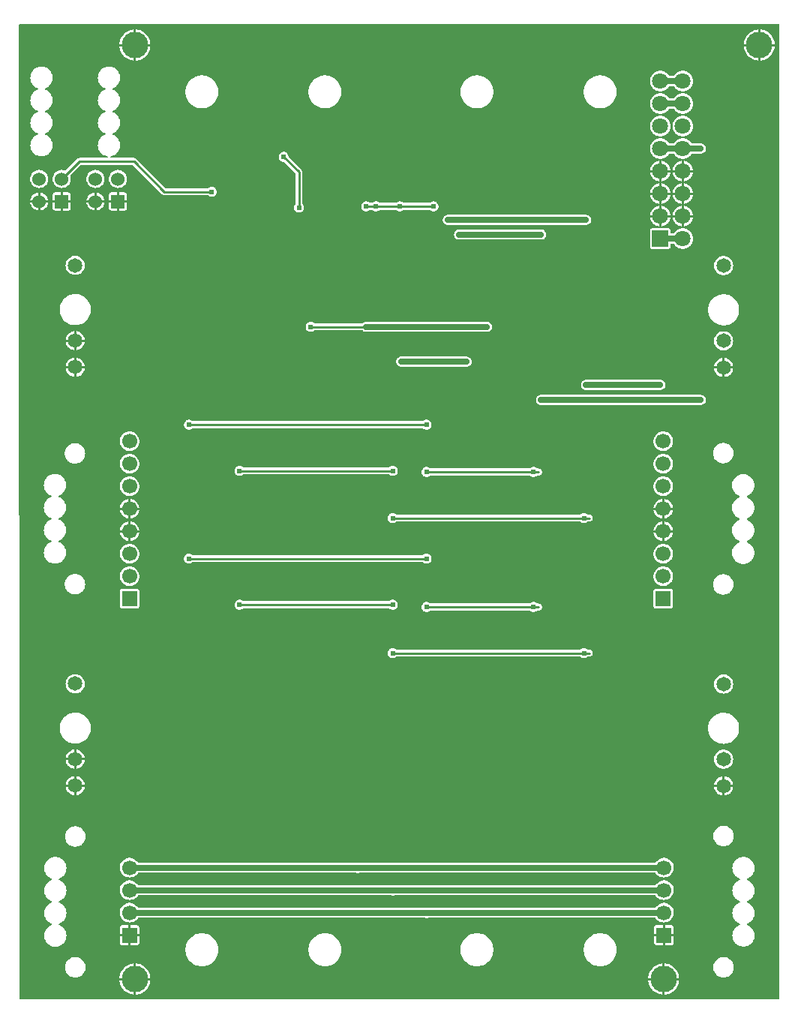
<source format=gtl>
G04 Layer: TopLayer*
G04 EasyEDA v6.5.34, 2023-09-22 05:43:39*
G04 5a9e321870784d179380c5b7005af72b,5a6b42c53f6a479593ecc07194224c93,10*
G04 Gerber Generator version 0.2*
G04 Scale: 100 percent, Rotated: No, Reflected: No *
G04 Dimensions in millimeters *
G04 leading zeros omitted , absolute positions ,4 integer and 5 decimal *
%FSLAX45Y45*%
%MOMM*%

%AMMACRO1*21,1,$1,$2,0,0,$3*%
%ADD10C,0.2540*%
%ADD11C,0.6350*%
%ADD12C,0.6530*%
%ADD13MACRO1,1.524X1.524X0.0000*%
%ADD14C,1.5240*%
%ADD15MACRO1,1.7X1.7X90.0000*%
%ADD16C,1.7000*%
%ADD17R,1.7000X1.7000*%
%ADD18MACRO1,1.8X1.8X90.0000*%
%ADD19C,1.8000*%
%ADD20C,1.6500*%
%ADD21C,3.0000*%
%ADD22C,0.6096*%
%ADD23C,0.0145*%

%LPD*%
G36*
X-6994042Y-4279392D02*
G01*
X-6997953Y-4278630D01*
X-7001205Y-4276394D01*
X-7003440Y-4273143D01*
X-7004202Y-4269232D01*
X-7013651Y6720331D01*
X-7012889Y6724192D01*
X-7010704Y6727494D01*
X-7007402Y6729730D01*
X-7003491Y6730492D01*
X1560322Y6730492D01*
X1564233Y6729730D01*
X1567484Y6727494D01*
X1569720Y6724243D01*
X1570482Y6720331D01*
X1570482Y-4269232D01*
X1569720Y-4273143D01*
X1567484Y-4276394D01*
X1564233Y-4278630D01*
X1560322Y-4279392D01*
G37*

%LPC*%
G36*
X1167180Y6506972D02*
G01*
X1329740Y6506972D01*
X1329740Y6669684D01*
X1310894Y6667296D01*
X1293266Y6663181D01*
X1276197Y6657187D01*
X1259789Y6649516D01*
X1244244Y6640220D01*
X1229766Y6629349D01*
X1216507Y6617055D01*
X1204518Y6603441D01*
X1194054Y6588658D01*
X1185113Y6572910D01*
X1177848Y6556298D01*
X1172362Y6539077D01*
X1168654Y6521348D01*
G37*
G36*
X250240Y-4222140D02*
G01*
X250240Y-4059428D01*
X87680Y-4059428D01*
X89154Y-4073804D01*
X92862Y-4091533D01*
X98348Y-4108754D01*
X105613Y-4125366D01*
X114554Y-4141114D01*
X125018Y-4155897D01*
X137007Y-4169511D01*
X150266Y-4181805D01*
X164744Y-4192676D01*
X180289Y-4201972D01*
X196697Y-4209643D01*
X213766Y-4215587D01*
X231394Y-4219752D01*
G37*
G36*
X-5693359Y-4221937D02*
G01*
X-5683453Y-4221175D01*
X-5665673Y-4217924D01*
X-5648248Y-4212844D01*
X-5631484Y-4206036D01*
X-5615482Y-4197502D01*
X-5600496Y-4187393D01*
X-5586577Y-4175810D01*
X-5573928Y-4162856D01*
X-5562701Y-4148632D01*
X-5552948Y-4133342D01*
X-5544870Y-4117136D01*
X-5538470Y-4100220D01*
X-5533898Y-4082694D01*
X-5531104Y-4064812D01*
X-5530799Y-4059428D01*
X-5693359Y-4059428D01*
G37*
G36*
X275640Y-4221937D02*
G01*
X285546Y-4221175D01*
X303326Y-4217924D01*
X320751Y-4212844D01*
X337515Y-4206036D01*
X353517Y-4197502D01*
X368503Y-4187393D01*
X382422Y-4175810D01*
X395071Y-4162856D01*
X406298Y-4148632D01*
X416051Y-4133342D01*
X424129Y-4117136D01*
X430530Y-4100220D01*
X435101Y-4082694D01*
X437896Y-4064812D01*
X438200Y-4059428D01*
X275640Y-4059428D01*
G37*
G36*
X-5693359Y-4034028D02*
G01*
X-5530799Y-4034028D01*
X-5531104Y-4028643D01*
X-5533898Y-4010761D01*
X-5538470Y-3993235D01*
X-5544870Y-3976268D01*
X-5552948Y-3960063D01*
X-5562701Y-3944823D01*
X-5573928Y-3930599D01*
X-5586577Y-3917645D01*
X-5600496Y-3906012D01*
X-5615482Y-3895902D01*
X-5631484Y-3887419D01*
X-5648248Y-3880612D01*
X-5665673Y-3875532D01*
X-5683453Y-3872280D01*
X-5693359Y-3871518D01*
G37*
G36*
X275640Y-4034028D02*
G01*
X438200Y-4034028D01*
X437896Y-4028643D01*
X435101Y-4010761D01*
X430530Y-3993235D01*
X424129Y-3976268D01*
X416051Y-3960063D01*
X406298Y-3944823D01*
X395071Y-3930599D01*
X382422Y-3917645D01*
X368503Y-3906012D01*
X353517Y-3895902D01*
X337515Y-3887419D01*
X320751Y-3880612D01*
X303326Y-3875532D01*
X285546Y-3872280D01*
X275640Y-3871518D01*
G37*
G36*
X-5881319Y-4034028D02*
G01*
X-5718759Y-4034028D01*
X-5718759Y-3871315D01*
X-5737606Y-3873703D01*
X-5755233Y-3877818D01*
X-5772302Y-3883812D01*
X-5788710Y-3891483D01*
X-5804255Y-3900779D01*
X-5818733Y-3911650D01*
X-5832043Y-3923944D01*
X-5843981Y-3937558D01*
X-5854446Y-3952341D01*
X-5863386Y-3968089D01*
X-5870651Y-3984701D01*
X-5876137Y-4001922D01*
X-5879846Y-4019651D01*
G37*
G36*
X87680Y-4034028D02*
G01*
X250240Y-4034028D01*
X250240Y-3871315D01*
X231394Y-3873703D01*
X213766Y-3877818D01*
X196697Y-3883812D01*
X180289Y-3891483D01*
X164744Y-3900779D01*
X150266Y-3911650D01*
X137007Y-3923944D01*
X125018Y-3937558D01*
X114554Y-3952341D01*
X105613Y-3968089D01*
X98348Y-3984701D01*
X92862Y-4001922D01*
X89154Y-4019651D01*
G37*
G36*
X-6386423Y-4030370D02*
G01*
X-6371894Y-4030370D01*
X-6357467Y-4028541D01*
X-6343345Y-4024934D01*
X-6329832Y-4019600D01*
X-6317081Y-4012590D01*
X-6305296Y-4004005D01*
X-6294678Y-3994048D01*
X-6285382Y-3982821D01*
X-6277610Y-3970578D01*
X-6271412Y-3957370D01*
X-6266891Y-3943553D01*
X-6264198Y-3929227D01*
X-6263284Y-3914749D01*
X-6264198Y-3900220D01*
X-6266891Y-3885895D01*
X-6271412Y-3872077D01*
X-6277610Y-3858869D01*
X-6285382Y-3846626D01*
X-6294678Y-3835400D01*
X-6305296Y-3825443D01*
X-6317081Y-3816858D01*
X-6329832Y-3809847D01*
X-6343345Y-3804513D01*
X-6357467Y-3800906D01*
X-6371894Y-3799078D01*
X-6386423Y-3799078D01*
X-6400850Y-3800906D01*
X-6414973Y-3804513D01*
X-6428486Y-3809847D01*
X-6441236Y-3816858D01*
X-6453022Y-3825443D01*
X-6463639Y-3835400D01*
X-6472936Y-3846626D01*
X-6480708Y-3858869D01*
X-6486906Y-3872077D01*
X-6491427Y-3885895D01*
X-6494119Y-3900220D01*
X-6495034Y-3914749D01*
X-6494119Y-3929227D01*
X-6491427Y-3943553D01*
X-6486906Y-3957370D01*
X-6480708Y-3970578D01*
X-6472936Y-3982821D01*
X-6463639Y-3994048D01*
X-6453022Y-4004005D01*
X-6441236Y-4012590D01*
X-6428486Y-4019600D01*
X-6414973Y-4024934D01*
X-6400850Y-4028541D01*
G37*
G36*
X932332Y-4029201D02*
G01*
X946861Y-4029201D01*
X961288Y-4027373D01*
X975410Y-4023766D01*
X988923Y-4018381D01*
X1001674Y-4011371D01*
X1013460Y-4002836D01*
X1024077Y-3992879D01*
X1033373Y-3981653D01*
X1041146Y-3969359D01*
X1047343Y-3956202D01*
X1051864Y-3942334D01*
X1054557Y-3928059D01*
X1055471Y-3913530D01*
X1054557Y-3899001D01*
X1051864Y-3884726D01*
X1047343Y-3870858D01*
X1041146Y-3857701D01*
X1033373Y-3845407D01*
X1024077Y-3834180D01*
X1013460Y-3824224D01*
X1001674Y-3815689D01*
X988923Y-3808679D01*
X975410Y-3803294D01*
X961288Y-3799687D01*
X946861Y-3797858D01*
X932332Y-3797858D01*
X917905Y-3799687D01*
X903782Y-3803294D01*
X890269Y-3808679D01*
X877519Y-3815689D01*
X865733Y-3824224D01*
X855116Y-3834180D01*
X845819Y-3845407D01*
X838047Y-3857701D01*
X831850Y-3870858D01*
X827328Y-3884726D01*
X824636Y-3899001D01*
X823721Y-3913530D01*
X824636Y-3928059D01*
X827328Y-3942334D01*
X831850Y-3956202D01*
X838047Y-3969359D01*
X845819Y-3981653D01*
X855116Y-3992879D01*
X865733Y-4002836D01*
X877519Y-4011371D01*
X890269Y-4018381D01*
X903782Y-4023766D01*
X917905Y-4027373D01*
G37*
G36*
X-1853336Y-3902201D02*
G01*
X-1834540Y-3902201D01*
X-1815795Y-3900271D01*
X-1797354Y-3896512D01*
X-1779371Y-3890873D01*
X-1762048Y-3883406D01*
X-1745589Y-3874262D01*
X-1730146Y-3863543D01*
X-1715871Y-3851249D01*
X-1702866Y-3837635D01*
X-1691386Y-3822700D01*
X-1681378Y-3806748D01*
X-1673098Y-3789832D01*
X-1666544Y-3772154D01*
X-1661871Y-3753967D01*
X-1658975Y-3735324D01*
X-1658061Y-3716528D01*
X-1658975Y-3697732D01*
X-1661871Y-3679088D01*
X-1666544Y-3660901D01*
X-1673098Y-3643223D01*
X-1681378Y-3626307D01*
X-1691386Y-3610356D01*
X-1702866Y-3595420D01*
X-1715871Y-3581806D01*
X-1730146Y-3569512D01*
X-1745589Y-3558794D01*
X-1762048Y-3549650D01*
X-1779371Y-3542182D01*
X-1797354Y-3536543D01*
X-1815795Y-3532784D01*
X-1834540Y-3530854D01*
X-1853336Y-3530854D01*
X-1872081Y-3532784D01*
X-1890522Y-3536543D01*
X-1908505Y-3542182D01*
X-1925828Y-3549650D01*
X-1942287Y-3558794D01*
X-1957730Y-3569512D01*
X-1972005Y-3581806D01*
X-1985010Y-3595420D01*
X-1996490Y-3610356D01*
X-2006498Y-3626307D01*
X-2014778Y-3643223D01*
X-2021332Y-3660901D01*
X-2026005Y-3679088D01*
X-2028901Y-3697732D01*
X-2029815Y-3716528D01*
X-2028901Y-3735324D01*
X-2026005Y-3753967D01*
X-2021332Y-3772154D01*
X-2014778Y-3789832D01*
X-2006498Y-3806748D01*
X-1996490Y-3822700D01*
X-1985010Y-3837635D01*
X-1972005Y-3851249D01*
X-1957730Y-3863543D01*
X-1942287Y-3874262D01*
X-1925828Y-3883406D01*
X-1908505Y-3890873D01*
X-1890522Y-3896512D01*
X-1872081Y-3900271D01*
G37*
G36*
X-4959146Y-3902201D02*
G01*
X-4940350Y-3902201D01*
X-4921605Y-3900271D01*
X-4903165Y-3896512D01*
X-4885182Y-3890873D01*
X-4867859Y-3883406D01*
X-4851400Y-3874262D01*
X-4835956Y-3863543D01*
X-4821682Y-3851249D01*
X-4808677Y-3837635D01*
X-4797196Y-3822700D01*
X-4787188Y-3806748D01*
X-4778908Y-3789832D01*
X-4772355Y-3772154D01*
X-4767681Y-3753967D01*
X-4764786Y-3735324D01*
X-4763871Y-3716528D01*
X-4764786Y-3697732D01*
X-4767681Y-3679088D01*
X-4772355Y-3660901D01*
X-4778908Y-3643223D01*
X-4787188Y-3626307D01*
X-4797196Y-3610356D01*
X-4808677Y-3595420D01*
X-4821682Y-3581806D01*
X-4835956Y-3569512D01*
X-4851400Y-3558794D01*
X-4867859Y-3549650D01*
X-4885182Y-3542182D01*
X-4903165Y-3536543D01*
X-4921605Y-3532784D01*
X-4940350Y-3530854D01*
X-4959146Y-3530854D01*
X-4977892Y-3532784D01*
X-4996332Y-3536543D01*
X-5014315Y-3542182D01*
X-5031638Y-3549650D01*
X-5048097Y-3558794D01*
X-5063540Y-3569512D01*
X-5077815Y-3581806D01*
X-5090820Y-3595420D01*
X-5102301Y-3610356D01*
X-5112308Y-3626307D01*
X-5120589Y-3643223D01*
X-5127142Y-3660901D01*
X-5131816Y-3679088D01*
X-5134711Y-3697732D01*
X-5135626Y-3716528D01*
X-5134711Y-3735324D01*
X-5131816Y-3753967D01*
X-5127142Y-3772154D01*
X-5120589Y-3789832D01*
X-5112308Y-3806748D01*
X-5102301Y-3822700D01*
X-5090820Y-3837635D01*
X-5077815Y-3851249D01*
X-5063540Y-3863543D01*
X-5048097Y-3874262D01*
X-5031638Y-3883406D01*
X-5014315Y-3890873D01*
X-4996332Y-3896512D01*
X-4977892Y-3900271D01*
G37*
G36*
X-3569157Y-3902201D02*
G01*
X-3550361Y-3902201D01*
X-3531615Y-3900271D01*
X-3513175Y-3896512D01*
X-3495192Y-3890873D01*
X-3477869Y-3883406D01*
X-3461410Y-3874262D01*
X-3445967Y-3863543D01*
X-3431692Y-3851249D01*
X-3418687Y-3837635D01*
X-3407206Y-3822700D01*
X-3397199Y-3806748D01*
X-3388918Y-3789832D01*
X-3382365Y-3772154D01*
X-3377692Y-3753967D01*
X-3374796Y-3735324D01*
X-3373882Y-3716528D01*
X-3374796Y-3697732D01*
X-3377692Y-3679088D01*
X-3382365Y-3660901D01*
X-3388918Y-3643223D01*
X-3397199Y-3626307D01*
X-3407206Y-3610356D01*
X-3418687Y-3595420D01*
X-3431692Y-3581806D01*
X-3445967Y-3569512D01*
X-3461410Y-3558794D01*
X-3477869Y-3549650D01*
X-3495192Y-3542182D01*
X-3513175Y-3536543D01*
X-3531615Y-3532784D01*
X-3550361Y-3530854D01*
X-3569157Y-3530854D01*
X-3587902Y-3532784D01*
X-3606342Y-3536543D01*
X-3624326Y-3542182D01*
X-3641648Y-3549650D01*
X-3658108Y-3558794D01*
X-3673551Y-3569512D01*
X-3687826Y-3581806D01*
X-3700830Y-3595420D01*
X-3712311Y-3610356D01*
X-3722319Y-3626307D01*
X-3730599Y-3643223D01*
X-3737152Y-3660901D01*
X-3741826Y-3679088D01*
X-3744722Y-3697732D01*
X-3745636Y-3716528D01*
X-3744722Y-3735324D01*
X-3741826Y-3753967D01*
X-3737152Y-3772154D01*
X-3730599Y-3789832D01*
X-3722319Y-3806748D01*
X-3712311Y-3822700D01*
X-3700830Y-3837635D01*
X-3687826Y-3851249D01*
X-3673551Y-3863543D01*
X-3658108Y-3874262D01*
X-3641648Y-3883406D01*
X-3624326Y-3890873D01*
X-3606342Y-3896512D01*
X-3587902Y-3900271D01*
G37*
G36*
X-463346Y-3902201D02*
G01*
X-444550Y-3902201D01*
X-425805Y-3900271D01*
X-407365Y-3896512D01*
X-389382Y-3890873D01*
X-372059Y-3883406D01*
X-355600Y-3874262D01*
X-340156Y-3863543D01*
X-325882Y-3851249D01*
X-312877Y-3837635D01*
X-301396Y-3822700D01*
X-291388Y-3806748D01*
X-283108Y-3789832D01*
X-276555Y-3772154D01*
X-271881Y-3753967D01*
X-268986Y-3735324D01*
X-268071Y-3716528D01*
X-268986Y-3697732D01*
X-271881Y-3679088D01*
X-276555Y-3660901D01*
X-283108Y-3643223D01*
X-291388Y-3626307D01*
X-301396Y-3610356D01*
X-312877Y-3595420D01*
X-325882Y-3581806D01*
X-340156Y-3569512D01*
X-355600Y-3558794D01*
X-372059Y-3549650D01*
X-389382Y-3542182D01*
X-407365Y-3536543D01*
X-425805Y-3532784D01*
X-444550Y-3530854D01*
X-463346Y-3530854D01*
X-482092Y-3532784D01*
X-500532Y-3536543D01*
X-518515Y-3542182D01*
X-535838Y-3549650D01*
X-552297Y-3558794D01*
X-567740Y-3569512D01*
X-582015Y-3581806D01*
X-595020Y-3595420D01*
X-606501Y-3610356D01*
X-616508Y-3626307D01*
X-624789Y-3643223D01*
X-631342Y-3660901D01*
X-636016Y-3679088D01*
X-638911Y-3697732D01*
X-639826Y-3716528D01*
X-638911Y-3735324D01*
X-636016Y-3753967D01*
X-631342Y-3772154D01*
X-624789Y-3789832D01*
X-616508Y-3806748D01*
X-606501Y-3822700D01*
X-595020Y-3837635D01*
X-582015Y-3851249D01*
X-567740Y-3863543D01*
X-552297Y-3874262D01*
X-535838Y-3883406D01*
X-518515Y-3890873D01*
X-500532Y-3896512D01*
X-482092Y-3900271D01*
G37*
G36*
X-6604152Y-3683050D02*
G01*
X-6589014Y-3682136D01*
X-6574028Y-3679393D01*
X-6559550Y-3674872D01*
X-6545681Y-3668623D01*
X-6532676Y-3660749D01*
X-6520688Y-3651402D01*
X-6509969Y-3640632D01*
X-6500571Y-3628694D01*
X-6492697Y-3615690D01*
X-6486448Y-3601821D01*
X-6481927Y-3587292D01*
X-6479184Y-3572357D01*
X-6478270Y-3557168D01*
X-6479184Y-3541979D01*
X-6481927Y-3527044D01*
X-6486448Y-3512515D01*
X-6492697Y-3498646D01*
X-6500571Y-3485642D01*
X-6509969Y-3473704D01*
X-6520688Y-3462934D01*
X-6532676Y-3453587D01*
X-6545681Y-3445713D01*
X-6559600Y-3439414D01*
X-6562750Y-3437229D01*
X-6564833Y-3433978D01*
X-6565595Y-3430168D01*
X-6564833Y-3426358D01*
X-6562750Y-3423107D01*
X-6559600Y-3420922D01*
X-6545681Y-3414623D01*
X-6532676Y-3406749D01*
X-6520688Y-3397402D01*
X-6509969Y-3386632D01*
X-6500571Y-3374694D01*
X-6492697Y-3361690D01*
X-6486448Y-3347821D01*
X-6481927Y-3333292D01*
X-6479184Y-3318357D01*
X-6478270Y-3303168D01*
X-6479184Y-3287979D01*
X-6481927Y-3273044D01*
X-6486448Y-3258515D01*
X-6492697Y-3244646D01*
X-6500571Y-3231642D01*
X-6509969Y-3219704D01*
X-6520688Y-3208934D01*
X-6532676Y-3199587D01*
X-6545681Y-3191713D01*
X-6559600Y-3185414D01*
X-6562750Y-3183229D01*
X-6564833Y-3179978D01*
X-6565595Y-3176168D01*
X-6564833Y-3172358D01*
X-6562750Y-3169107D01*
X-6559600Y-3166922D01*
X-6545681Y-3160623D01*
X-6532676Y-3152749D01*
X-6520688Y-3143402D01*
X-6509969Y-3132632D01*
X-6500571Y-3120694D01*
X-6492697Y-3107690D01*
X-6486448Y-3093821D01*
X-6481927Y-3079292D01*
X-6479184Y-3064357D01*
X-6478270Y-3049168D01*
X-6479184Y-3033979D01*
X-6481927Y-3019044D01*
X-6486448Y-3004515D01*
X-6492697Y-2990646D01*
X-6500571Y-2977642D01*
X-6509969Y-2965704D01*
X-6520688Y-2954934D01*
X-6532676Y-2945587D01*
X-6545681Y-2937713D01*
X-6559600Y-2931414D01*
X-6562750Y-2929229D01*
X-6564833Y-2925978D01*
X-6565595Y-2922168D01*
X-6564833Y-2918358D01*
X-6562750Y-2915107D01*
X-6559600Y-2912922D01*
X-6545681Y-2906623D01*
X-6532676Y-2898749D01*
X-6520688Y-2889402D01*
X-6509969Y-2878632D01*
X-6500571Y-2866694D01*
X-6492697Y-2853690D01*
X-6486448Y-2839821D01*
X-6481927Y-2825292D01*
X-6479184Y-2810357D01*
X-6478270Y-2795168D01*
X-6479184Y-2779979D01*
X-6481927Y-2765044D01*
X-6486448Y-2750515D01*
X-6492697Y-2736646D01*
X-6500571Y-2723642D01*
X-6509969Y-2711704D01*
X-6520688Y-2700934D01*
X-6532676Y-2691587D01*
X-6545681Y-2683713D01*
X-6559550Y-2677464D01*
X-6574028Y-2672943D01*
X-6589014Y-2670200D01*
X-6604152Y-2669286D01*
X-6619341Y-2670200D01*
X-6634327Y-2672943D01*
X-6648805Y-2677464D01*
X-6662674Y-2683713D01*
X-6675678Y-2691587D01*
X-6687667Y-2700934D01*
X-6698386Y-2711704D01*
X-6707784Y-2723642D01*
X-6715658Y-2736646D01*
X-6721906Y-2750515D01*
X-6726428Y-2765044D01*
X-6729171Y-2779979D01*
X-6730085Y-2795168D01*
X-6729171Y-2810357D01*
X-6726428Y-2825292D01*
X-6721906Y-2839821D01*
X-6715658Y-2853690D01*
X-6707784Y-2866694D01*
X-6698386Y-2878632D01*
X-6687667Y-2889402D01*
X-6675678Y-2898749D01*
X-6662674Y-2906623D01*
X-6648754Y-2912922D01*
X-6645605Y-2915107D01*
X-6643522Y-2918358D01*
X-6642760Y-2922168D01*
X-6643522Y-2925978D01*
X-6645605Y-2929229D01*
X-6648754Y-2931414D01*
X-6662674Y-2937713D01*
X-6675678Y-2945587D01*
X-6687667Y-2954934D01*
X-6698386Y-2965704D01*
X-6707784Y-2977642D01*
X-6715658Y-2990646D01*
X-6721906Y-3004515D01*
X-6726428Y-3019044D01*
X-6729171Y-3033979D01*
X-6730085Y-3049168D01*
X-6729171Y-3064357D01*
X-6726428Y-3079292D01*
X-6721906Y-3093821D01*
X-6715658Y-3107690D01*
X-6707784Y-3120694D01*
X-6698386Y-3132632D01*
X-6687667Y-3143402D01*
X-6675678Y-3152749D01*
X-6662674Y-3160623D01*
X-6648754Y-3166922D01*
X-6645605Y-3169107D01*
X-6643522Y-3172358D01*
X-6642760Y-3176168D01*
X-6643522Y-3179978D01*
X-6645605Y-3183229D01*
X-6648754Y-3185414D01*
X-6662674Y-3191713D01*
X-6675678Y-3199587D01*
X-6687667Y-3208934D01*
X-6698386Y-3219704D01*
X-6707784Y-3231642D01*
X-6715658Y-3244646D01*
X-6721906Y-3258515D01*
X-6726428Y-3273044D01*
X-6729171Y-3287979D01*
X-6730085Y-3303168D01*
X-6729171Y-3318357D01*
X-6726428Y-3333292D01*
X-6721906Y-3347821D01*
X-6715658Y-3361690D01*
X-6707784Y-3374694D01*
X-6698386Y-3386632D01*
X-6687667Y-3397402D01*
X-6675678Y-3406749D01*
X-6662674Y-3414623D01*
X-6648754Y-3420922D01*
X-6645605Y-3423107D01*
X-6643522Y-3426358D01*
X-6642760Y-3430168D01*
X-6643522Y-3433978D01*
X-6645605Y-3437229D01*
X-6648754Y-3439414D01*
X-6662674Y-3445713D01*
X-6675678Y-3453587D01*
X-6687667Y-3462934D01*
X-6698386Y-3473704D01*
X-6707784Y-3485642D01*
X-6715658Y-3498646D01*
X-6721906Y-3512515D01*
X-6726428Y-3527044D01*
X-6729171Y-3541979D01*
X-6730085Y-3557168D01*
X-6729171Y-3572357D01*
X-6726428Y-3587292D01*
X-6721906Y-3601821D01*
X-6715658Y-3615690D01*
X-6707784Y-3628694D01*
X-6698386Y-3640632D01*
X-6687667Y-3651402D01*
X-6675678Y-3660749D01*
X-6662674Y-3668623D01*
X-6648805Y-3674872D01*
X-6634327Y-3679393D01*
X-6619341Y-3682136D01*
G37*
G36*
X1164640Y-3681882D02*
G01*
X1179779Y-3680968D01*
X1194765Y-3678224D01*
X1209243Y-3673703D01*
X1223111Y-3667455D01*
X1236116Y-3659581D01*
X1248105Y-3650234D01*
X1258824Y-3639464D01*
X1268222Y-3627526D01*
X1276096Y-3614521D01*
X1282344Y-3600653D01*
X1286865Y-3586124D01*
X1289608Y-3571189D01*
X1290523Y-3556000D01*
X1289608Y-3540810D01*
X1286865Y-3525875D01*
X1282344Y-3511346D01*
X1276096Y-3497478D01*
X1268222Y-3484473D01*
X1258824Y-3472535D01*
X1248105Y-3461765D01*
X1236116Y-3452418D01*
X1223111Y-3444544D01*
X1209192Y-3438245D01*
X1206042Y-3436061D01*
X1203960Y-3432810D01*
X1203198Y-3429000D01*
X1203960Y-3425190D01*
X1206042Y-3421938D01*
X1209192Y-3419754D01*
X1223111Y-3413455D01*
X1236116Y-3405581D01*
X1248105Y-3396234D01*
X1258824Y-3385464D01*
X1268222Y-3373526D01*
X1276096Y-3360521D01*
X1282344Y-3346653D01*
X1286865Y-3332124D01*
X1289608Y-3317189D01*
X1290523Y-3302000D01*
X1289608Y-3286810D01*
X1286865Y-3271875D01*
X1282344Y-3257346D01*
X1276096Y-3243478D01*
X1268222Y-3230473D01*
X1258824Y-3218535D01*
X1248105Y-3207766D01*
X1236116Y-3198418D01*
X1223111Y-3190544D01*
X1209192Y-3184245D01*
X1206042Y-3182061D01*
X1203960Y-3178810D01*
X1203198Y-3175000D01*
X1203960Y-3171190D01*
X1206042Y-3167938D01*
X1209192Y-3165754D01*
X1223111Y-3159455D01*
X1236116Y-3151581D01*
X1248105Y-3142234D01*
X1258824Y-3131464D01*
X1268222Y-3119526D01*
X1276096Y-3106521D01*
X1282344Y-3092653D01*
X1286865Y-3078124D01*
X1289608Y-3063189D01*
X1290523Y-3048000D01*
X1289608Y-3032810D01*
X1286865Y-3017875D01*
X1282344Y-3003346D01*
X1276096Y-2989478D01*
X1268222Y-2976473D01*
X1258824Y-2964535D01*
X1248105Y-2953766D01*
X1236116Y-2944418D01*
X1223111Y-2936544D01*
X1209192Y-2930245D01*
X1206042Y-2928061D01*
X1203960Y-2924810D01*
X1203198Y-2921000D01*
X1203960Y-2917190D01*
X1206042Y-2913938D01*
X1209192Y-2911754D01*
X1223111Y-2905455D01*
X1236116Y-2897581D01*
X1248105Y-2888234D01*
X1258824Y-2877464D01*
X1268222Y-2865526D01*
X1276096Y-2852521D01*
X1282344Y-2838653D01*
X1286865Y-2824124D01*
X1289608Y-2809189D01*
X1290523Y-2794000D01*
X1289608Y-2778810D01*
X1286865Y-2763875D01*
X1282344Y-2749346D01*
X1276096Y-2735478D01*
X1268222Y-2722473D01*
X1258824Y-2710535D01*
X1248105Y-2699766D01*
X1236116Y-2690418D01*
X1223111Y-2682544D01*
X1209243Y-2676296D01*
X1194765Y-2671775D01*
X1179779Y-2669032D01*
X1164640Y-2668117D01*
X1149451Y-2669032D01*
X1134465Y-2671775D01*
X1119987Y-2676296D01*
X1106119Y-2682544D01*
X1093114Y-2690418D01*
X1081125Y-2699766D01*
X1070406Y-2710535D01*
X1061008Y-2722473D01*
X1053134Y-2735478D01*
X1046886Y-2749346D01*
X1042365Y-2763875D01*
X1039621Y-2778810D01*
X1038707Y-2794000D01*
X1039621Y-2809189D01*
X1042365Y-2824124D01*
X1046886Y-2838653D01*
X1053134Y-2852521D01*
X1061008Y-2865526D01*
X1070406Y-2877464D01*
X1081125Y-2888234D01*
X1093114Y-2897581D01*
X1106119Y-2905455D01*
X1120038Y-2911754D01*
X1123188Y-2913938D01*
X1125270Y-2917190D01*
X1126032Y-2921000D01*
X1125270Y-2924810D01*
X1123188Y-2928061D01*
X1120038Y-2930245D01*
X1106119Y-2936544D01*
X1093114Y-2944418D01*
X1081125Y-2953766D01*
X1070406Y-2964535D01*
X1061008Y-2976473D01*
X1053134Y-2989478D01*
X1046886Y-3003346D01*
X1042365Y-3017875D01*
X1039621Y-3032810D01*
X1038707Y-3048000D01*
X1039621Y-3063189D01*
X1042365Y-3078124D01*
X1046886Y-3092653D01*
X1053134Y-3106521D01*
X1061008Y-3119526D01*
X1070406Y-3131464D01*
X1081125Y-3142234D01*
X1093114Y-3151581D01*
X1106119Y-3159455D01*
X1120038Y-3165754D01*
X1123188Y-3167938D01*
X1125270Y-3171190D01*
X1126032Y-3175000D01*
X1125270Y-3178810D01*
X1123188Y-3182061D01*
X1120038Y-3184245D01*
X1106119Y-3190544D01*
X1093114Y-3198418D01*
X1081125Y-3207766D01*
X1070406Y-3218535D01*
X1061008Y-3230473D01*
X1053134Y-3243478D01*
X1046886Y-3257346D01*
X1042365Y-3271875D01*
X1039621Y-3286810D01*
X1038707Y-3302000D01*
X1039621Y-3317189D01*
X1042365Y-3332124D01*
X1046886Y-3346653D01*
X1053134Y-3360521D01*
X1061008Y-3373526D01*
X1070406Y-3385464D01*
X1081125Y-3396234D01*
X1093114Y-3405581D01*
X1106119Y-3413455D01*
X1120038Y-3419754D01*
X1123188Y-3421938D01*
X1125270Y-3425190D01*
X1126032Y-3429000D01*
X1125270Y-3432810D01*
X1123188Y-3436061D01*
X1120038Y-3438245D01*
X1106119Y-3444544D01*
X1093114Y-3452418D01*
X1081125Y-3461765D01*
X1070406Y-3472535D01*
X1061008Y-3484473D01*
X1053134Y-3497478D01*
X1046886Y-3511346D01*
X1042365Y-3525875D01*
X1039621Y-3540810D01*
X1038707Y-3556000D01*
X1039621Y-3571189D01*
X1042365Y-3586124D01*
X1046886Y-3600653D01*
X1053134Y-3614521D01*
X1061008Y-3627526D01*
X1070406Y-3639464D01*
X1081125Y-3650234D01*
X1093114Y-3659581D01*
X1106119Y-3667455D01*
X1119987Y-3673703D01*
X1134465Y-3678224D01*
X1149451Y-3680968D01*
G37*
G36*
X-5850483Y-3662324D02*
G01*
X-5778754Y-3662324D01*
X-5778754Y-3564128D01*
X-5876950Y-3564128D01*
X-5876950Y-3635857D01*
X-5876239Y-3642156D01*
X-5874359Y-3647643D01*
X-5871260Y-3652520D01*
X-5867196Y-3656634D01*
X-5862269Y-3659733D01*
X-5856833Y-3661613D01*
G37*
G36*
X-5753354Y-3662324D02*
G01*
X-5681624Y-3662324D01*
X-5675325Y-3661613D01*
X-5669838Y-3659733D01*
X-5664962Y-3656634D01*
X-5660847Y-3652520D01*
X-5657799Y-3647643D01*
X-5655868Y-3642156D01*
X-5655157Y-3635857D01*
X-5655157Y-3564128D01*
X-5753354Y-3564128D01*
G37*
G36*
X182067Y-3662324D02*
G01*
X253796Y-3662324D01*
X253796Y-3564128D01*
X155549Y-3564128D01*
X155549Y-3635857D01*
X156260Y-3642207D01*
X158191Y-3647643D01*
X161290Y-3652570D01*
X165354Y-3656634D01*
X170281Y-3659733D01*
X175717Y-3661613D01*
G37*
G36*
X279196Y-3662324D02*
G01*
X350926Y-3662324D01*
X357225Y-3661613D01*
X362712Y-3659733D01*
X367588Y-3656634D01*
X371703Y-3652570D01*
X374751Y-3647643D01*
X376682Y-3642207D01*
X377393Y-3635857D01*
X377393Y-3564128D01*
X279196Y-3564128D01*
G37*
G36*
X-5876950Y-3538728D02*
G01*
X-5778754Y-3538728D01*
X-5778754Y-3440531D01*
X-5850483Y-3440531D01*
X-5856833Y-3441242D01*
X-5862269Y-3443122D01*
X-5867196Y-3446221D01*
X-5871260Y-3450336D01*
X-5874359Y-3455212D01*
X-5876239Y-3460699D01*
X-5876950Y-3466998D01*
G37*
G36*
X-5753354Y-3538728D02*
G01*
X-5655157Y-3538728D01*
X-5655157Y-3466998D01*
X-5655868Y-3460699D01*
X-5657799Y-3455212D01*
X-5660847Y-3450336D01*
X-5664962Y-3446221D01*
X-5669838Y-3443122D01*
X-5675325Y-3441242D01*
X-5681624Y-3440531D01*
X-5753354Y-3440531D01*
G37*
G36*
X155549Y-3538728D02*
G01*
X253796Y-3538728D01*
X253796Y-3440531D01*
X182067Y-3440531D01*
X175717Y-3441242D01*
X170281Y-3443173D01*
X165354Y-3446221D01*
X161290Y-3450336D01*
X158191Y-3455212D01*
X156260Y-3460699D01*
X155549Y-3466998D01*
G37*
G36*
X279196Y-3538728D02*
G01*
X377393Y-3538728D01*
X377393Y-3466998D01*
X376682Y-3460699D01*
X374751Y-3455212D01*
X371703Y-3450336D01*
X367588Y-3446221D01*
X362712Y-3443173D01*
X357225Y-3441242D01*
X350926Y-3440531D01*
X279196Y-3440531D01*
G37*
G36*
X-5766054Y-3408324D02*
G01*
X-5751880Y-3407410D01*
X-5737910Y-3404666D01*
X-5724448Y-3400196D01*
X-5711647Y-3394049D01*
X-5699760Y-3386277D01*
X-5688939Y-3377082D01*
X-5679389Y-3366566D01*
X-5674410Y-3359454D01*
X-5672124Y-3357118D01*
X-5669280Y-3355594D01*
X-5666079Y-3355086D01*
X-2433116Y-3355086D01*
X-2430475Y-3355441D01*
X-2422804Y-3357473D01*
X-2413000Y-3358337D01*
X-2403195Y-3357473D01*
X-2395524Y-3355441D01*
X-2392883Y-3355086D01*
X166471Y-3355086D01*
X169672Y-3355594D01*
X172567Y-3357118D01*
X174802Y-3359454D01*
X179781Y-3366566D01*
X189331Y-3377082D01*
X200152Y-3386277D01*
X212039Y-3394049D01*
X224840Y-3400196D01*
X238353Y-3404717D01*
X252272Y-3407410D01*
X266496Y-3408324D01*
X280670Y-3407410D01*
X294589Y-3404717D01*
X308102Y-3400196D01*
X320903Y-3394049D01*
X332790Y-3386277D01*
X343611Y-3377082D01*
X353161Y-3366566D01*
X361289Y-3354933D01*
X367893Y-3342335D01*
X372770Y-3328974D01*
X375920Y-3315106D01*
X377291Y-3300984D01*
X376834Y-3286810D01*
X374599Y-3272739D01*
X370535Y-3259124D01*
X364794Y-3246120D01*
X357428Y-3233978D01*
X348538Y-3222904D01*
X338378Y-3212998D01*
X326948Y-3204514D01*
X314604Y-3197504D01*
X301396Y-3192170D01*
X287680Y-3188614D01*
X273558Y-3186785D01*
X259384Y-3186785D01*
X245262Y-3188614D01*
X231546Y-3192170D01*
X218338Y-3197504D01*
X205994Y-3204514D01*
X194614Y-3212998D01*
X184404Y-3222904D01*
X172720Y-3237484D01*
X169722Y-3239160D01*
X166319Y-3239770D01*
X-5665876Y-3239770D01*
X-5669280Y-3239160D01*
X-5672328Y-3237484D01*
X-5683961Y-3222853D01*
X-5694172Y-3212998D01*
X-5705551Y-3204514D01*
X-5717946Y-3197504D01*
X-5731103Y-3192170D01*
X-5744870Y-3188563D01*
X-5758942Y-3186785D01*
X-5773166Y-3186785D01*
X-5787237Y-3188563D01*
X-5801004Y-3192170D01*
X-5814161Y-3197504D01*
X-5826556Y-3204514D01*
X-5837936Y-3212998D01*
X-5848146Y-3222853D01*
X-5856986Y-3233978D01*
X-5864352Y-3246120D01*
X-5870143Y-3259124D01*
X-5874156Y-3272739D01*
X-5876442Y-3286760D01*
X-5876899Y-3300984D01*
X-5875528Y-3315106D01*
X-5872378Y-3328974D01*
X-5867450Y-3342335D01*
X-5860897Y-3354933D01*
X-5852769Y-3366566D01*
X-5843219Y-3377082D01*
X-5832398Y-3386277D01*
X-5820460Y-3394049D01*
X-5807659Y-3400196D01*
X-5794197Y-3404666D01*
X-5780227Y-3407410D01*
G37*
G36*
X-5881268Y6506972D02*
G01*
X-5718708Y6506972D01*
X-5718708Y6669684D01*
X-5737555Y6667296D01*
X-5755182Y6663181D01*
X-5772251Y6657187D01*
X-5788660Y6649516D01*
X-5804204Y6640220D01*
X-5818682Y6629349D01*
X-5831992Y6617055D01*
X-5843930Y6603441D01*
X-5854395Y6588658D01*
X-5863336Y6572910D01*
X-5870600Y6556298D01*
X-5876086Y6539077D01*
X-5879795Y6521348D01*
G37*
G36*
X-5693308Y6506972D02*
G01*
X-5530748Y6506972D01*
X-5531053Y6512356D01*
X-5533847Y6530238D01*
X-5538419Y6547764D01*
X-5544820Y6564731D01*
X-5552948Y6580936D01*
X-5562650Y6596176D01*
X-5573877Y6610400D01*
X-5586526Y6623354D01*
X-5600446Y6634988D01*
X-5615432Y6645097D01*
X-5631434Y6653580D01*
X-5648198Y6660388D01*
X-5665622Y6665468D01*
X-5683402Y6668719D01*
X-5693308Y6669481D01*
G37*
G36*
X1355140Y6506972D02*
G01*
X1517700Y6506972D01*
X1517396Y6512356D01*
X1514602Y6530238D01*
X1510030Y6547764D01*
X1503629Y6564731D01*
X1495552Y6580936D01*
X1485798Y6596176D01*
X1474571Y6610400D01*
X1461922Y6623354D01*
X1448003Y6634988D01*
X1433017Y6645097D01*
X1417015Y6653580D01*
X1400251Y6660388D01*
X1382826Y6665468D01*
X1365046Y6668719D01*
X1355140Y6669481D01*
G37*
G36*
X-5766054Y-3154324D02*
G01*
X-5751880Y-3153410D01*
X-5737910Y-3150666D01*
X-5724448Y-3146196D01*
X-5711647Y-3140049D01*
X-5699760Y-3132277D01*
X-5688939Y-3123082D01*
X-5679389Y-3112566D01*
X-5674410Y-3105454D01*
X-5672124Y-3103118D01*
X-5669280Y-3101594D01*
X-5666079Y-3101086D01*
X-2814116Y-3101086D01*
X-2811475Y-3101441D01*
X-2803804Y-3103473D01*
X-2794000Y-3104337D01*
X-2784195Y-3103473D01*
X-2776524Y-3101441D01*
X-2773883Y-3101086D01*
X166471Y-3101086D01*
X169672Y-3101594D01*
X172567Y-3103118D01*
X174802Y-3105454D01*
X179781Y-3112566D01*
X189331Y-3123082D01*
X200152Y-3132277D01*
X212039Y-3140049D01*
X224840Y-3146196D01*
X238353Y-3150717D01*
X252272Y-3153410D01*
X266496Y-3154324D01*
X280670Y-3153410D01*
X294589Y-3150717D01*
X308102Y-3146196D01*
X320903Y-3140049D01*
X332790Y-3132277D01*
X343611Y-3123082D01*
X353161Y-3112566D01*
X361289Y-3100933D01*
X367893Y-3088335D01*
X372770Y-3074974D01*
X375920Y-3061106D01*
X377291Y-3046984D01*
X376834Y-3032810D01*
X374599Y-3018739D01*
X370535Y-3005124D01*
X364794Y-2992120D01*
X357428Y-2979978D01*
X348538Y-2968904D01*
X338378Y-2958998D01*
X326948Y-2950514D01*
X314604Y-2943504D01*
X301396Y-2938170D01*
X287680Y-2934614D01*
X273558Y-2932785D01*
X259384Y-2932785D01*
X245262Y-2934614D01*
X231546Y-2938170D01*
X218338Y-2943504D01*
X205994Y-2950514D01*
X194614Y-2958998D01*
X184404Y-2968904D01*
X172720Y-2983484D01*
X169722Y-2985160D01*
X166319Y-2985770D01*
X-5665876Y-2985770D01*
X-5669280Y-2985160D01*
X-5672328Y-2983484D01*
X-5683961Y-2968853D01*
X-5694172Y-2958998D01*
X-5705551Y-2950514D01*
X-5717946Y-2943504D01*
X-5731103Y-2938170D01*
X-5744870Y-2934563D01*
X-5758942Y-2932785D01*
X-5773166Y-2932785D01*
X-5787237Y-2934563D01*
X-5801004Y-2938170D01*
X-5814161Y-2943504D01*
X-5826556Y-2950514D01*
X-5837936Y-2958998D01*
X-5848146Y-2968853D01*
X-5856986Y-2979978D01*
X-5864352Y-2992120D01*
X-5870143Y-3005124D01*
X-5874156Y-3018739D01*
X-5876442Y-3032760D01*
X-5876899Y-3046984D01*
X-5875528Y-3061106D01*
X-5872378Y-3074974D01*
X-5867450Y-3088335D01*
X-5860897Y-3100933D01*
X-5852769Y-3112566D01*
X-5843219Y-3123082D01*
X-5832398Y-3132277D01*
X-5820460Y-3140049D01*
X-5807659Y-3146196D01*
X-5794197Y-3150666D01*
X-5780227Y-3153410D01*
G37*
G36*
X1355140Y6319062D02*
G01*
X1365046Y6319824D01*
X1382826Y6323076D01*
X1400251Y6328156D01*
X1417015Y6334963D01*
X1433017Y6343497D01*
X1448003Y6353606D01*
X1461922Y6365189D01*
X1474571Y6378143D01*
X1485798Y6392367D01*
X1495552Y6407658D01*
X1503629Y6423863D01*
X1510030Y6440779D01*
X1514602Y6458305D01*
X1517396Y6476187D01*
X1517700Y6481572D01*
X1355140Y6481572D01*
G37*
G36*
X-5693308Y6319062D02*
G01*
X-5683402Y6319824D01*
X-5665622Y6323076D01*
X-5648198Y6328156D01*
X-5631434Y6334963D01*
X-5615432Y6343497D01*
X-5600446Y6353606D01*
X-5586526Y6365189D01*
X-5573877Y6378143D01*
X-5562650Y6392367D01*
X-5552948Y6407658D01*
X-5544820Y6423863D01*
X-5538419Y6440779D01*
X-5533847Y6458305D01*
X-5531053Y6476187D01*
X-5530748Y6481572D01*
X-5693308Y6481572D01*
G37*
G36*
X-5718708Y6318859D02*
G01*
X-5718708Y6481572D01*
X-5881268Y6481572D01*
X-5879795Y6467195D01*
X-5876086Y6449466D01*
X-5870600Y6432245D01*
X-5863336Y6415633D01*
X-5854395Y6399885D01*
X-5843930Y6385102D01*
X-5831992Y6371488D01*
X-5818682Y6359194D01*
X-5804204Y6348323D01*
X-5788660Y6339027D01*
X-5772251Y6331356D01*
X-5755182Y6325412D01*
X-5737555Y6321247D01*
G37*
G36*
X-5766054Y-2900324D02*
G01*
X-5751880Y-2899410D01*
X-5737910Y-2896666D01*
X-5724448Y-2892196D01*
X-5711647Y-2886049D01*
X-5699760Y-2878277D01*
X-5688939Y-2869082D01*
X-5679389Y-2858566D01*
X-5674410Y-2851454D01*
X-5672124Y-2849118D01*
X-5669280Y-2847594D01*
X-5666079Y-2847086D01*
X-3207816Y-2847086D01*
X-3205175Y-2847441D01*
X-3197504Y-2849473D01*
X-3187700Y-2850337D01*
X-3177895Y-2849473D01*
X-3170224Y-2847441D01*
X-3167583Y-2847086D01*
X166471Y-2847086D01*
X169672Y-2847594D01*
X172567Y-2849118D01*
X174802Y-2851454D01*
X179781Y-2858566D01*
X189331Y-2869082D01*
X200152Y-2878277D01*
X212039Y-2886049D01*
X224840Y-2892196D01*
X238353Y-2896717D01*
X252272Y-2899410D01*
X266496Y-2900324D01*
X280670Y-2899410D01*
X294589Y-2896717D01*
X308102Y-2892196D01*
X320903Y-2886049D01*
X332790Y-2878277D01*
X343611Y-2869082D01*
X353161Y-2858566D01*
X361289Y-2846933D01*
X367893Y-2834335D01*
X372770Y-2820974D01*
X375920Y-2807106D01*
X377291Y-2792984D01*
X376834Y-2778810D01*
X374599Y-2764739D01*
X370535Y-2751124D01*
X364794Y-2738120D01*
X357428Y-2725978D01*
X348538Y-2714904D01*
X338378Y-2704998D01*
X326948Y-2696514D01*
X314604Y-2689504D01*
X301396Y-2684170D01*
X287680Y-2680614D01*
X273558Y-2678785D01*
X259384Y-2678785D01*
X245262Y-2680614D01*
X231546Y-2684170D01*
X218338Y-2689504D01*
X205994Y-2696514D01*
X194614Y-2704998D01*
X184404Y-2714904D01*
X172720Y-2729484D01*
X169722Y-2731160D01*
X166319Y-2731770D01*
X-5665876Y-2731770D01*
X-5669280Y-2731160D01*
X-5672328Y-2729484D01*
X-5683961Y-2714853D01*
X-5694172Y-2704998D01*
X-5705551Y-2696514D01*
X-5717946Y-2689504D01*
X-5731103Y-2684170D01*
X-5744870Y-2680563D01*
X-5758942Y-2678785D01*
X-5773166Y-2678785D01*
X-5787237Y-2680563D01*
X-5801004Y-2684170D01*
X-5814161Y-2689504D01*
X-5826556Y-2696514D01*
X-5837936Y-2704998D01*
X-5848146Y-2714853D01*
X-5856986Y-2725978D01*
X-5864352Y-2738120D01*
X-5870143Y-2751124D01*
X-5874156Y-2764739D01*
X-5876442Y-2778760D01*
X-5876899Y-2792984D01*
X-5875528Y-2807106D01*
X-5872378Y-2820974D01*
X-5867450Y-2834335D01*
X-5860897Y-2846933D01*
X-5852769Y-2858566D01*
X-5843219Y-2869082D01*
X-5832398Y-2878277D01*
X-5820460Y-2886049D01*
X-5807659Y-2892196D01*
X-5794197Y-2896666D01*
X-5780227Y-2899410D01*
G37*
G36*
X1329740Y6318859D02*
G01*
X1329740Y6481572D01*
X1167180Y6481572D01*
X1168654Y6467195D01*
X1172362Y6449466D01*
X1177848Y6432245D01*
X1185113Y6415633D01*
X1194054Y6399885D01*
X1204518Y6385102D01*
X1216507Y6371488D01*
X1229766Y6359194D01*
X1244244Y6348323D01*
X1259789Y6339027D01*
X1276197Y6331356D01*
X1293266Y6325412D01*
X1310894Y6321247D01*
G37*
G36*
X224840Y5971997D02*
G01*
X239369Y5972911D01*
X253644Y5975604D01*
X267512Y5980125D01*
X280670Y5986322D01*
X292963Y5994095D01*
X304190Y6003391D01*
X314147Y6014008D01*
X322884Y6026048D01*
X325120Y6028283D01*
X327964Y6029706D01*
X331114Y6030214D01*
X372618Y6030214D01*
X375716Y6029706D01*
X378561Y6028283D01*
X380796Y6026048D01*
X389534Y6014008D01*
X399491Y6003391D01*
X410718Y5994095D01*
X423011Y5986322D01*
X436168Y5980125D01*
X450037Y5975604D01*
X464312Y5972911D01*
X478840Y5971997D01*
X493369Y5972911D01*
X507644Y5975604D01*
X521512Y5980125D01*
X534670Y5986322D01*
X546963Y5994095D01*
X558190Y6003391D01*
X568147Y6014008D01*
X576681Y6025794D01*
X583692Y6038545D01*
X589076Y6052058D01*
X592683Y6066180D01*
X594512Y6080607D01*
X594512Y6095136D01*
X592683Y6109563D01*
X589076Y6123686D01*
X583692Y6137198D01*
X576681Y6149949D01*
X568147Y6161735D01*
X558190Y6172352D01*
X546963Y6181648D01*
X534670Y6189421D01*
X521512Y6195618D01*
X507644Y6200140D01*
X493369Y6202832D01*
X478840Y6203746D01*
X464312Y6202832D01*
X450037Y6200140D01*
X436168Y6195618D01*
X423011Y6189421D01*
X410718Y6181648D01*
X399491Y6172352D01*
X389534Y6161735D01*
X380796Y6149695D01*
X378561Y6147460D01*
X375716Y6146038D01*
X372618Y6145530D01*
X331114Y6145530D01*
X327964Y6146038D01*
X325120Y6147460D01*
X322884Y6149695D01*
X314147Y6161735D01*
X304190Y6172352D01*
X292963Y6181648D01*
X280670Y6189421D01*
X267512Y6195618D01*
X253644Y6200140D01*
X239369Y6202832D01*
X224840Y6203746D01*
X210312Y6202832D01*
X196037Y6200140D01*
X182168Y6195618D01*
X169011Y6189421D01*
X156718Y6181648D01*
X145491Y6172352D01*
X135534Y6161735D01*
X127000Y6149949D01*
X119989Y6137198D01*
X114604Y6123686D01*
X110998Y6109563D01*
X109169Y6095136D01*
X109169Y6080607D01*
X110998Y6066180D01*
X114604Y6052058D01*
X119989Y6038545D01*
X127000Y6025794D01*
X135534Y6014008D01*
X145491Y6003391D01*
X156718Y5994095D01*
X169011Y5986322D01*
X182168Y5980125D01*
X196037Y5975604D01*
X210312Y5972911D01*
G37*
G36*
X-3569157Y5780989D02*
G01*
X-3550361Y5780989D01*
X-3531615Y5782868D01*
X-3513175Y5786678D01*
X-3495192Y5792317D01*
X-3477869Y5799734D01*
X-3461410Y5808878D01*
X-3445967Y5819648D01*
X-3431692Y5831890D01*
X-3418687Y5845556D01*
X-3407206Y5860440D01*
X-3397199Y5876442D01*
X-3388918Y5893308D01*
X-3382365Y5910986D01*
X-3377692Y5929223D01*
X-3374796Y5947816D01*
X-3373882Y5966612D01*
X-3374796Y5985459D01*
X-3377692Y6004052D01*
X-3382365Y6022289D01*
X-3388918Y6039967D01*
X-3397199Y6056833D01*
X-3407206Y6072835D01*
X-3418687Y6087719D01*
X-3431692Y6101384D01*
X-3445967Y6113627D01*
X-3461410Y6124397D01*
X-3477869Y6133541D01*
X-3495192Y6140958D01*
X-3513175Y6146596D01*
X-3531615Y6150406D01*
X-3550361Y6152286D01*
X-3569157Y6152286D01*
X-3587902Y6150406D01*
X-3606342Y6146596D01*
X-3624326Y6140958D01*
X-3641648Y6133541D01*
X-3658108Y6124397D01*
X-3673551Y6113627D01*
X-3687826Y6101384D01*
X-3700830Y6087719D01*
X-3712311Y6072835D01*
X-3722319Y6056833D01*
X-3730599Y6039967D01*
X-3737152Y6022289D01*
X-3741826Y6004052D01*
X-3744722Y5985459D01*
X-3745636Y5966612D01*
X-3744722Y5947816D01*
X-3741826Y5929223D01*
X-3737152Y5910986D01*
X-3730599Y5893308D01*
X-3722319Y5876442D01*
X-3712311Y5860440D01*
X-3700830Y5845556D01*
X-3687826Y5831890D01*
X-3673551Y5819648D01*
X-3658108Y5808878D01*
X-3641648Y5799734D01*
X-3624326Y5792317D01*
X-3606342Y5786678D01*
X-3587902Y5782868D01*
G37*
G36*
X-6386423Y-2553309D02*
G01*
X-6371894Y-2553309D01*
X-6357467Y-2551480D01*
X-6343345Y-2547874D01*
X-6329832Y-2542489D01*
X-6317081Y-2535478D01*
X-6305296Y-2526944D01*
X-6294678Y-2516987D01*
X-6285382Y-2505760D01*
X-6277610Y-2493467D01*
X-6271412Y-2480310D01*
X-6266891Y-2466441D01*
X-6264198Y-2452166D01*
X-6263284Y-2437638D01*
X-6264198Y-2423109D01*
X-6266891Y-2408834D01*
X-6271412Y-2394966D01*
X-6277610Y-2381808D01*
X-6285382Y-2369515D01*
X-6294678Y-2358288D01*
X-6305296Y-2348331D01*
X-6317081Y-2339797D01*
X-6329832Y-2332786D01*
X-6343345Y-2327402D01*
X-6357467Y-2323795D01*
X-6371894Y-2321966D01*
X-6386423Y-2321966D01*
X-6400850Y-2323795D01*
X-6414973Y-2327402D01*
X-6428486Y-2332786D01*
X-6441236Y-2339797D01*
X-6453022Y-2348331D01*
X-6463639Y-2358288D01*
X-6472936Y-2369515D01*
X-6480708Y-2381808D01*
X-6486906Y-2394966D01*
X-6491427Y-2408834D01*
X-6494119Y-2423109D01*
X-6495034Y-2437638D01*
X-6494119Y-2452166D01*
X-6491427Y-2466441D01*
X-6486906Y-2480310D01*
X-6480708Y-2493467D01*
X-6472936Y-2505760D01*
X-6463639Y-2516987D01*
X-6453022Y-2526944D01*
X-6441236Y-2535478D01*
X-6428486Y-2542489D01*
X-6414973Y-2547874D01*
X-6400850Y-2551480D01*
G37*
G36*
X932332Y-2547112D02*
G01*
X946861Y-2547112D01*
X961288Y-2545283D01*
X975410Y-2541676D01*
X988923Y-2536291D01*
X1001674Y-2529281D01*
X1013460Y-2520746D01*
X1024077Y-2510790D01*
X1033373Y-2499563D01*
X1041146Y-2487269D01*
X1047343Y-2474112D01*
X1051864Y-2460244D01*
X1054557Y-2445969D01*
X1055471Y-2431440D01*
X1054557Y-2416911D01*
X1051864Y-2402636D01*
X1047343Y-2388768D01*
X1041146Y-2375611D01*
X1033373Y-2363317D01*
X1024077Y-2352090D01*
X1013460Y-2342134D01*
X1001674Y-2333599D01*
X988923Y-2326589D01*
X975410Y-2321204D01*
X961288Y-2317597D01*
X946861Y-2315768D01*
X932332Y-2315768D01*
X917905Y-2317597D01*
X903782Y-2321204D01*
X890269Y-2326589D01*
X877519Y-2333599D01*
X865733Y-2342134D01*
X855116Y-2352090D01*
X845819Y-2363317D01*
X838047Y-2375611D01*
X831850Y-2388768D01*
X827328Y-2402636D01*
X824636Y-2416911D01*
X823721Y-2431440D01*
X824636Y-2445969D01*
X827328Y-2460244D01*
X831850Y-2474112D01*
X838047Y-2487269D01*
X845819Y-2499563D01*
X855116Y-2510790D01*
X865733Y-2520746D01*
X877519Y-2529281D01*
X890269Y-2536291D01*
X903782Y-2541676D01*
X917905Y-2545283D01*
G37*
G36*
X952296Y-1974443D02*
G01*
X953769Y-1974342D01*
X967638Y-1971598D01*
X981100Y-1967026D01*
X993800Y-1960778D01*
X1005586Y-1952904D01*
X1016253Y-1943557D01*
X1025601Y-1932889D01*
X1033475Y-1921103D01*
X1039723Y-1908352D01*
X1044295Y-1894941D01*
X1047038Y-1881022D01*
X1047140Y-1879600D01*
X952296Y-1879600D01*
G37*
G36*
X926896Y-1974443D02*
G01*
X926896Y-1879600D01*
X832053Y-1879600D01*
X832154Y-1881022D01*
X834898Y-1894941D01*
X839469Y-1908352D01*
X845718Y-1921103D01*
X853592Y-1932889D01*
X862939Y-1943557D01*
X873607Y-1952904D01*
X885393Y-1960778D01*
X898144Y-1967026D01*
X911555Y-1971598D01*
X925474Y-1974342D01*
G37*
G36*
X-6391859Y-1972208D02*
G01*
X-6391859Y-1877364D01*
X-6486702Y-1877364D01*
X-6486601Y-1878787D01*
X-6483858Y-1892706D01*
X-6479286Y-1906117D01*
X-6473037Y-1918817D01*
X-6465163Y-1930603D01*
X-6455816Y-1941271D01*
X-6445148Y-1950618D01*
X-6433362Y-1958492D01*
X-6420612Y-1964791D01*
X-6407200Y-1969312D01*
X-6393281Y-1972106D01*
G37*
G36*
X-6366459Y-1972208D02*
G01*
X-6364986Y-1972106D01*
X-6351117Y-1969312D01*
X-6337655Y-1964791D01*
X-6324955Y-1958492D01*
X-6313170Y-1950618D01*
X-6302502Y-1941271D01*
X-6293154Y-1930603D01*
X-6285280Y-1918817D01*
X-6279032Y-1906117D01*
X-6274460Y-1892706D01*
X-6271717Y-1878787D01*
X-6271615Y-1877364D01*
X-6366459Y-1877364D01*
G37*
G36*
X952296Y-1854200D02*
G01*
X1047140Y-1854200D01*
X1047038Y-1852777D01*
X1044295Y-1838858D01*
X1039723Y-1825447D01*
X1033475Y-1812696D01*
X1025601Y-1800910D01*
X1016253Y-1790242D01*
X1005586Y-1780895D01*
X993800Y-1773021D01*
X981100Y-1766773D01*
X967638Y-1762201D01*
X953769Y-1759457D01*
X952296Y-1759356D01*
G37*
G36*
X832053Y-1854200D02*
G01*
X926896Y-1854200D01*
X926896Y-1759356D01*
X925474Y-1759457D01*
X911555Y-1762201D01*
X898144Y-1766773D01*
X885393Y-1773021D01*
X873607Y-1780895D01*
X862939Y-1790242D01*
X853592Y-1800910D01*
X845718Y-1812696D01*
X839469Y-1825447D01*
X834898Y-1838858D01*
X832154Y-1852777D01*
G37*
G36*
X-6486702Y-1851964D02*
G01*
X-6391859Y-1851964D01*
X-6391859Y-1757070D01*
X-6393281Y-1757172D01*
X-6407200Y-1759966D01*
X-6420612Y-1764487D01*
X-6433362Y-1770786D01*
X-6445148Y-1778660D01*
X-6455816Y-1788007D01*
X-6465163Y-1798675D01*
X-6473037Y-1810461D01*
X-6479286Y-1823161D01*
X-6483858Y-1836572D01*
X-6486601Y-1850491D01*
G37*
G36*
X-6366459Y-1851964D02*
G01*
X-6271615Y-1851964D01*
X-6271717Y-1850491D01*
X-6274460Y-1836572D01*
X-6279032Y-1823161D01*
X-6285280Y-1810461D01*
X-6293154Y-1798675D01*
X-6302502Y-1788007D01*
X-6313170Y-1778660D01*
X-6324955Y-1770786D01*
X-6337655Y-1764487D01*
X-6351117Y-1759966D01*
X-6364986Y-1757172D01*
X-6366459Y-1757070D01*
G37*
G36*
X939596Y-1675282D02*
G01*
X953769Y-1674317D01*
X967638Y-1671574D01*
X981100Y-1667002D01*
X993800Y-1660753D01*
X1005586Y-1652879D01*
X1016253Y-1643532D01*
X1025601Y-1632864D01*
X1033475Y-1621078D01*
X1039723Y-1608328D01*
X1044295Y-1594916D01*
X1047038Y-1580997D01*
X1048003Y-1566875D01*
X1047038Y-1552752D01*
X1044295Y-1538833D01*
X1039723Y-1525422D01*
X1033475Y-1512671D01*
X1025601Y-1500886D01*
X1016253Y-1490218D01*
X1005586Y-1480870D01*
X993800Y-1472996D01*
X981100Y-1466748D01*
X967638Y-1462176D01*
X953769Y-1459433D01*
X939596Y-1458468D01*
X925474Y-1459433D01*
X911555Y-1462176D01*
X898144Y-1466748D01*
X885393Y-1472996D01*
X873607Y-1480870D01*
X862939Y-1490218D01*
X853592Y-1500886D01*
X845718Y-1512671D01*
X839469Y-1525422D01*
X834898Y-1538833D01*
X832154Y-1552752D01*
X831189Y-1566875D01*
X832154Y-1580997D01*
X834898Y-1594916D01*
X839469Y-1608328D01*
X845718Y-1621078D01*
X853592Y-1632864D01*
X862939Y-1643532D01*
X873607Y-1652879D01*
X885393Y-1660753D01*
X898144Y-1667002D01*
X911555Y-1671574D01*
X925474Y-1674317D01*
G37*
G36*
X-6391859Y-1672183D02*
G01*
X-6391859Y-1577340D01*
X-6486702Y-1577340D01*
X-6486601Y-1578762D01*
X-6483858Y-1592681D01*
X-6479286Y-1606092D01*
X-6473037Y-1618792D01*
X-6465163Y-1630578D01*
X-6455816Y-1641246D01*
X-6445148Y-1650593D01*
X-6433362Y-1658467D01*
X-6420612Y-1664766D01*
X-6407200Y-1669288D01*
X-6393281Y-1672082D01*
G37*
G36*
X-6366459Y-1672183D02*
G01*
X-6364986Y-1672082D01*
X-6351117Y-1669288D01*
X-6337655Y-1664766D01*
X-6324955Y-1658467D01*
X-6313170Y-1650593D01*
X-6302502Y-1641246D01*
X-6293154Y-1630578D01*
X-6285280Y-1618792D01*
X-6279032Y-1606092D01*
X-6274460Y-1592681D01*
X-6271717Y-1578762D01*
X-6271615Y-1577340D01*
X-6366459Y-1577340D01*
G37*
G36*
X-6486702Y-1551940D02*
G01*
X-6391859Y-1551940D01*
X-6391859Y-1457045D01*
X-6393281Y-1457147D01*
X-6407200Y-1459941D01*
X-6420612Y-1464462D01*
X-6433362Y-1470761D01*
X-6445148Y-1478635D01*
X-6455816Y-1487982D01*
X-6465163Y-1498650D01*
X-6473037Y-1510436D01*
X-6479286Y-1523136D01*
X-6483858Y-1536547D01*
X-6486601Y-1550466D01*
G37*
G36*
X-6366459Y-1551940D02*
G01*
X-6271615Y-1551940D01*
X-6271717Y-1550466D01*
X-6274460Y-1536547D01*
X-6279032Y-1523136D01*
X-6285280Y-1510436D01*
X-6293154Y-1498650D01*
X-6302502Y-1487982D01*
X-6313170Y-1478635D01*
X-6324955Y-1470761D01*
X-6337655Y-1464462D01*
X-6351117Y-1459941D01*
X-6364986Y-1457147D01*
X-6366459Y-1457045D01*
G37*
G36*
X944118Y-1392732D02*
G01*
X962202Y-1391310D01*
X979982Y-1388059D01*
X997407Y-1383030D01*
X1014171Y-1376172D01*
X1030122Y-1367688D01*
X1045159Y-1357579D01*
X1059078Y-1345996D01*
X1071727Y-1332992D01*
X1082954Y-1318818D01*
X1092657Y-1303528D01*
X1100785Y-1287322D01*
X1107135Y-1270355D01*
X1111758Y-1252880D01*
X1114552Y-1234998D01*
X1115466Y-1216914D01*
X1114552Y-1198778D01*
X1111758Y-1180896D01*
X1107135Y-1163421D01*
X1100785Y-1146454D01*
X1092657Y-1130249D01*
X1082954Y-1114958D01*
X1071727Y-1100785D01*
X1059078Y-1087780D01*
X1045159Y-1076198D01*
X1030122Y-1066088D01*
X1014171Y-1057605D01*
X997407Y-1050747D01*
X979982Y-1045718D01*
X962202Y-1042466D01*
X944118Y-1041044D01*
X926033Y-1041501D01*
X908050Y-1043838D01*
X890422Y-1048003D01*
X873353Y-1053947D01*
X856945Y-1061618D01*
X841400Y-1070965D01*
X826922Y-1081836D01*
X813612Y-1094130D01*
X801674Y-1107744D01*
X791159Y-1122476D01*
X782269Y-1138224D01*
X775004Y-1154836D01*
X769518Y-1172108D01*
X765810Y-1189837D01*
X763930Y-1207820D01*
X763930Y-1225956D01*
X765810Y-1243939D01*
X769518Y-1261668D01*
X775004Y-1278940D01*
X782269Y-1295552D01*
X791159Y-1311300D01*
X801674Y-1326032D01*
X813612Y-1339646D01*
X826922Y-1351940D01*
X841400Y-1362811D01*
X856945Y-1372158D01*
X873353Y-1379829D01*
X890422Y-1385773D01*
X908050Y-1389938D01*
X926033Y-1392275D01*
G37*
G36*
X-6374638Y-1390446D02*
G01*
X-6356553Y-1389075D01*
X-6338773Y-1385824D01*
X-6321348Y-1380744D01*
X-6304584Y-1373936D01*
X-6288633Y-1365402D01*
X-6273596Y-1355293D01*
X-6259677Y-1343710D01*
X-6247028Y-1330756D01*
X-6235801Y-1316532D01*
X-6226098Y-1301242D01*
X-6217970Y-1285087D01*
X-6211620Y-1268120D01*
X-6206998Y-1250594D01*
X-6204204Y-1232712D01*
X-6203289Y-1214628D01*
X-6204204Y-1196543D01*
X-6206998Y-1178661D01*
X-6211620Y-1161135D01*
X-6217970Y-1144168D01*
X-6226098Y-1128014D01*
X-6235801Y-1112723D01*
X-6247028Y-1098499D01*
X-6259677Y-1085545D01*
X-6273596Y-1073962D01*
X-6288633Y-1063853D01*
X-6304584Y-1055319D01*
X-6321348Y-1048512D01*
X-6338773Y-1043432D01*
X-6356553Y-1040180D01*
X-6374638Y-1038809D01*
X-6392722Y-1039266D01*
X-6410706Y-1041603D01*
X-6428333Y-1045718D01*
X-6445402Y-1051712D01*
X-6461810Y-1059383D01*
X-6477355Y-1068679D01*
X-6491833Y-1079550D01*
X-6505143Y-1091844D01*
X-6517081Y-1105458D01*
X-6527596Y-1120241D01*
X-6536486Y-1135989D01*
X-6543751Y-1152601D01*
X-6549237Y-1169822D01*
X-6552946Y-1187551D01*
X-6554825Y-1205585D01*
X-6554825Y-1223670D01*
X-6552946Y-1241704D01*
X-6549237Y-1259433D01*
X-6543751Y-1276654D01*
X-6536486Y-1293266D01*
X-6527596Y-1309014D01*
X-6517081Y-1323797D01*
X-6505143Y-1337411D01*
X-6491833Y-1349705D01*
X-6477355Y-1360576D01*
X-6461810Y-1369872D01*
X-6445402Y-1377543D01*
X-6428333Y-1383538D01*
X-6410706Y-1387652D01*
X-6392722Y-1389989D01*
G37*
G36*
X939596Y-825296D02*
G01*
X953769Y-824331D01*
X967638Y-821588D01*
X981100Y-817016D01*
X993800Y-810768D01*
X1005586Y-802894D01*
X1016253Y-793546D01*
X1025601Y-782878D01*
X1033475Y-771093D01*
X1039723Y-758342D01*
X1044295Y-744931D01*
X1047038Y-731012D01*
X1048003Y-716889D01*
X1047038Y-702767D01*
X1044295Y-688848D01*
X1039723Y-675436D01*
X1033475Y-662686D01*
X1025601Y-650900D01*
X1016253Y-640232D01*
X1005586Y-630885D01*
X993800Y-623011D01*
X981100Y-616762D01*
X967638Y-612190D01*
X953769Y-609447D01*
X939596Y-608482D01*
X925474Y-609447D01*
X911555Y-612190D01*
X898144Y-616762D01*
X885393Y-623011D01*
X873607Y-630885D01*
X862939Y-640232D01*
X853592Y-650900D01*
X845718Y-662686D01*
X839469Y-675436D01*
X834898Y-688848D01*
X832154Y-702767D01*
X831189Y-716889D01*
X832154Y-731012D01*
X834898Y-744931D01*
X839469Y-758342D01*
X845718Y-771093D01*
X853592Y-782878D01*
X862939Y-793546D01*
X873607Y-802894D01*
X885393Y-810768D01*
X898144Y-817016D01*
X911555Y-821588D01*
X925474Y-824331D01*
G37*
G36*
X-6379159Y-823010D02*
G01*
X-6364986Y-822096D01*
X-6351117Y-819302D01*
X-6337655Y-814781D01*
X-6324955Y-808482D01*
X-6313170Y-800608D01*
X-6302502Y-791260D01*
X-6293154Y-780592D01*
X-6285280Y-768807D01*
X-6279032Y-756107D01*
X-6274460Y-742696D01*
X-6271717Y-728776D01*
X-6270752Y-714654D01*
X-6271717Y-700481D01*
X-6274460Y-686562D01*
X-6279032Y-673150D01*
X-6285280Y-660450D01*
X-6293154Y-648665D01*
X-6302502Y-637997D01*
X-6313170Y-628650D01*
X-6324955Y-620776D01*
X-6337655Y-614476D01*
X-6351117Y-609955D01*
X-6364986Y-607161D01*
X-6379159Y-606247D01*
X-6393281Y-607161D01*
X-6407200Y-609955D01*
X-6420612Y-614476D01*
X-6433362Y-620776D01*
X-6445148Y-628650D01*
X-6455816Y-637997D01*
X-6465163Y-648665D01*
X-6473037Y-660450D01*
X-6479286Y-673150D01*
X-6483858Y-686562D01*
X-6486601Y-700481D01*
X-6487566Y-714654D01*
X-6486601Y-728776D01*
X-6483858Y-742696D01*
X-6479286Y-756107D01*
X-6473037Y-768807D01*
X-6465163Y-780592D01*
X-6455816Y-791260D01*
X-6445148Y-800608D01*
X-6433362Y-808482D01*
X-6420612Y-814781D01*
X-6407200Y-819302D01*
X-6393281Y-822096D01*
G37*
G36*
X-2794000Y-424637D02*
G01*
X-2784195Y-423773D01*
X-2774746Y-421233D01*
X-2765806Y-417118D01*
X-2757779Y-411480D01*
X-2756204Y-409905D01*
X-2752902Y-407670D01*
X-2748991Y-406908D01*
X-680008Y-406908D01*
X-676097Y-407670D01*
X-672795Y-409905D01*
X-671220Y-411480D01*
X-663194Y-417118D01*
X-654253Y-421233D01*
X-644804Y-423773D01*
X-635000Y-424637D01*
X-625195Y-423773D01*
X-615746Y-421233D01*
X-606806Y-417118D01*
X-598779Y-411480D01*
X-597204Y-409905D01*
X-593902Y-407670D01*
X-589991Y-406908D01*
X-575818Y-406908D01*
X-567791Y-406095D01*
X-560578Y-403910D01*
X-553872Y-400354D01*
X-548030Y-395579D01*
X-543255Y-389737D01*
X-539699Y-383032D01*
X-537514Y-375818D01*
X-536752Y-368300D01*
X-537514Y-360781D01*
X-539699Y-353568D01*
X-543255Y-346862D01*
X-548030Y-341020D01*
X-553872Y-336245D01*
X-560578Y-332689D01*
X-567791Y-330504D01*
X-575818Y-329692D01*
X-589991Y-329692D01*
X-593902Y-328930D01*
X-597204Y-326694D01*
X-598779Y-325120D01*
X-606806Y-319481D01*
X-615746Y-315366D01*
X-625195Y-312826D01*
X-635000Y-311962D01*
X-644804Y-312826D01*
X-654253Y-315366D01*
X-663194Y-319481D01*
X-671220Y-325120D01*
X-672795Y-326694D01*
X-676097Y-328930D01*
X-680008Y-329692D01*
X-2748991Y-329692D01*
X-2752902Y-328930D01*
X-2756204Y-326694D01*
X-2757779Y-325120D01*
X-2765806Y-319481D01*
X-2774746Y-315366D01*
X-2784195Y-312826D01*
X-2794000Y-311962D01*
X-2803804Y-312826D01*
X-2813253Y-315366D01*
X-2822194Y-319481D01*
X-2830220Y-325120D01*
X-2837180Y-332079D01*
X-2842818Y-340106D01*
X-2846933Y-349046D01*
X-2849473Y-358495D01*
X-2850337Y-368300D01*
X-2849473Y-378104D01*
X-2846933Y-387553D01*
X-2842818Y-396494D01*
X-2837180Y-404520D01*
X-2830220Y-411480D01*
X-2822194Y-417118D01*
X-2813253Y-421233D01*
X-2803804Y-423773D01*
G37*
G36*
X-463346Y5780989D02*
G01*
X-444550Y5780989D01*
X-425805Y5782868D01*
X-407365Y5786678D01*
X-389382Y5792317D01*
X-372059Y5799734D01*
X-355600Y5808878D01*
X-340156Y5819648D01*
X-325882Y5831890D01*
X-312877Y5845556D01*
X-301396Y5860440D01*
X-291388Y5876442D01*
X-283108Y5893308D01*
X-276555Y5910986D01*
X-271881Y5929223D01*
X-268986Y5947816D01*
X-268071Y5966612D01*
X-268986Y5985459D01*
X-271881Y6004052D01*
X-276555Y6022289D01*
X-283108Y6039967D01*
X-291388Y6056833D01*
X-301396Y6072835D01*
X-312877Y6087719D01*
X-325882Y6101384D01*
X-340156Y6113627D01*
X-355600Y6124397D01*
X-372059Y6133541D01*
X-389382Y6140958D01*
X-407365Y6146596D01*
X-425805Y6150406D01*
X-444550Y6152286D01*
X-463346Y6152286D01*
X-482092Y6150406D01*
X-500532Y6146596D01*
X-518515Y6140958D01*
X-535838Y6133541D01*
X-552297Y6124397D01*
X-567740Y6113627D01*
X-582015Y6101384D01*
X-595020Y6087719D01*
X-606501Y6072835D01*
X-616508Y6056833D01*
X-624789Y6039967D01*
X-631342Y6022289D01*
X-636016Y6004052D01*
X-638911Y5985459D01*
X-639826Y5966612D01*
X-638911Y5947816D01*
X-636016Y5929223D01*
X-631342Y5910986D01*
X-624789Y5893308D01*
X-616508Y5876442D01*
X-606501Y5860440D01*
X-595020Y5845556D01*
X-582015Y5831890D01*
X-567740Y5819648D01*
X-552297Y5808878D01*
X-535838Y5799734D01*
X-518515Y5792317D01*
X-500532Y5786678D01*
X-482092Y5782868D01*
G37*
G36*
X-1853336Y5780989D02*
G01*
X-1834540Y5780989D01*
X-1815795Y5782868D01*
X-1797354Y5786678D01*
X-1779371Y5792317D01*
X-1762048Y5799734D01*
X-1745589Y5808878D01*
X-1730146Y5819648D01*
X-1715871Y5831890D01*
X-1702866Y5845556D01*
X-1691386Y5860440D01*
X-1681378Y5876442D01*
X-1673098Y5893308D01*
X-1666544Y5910986D01*
X-1661871Y5929223D01*
X-1658975Y5947816D01*
X-1658061Y5966612D01*
X-1658975Y5985459D01*
X-1661871Y6004052D01*
X-1666544Y6022289D01*
X-1673098Y6039967D01*
X-1681378Y6056833D01*
X-1691386Y6072835D01*
X-1702866Y6087719D01*
X-1715871Y6101384D01*
X-1730146Y6113627D01*
X-1745589Y6124397D01*
X-1762048Y6133541D01*
X-1779371Y6140958D01*
X-1797354Y6146596D01*
X-1815795Y6150406D01*
X-1834540Y6152286D01*
X-1853336Y6152286D01*
X-1872081Y6150406D01*
X-1890522Y6146596D01*
X-1908505Y6140958D01*
X-1925828Y6133541D01*
X-1942287Y6124397D01*
X-1957730Y6113627D01*
X-1972005Y6101384D01*
X-1985010Y6087719D01*
X-1996490Y6072835D01*
X-2006498Y6056833D01*
X-2014778Y6039967D01*
X-2021332Y6022289D01*
X-2026005Y6004052D01*
X-2028901Y5985459D01*
X-2029815Y5966612D01*
X-2028901Y5947816D01*
X-2026005Y5929223D01*
X-2021332Y5910986D01*
X-2014778Y5893308D01*
X-2006498Y5876442D01*
X-1996490Y5860440D01*
X-1985010Y5845556D01*
X-1972005Y5831890D01*
X-1957730Y5819648D01*
X-1942287Y5808878D01*
X-1925828Y5799734D01*
X-1908505Y5792317D01*
X-1890522Y5786678D01*
X-1872081Y5782868D01*
G37*
G36*
X-2413000Y96062D02*
G01*
X-2403195Y96926D01*
X-2393746Y99466D01*
X-2384806Y103581D01*
X-2376779Y109220D01*
X-2375204Y110794D01*
X-2371902Y113030D01*
X-2367991Y113792D01*
X-1251508Y113792D01*
X-1247597Y113030D01*
X-1244295Y110794D01*
X-1242720Y109220D01*
X-1234694Y103581D01*
X-1225753Y99466D01*
X-1216304Y96926D01*
X-1206500Y96062D01*
X-1196695Y96926D01*
X-1187246Y99466D01*
X-1178306Y103581D01*
X-1170279Y109220D01*
X-1168704Y110794D01*
X-1165402Y113030D01*
X-1161491Y113792D01*
X-1147318Y113792D01*
X-1139291Y114604D01*
X-1132078Y116789D01*
X-1125372Y120345D01*
X-1119530Y125120D01*
X-1114755Y130962D01*
X-1111199Y137668D01*
X-1109014Y144881D01*
X-1108252Y152400D01*
X-1109014Y159918D01*
X-1111199Y167132D01*
X-1114755Y173837D01*
X-1119530Y179679D01*
X-1125372Y184454D01*
X-1132078Y188010D01*
X-1139291Y190195D01*
X-1147318Y191008D01*
X-1161491Y191008D01*
X-1165402Y191770D01*
X-1168704Y194005D01*
X-1170279Y195580D01*
X-1178306Y201218D01*
X-1187246Y205333D01*
X-1196695Y207873D01*
X-1206500Y208737D01*
X-1216304Y207873D01*
X-1225753Y205333D01*
X-1234694Y201218D01*
X-1242720Y195580D01*
X-1244295Y194005D01*
X-1247597Y191770D01*
X-1251508Y191008D01*
X-2367991Y191008D01*
X-2371902Y191770D01*
X-2375204Y194005D01*
X-2376779Y195580D01*
X-2384806Y201218D01*
X-2393746Y205333D01*
X-2403195Y207873D01*
X-2413000Y208737D01*
X-2422804Y207873D01*
X-2432253Y205333D01*
X-2441194Y201218D01*
X-2449220Y195580D01*
X-2456180Y188620D01*
X-2461818Y180594D01*
X-2465933Y171653D01*
X-2468473Y162204D01*
X-2469337Y152400D01*
X-2468473Y142595D01*
X-2465933Y133146D01*
X-2461818Y124206D01*
X-2456180Y116179D01*
X-2449220Y109220D01*
X-2441194Y103581D01*
X-2432253Y99466D01*
X-2422804Y96926D01*
G37*
G36*
X-4959146Y5780989D02*
G01*
X-4940350Y5780989D01*
X-4921605Y5782868D01*
X-4903165Y5786678D01*
X-4885182Y5792317D01*
X-4867859Y5799734D01*
X-4851400Y5808878D01*
X-4835956Y5819648D01*
X-4821682Y5831890D01*
X-4808677Y5845556D01*
X-4797196Y5860440D01*
X-4787188Y5876442D01*
X-4778908Y5893308D01*
X-4772355Y5910986D01*
X-4767681Y5929223D01*
X-4764786Y5947816D01*
X-4763871Y5966612D01*
X-4764786Y5985459D01*
X-4767681Y6004052D01*
X-4772355Y6022289D01*
X-4778908Y6039967D01*
X-4787188Y6056833D01*
X-4797196Y6072835D01*
X-4808677Y6087719D01*
X-4821682Y6101384D01*
X-4835956Y6113627D01*
X-4851400Y6124397D01*
X-4867859Y6133541D01*
X-4885182Y6140958D01*
X-4903165Y6146596D01*
X-4921605Y6150406D01*
X-4940350Y6152286D01*
X-4959146Y6152286D01*
X-4977892Y6150406D01*
X-4996332Y6146596D01*
X-5014315Y6140958D01*
X-5031638Y6133541D01*
X-5048097Y6124397D01*
X-5063540Y6113627D01*
X-5077815Y6101384D01*
X-5090820Y6087719D01*
X-5102301Y6072835D01*
X-5112308Y6056833D01*
X-5120589Y6039967D01*
X-5127142Y6022289D01*
X-5131816Y6004052D01*
X-5134711Y5985459D01*
X-5135626Y5966612D01*
X-5134711Y5947816D01*
X-5131816Y5929223D01*
X-5127142Y5910986D01*
X-5120589Y5893308D01*
X-5112308Y5876442D01*
X-5102301Y5860440D01*
X-5090820Y5845556D01*
X-5077815Y5831890D01*
X-5063540Y5819648D01*
X-5048097Y5808878D01*
X-5031638Y5799734D01*
X-5014315Y5792317D01*
X-4996332Y5786678D01*
X-4977892Y5782868D01*
G37*
G36*
X-4525010Y121462D02*
G01*
X-4515205Y122326D01*
X-4505756Y124866D01*
X-4496816Y128981D01*
X-4488789Y134620D01*
X-4487214Y136194D01*
X-4483912Y138430D01*
X-4480001Y139192D01*
X-2839008Y139192D01*
X-2835097Y138430D01*
X-2831795Y136194D01*
X-2830220Y134620D01*
X-2822194Y128981D01*
X-2813253Y124866D01*
X-2803804Y122326D01*
X-2794000Y121462D01*
X-2784195Y122326D01*
X-2774746Y124866D01*
X-2765806Y128981D01*
X-2757779Y134620D01*
X-2750820Y141579D01*
X-2745181Y149606D01*
X-2741066Y158546D01*
X-2738526Y167995D01*
X-2737662Y177800D01*
X-2738526Y187604D01*
X-2741066Y197053D01*
X-2745181Y205994D01*
X-2750820Y214020D01*
X-2757779Y220979D01*
X-2765806Y226618D01*
X-2774746Y230733D01*
X-2784195Y233273D01*
X-2794000Y234137D01*
X-2803804Y233273D01*
X-2813253Y230733D01*
X-2822194Y226618D01*
X-2830220Y220979D01*
X-2831795Y219405D01*
X-2835097Y217170D01*
X-2839008Y216408D01*
X-4480001Y216408D01*
X-4483912Y217170D01*
X-4487214Y219405D01*
X-4488789Y220979D01*
X-4496816Y226618D01*
X-4505756Y230733D01*
X-4515205Y233273D01*
X-4525010Y234137D01*
X-4534814Y233273D01*
X-4544263Y230733D01*
X-4553204Y226618D01*
X-4561230Y220979D01*
X-4568190Y214020D01*
X-4573828Y205994D01*
X-4577943Y197053D01*
X-4580483Y187604D01*
X-4581347Y177800D01*
X-4580483Y167995D01*
X-4577943Y158546D01*
X-4573828Y149606D01*
X-4568190Y141579D01*
X-4561230Y134620D01*
X-4553204Y128981D01*
X-4544263Y124866D01*
X-4534814Y122326D01*
G37*
G36*
X224840Y5717997D02*
G01*
X239369Y5718911D01*
X253644Y5721604D01*
X267512Y5726125D01*
X280670Y5732322D01*
X292963Y5740095D01*
X304190Y5749391D01*
X314147Y5760008D01*
X322884Y5772048D01*
X325120Y5774283D01*
X327964Y5775706D01*
X331114Y5776214D01*
X372618Y5776214D01*
X375716Y5775706D01*
X378561Y5774283D01*
X380796Y5772048D01*
X389534Y5760008D01*
X399491Y5749391D01*
X410718Y5740095D01*
X423011Y5732322D01*
X436168Y5726125D01*
X450037Y5721604D01*
X464312Y5718911D01*
X478840Y5717997D01*
X493369Y5718911D01*
X507644Y5721604D01*
X521512Y5726125D01*
X534670Y5732322D01*
X546963Y5740095D01*
X558190Y5749391D01*
X568147Y5760008D01*
X576681Y5771794D01*
X583692Y5784545D01*
X589076Y5798058D01*
X592683Y5812180D01*
X594512Y5826607D01*
X594512Y5841136D01*
X592683Y5855563D01*
X589076Y5869686D01*
X583692Y5883198D01*
X576681Y5895949D01*
X568147Y5907735D01*
X558190Y5918352D01*
X546963Y5927648D01*
X534670Y5935421D01*
X521512Y5941618D01*
X507644Y5946140D01*
X493369Y5948832D01*
X478840Y5949746D01*
X464312Y5948832D01*
X450037Y5946140D01*
X436168Y5941618D01*
X423011Y5935421D01*
X410718Y5927648D01*
X399491Y5918352D01*
X389534Y5907735D01*
X380796Y5895695D01*
X378561Y5893460D01*
X375716Y5892038D01*
X372618Y5891530D01*
X331114Y5891530D01*
X327964Y5892038D01*
X325120Y5893460D01*
X322884Y5895695D01*
X314147Y5907735D01*
X304190Y5918352D01*
X292963Y5927648D01*
X280670Y5935421D01*
X267512Y5941618D01*
X253644Y5946140D01*
X239369Y5948832D01*
X224840Y5949746D01*
X210312Y5948832D01*
X196037Y5946140D01*
X182168Y5941618D01*
X169011Y5935421D01*
X156718Y5927648D01*
X145491Y5918352D01*
X135534Y5907735D01*
X127000Y5895949D01*
X119989Y5883198D01*
X114604Y5869686D01*
X110998Y5855563D01*
X109169Y5841136D01*
X109169Y5826607D01*
X110998Y5812180D01*
X114604Y5798058D01*
X119989Y5784545D01*
X127000Y5771794D01*
X135534Y5760008D01*
X145491Y5749391D01*
X156718Y5740095D01*
X169011Y5732322D01*
X182168Y5726125D01*
X196037Y5721604D01*
X210312Y5718911D01*
G37*
G36*
X-5850483Y134975D02*
G01*
X-5681624Y134975D01*
X-5675325Y135686D01*
X-5669838Y137566D01*
X-5664962Y140665D01*
X-5660847Y144729D01*
X-5657799Y149656D01*
X-5655868Y155092D01*
X-5655157Y161442D01*
X-5655157Y330301D01*
X-5655868Y336600D01*
X-5657799Y342087D01*
X-5660847Y346964D01*
X-5664962Y351078D01*
X-5669838Y354126D01*
X-5675325Y356057D01*
X-5681624Y356768D01*
X-5850483Y356768D01*
X-5856833Y356057D01*
X-5862269Y354126D01*
X-5867196Y351078D01*
X-5871260Y346964D01*
X-5874359Y342087D01*
X-5876239Y336600D01*
X-5876950Y330301D01*
X-5876950Y161442D01*
X-5876239Y155092D01*
X-5874359Y149656D01*
X-5871260Y144729D01*
X-5867196Y140665D01*
X-5862269Y137566D01*
X-5856833Y135686D01*
G37*
G36*
X174904Y134975D02*
G01*
X343763Y134975D01*
X350062Y135686D01*
X355549Y137566D01*
X360426Y140665D01*
X364540Y144729D01*
X367639Y149656D01*
X369519Y155092D01*
X370230Y161442D01*
X370230Y330301D01*
X369519Y336600D01*
X367639Y342087D01*
X364540Y346964D01*
X360426Y351078D01*
X355549Y354126D01*
X350062Y356057D01*
X343763Y356768D01*
X174904Y356768D01*
X168605Y356057D01*
X163118Y354126D01*
X158242Y351078D01*
X154127Y346964D01*
X151028Y342087D01*
X149148Y336600D01*
X148437Y330301D01*
X148437Y161442D01*
X149148Y155092D01*
X151028Y149656D01*
X154127Y144729D01*
X158242Y140665D01*
X163118Y137566D01*
X168605Y135686D01*
G37*
G36*
X478840Y5463997D02*
G01*
X493369Y5464911D01*
X507644Y5467604D01*
X521512Y5472125D01*
X534670Y5478322D01*
X546963Y5486095D01*
X558190Y5495391D01*
X568147Y5506008D01*
X576681Y5517794D01*
X583692Y5530545D01*
X589076Y5544058D01*
X592683Y5558180D01*
X594512Y5572607D01*
X594512Y5587136D01*
X592683Y5601563D01*
X589076Y5615686D01*
X583692Y5629198D01*
X576681Y5641949D01*
X568147Y5653735D01*
X558190Y5664352D01*
X546963Y5673648D01*
X534670Y5681421D01*
X521512Y5687618D01*
X507644Y5692140D01*
X493369Y5694832D01*
X478840Y5695746D01*
X464312Y5694832D01*
X450037Y5692140D01*
X436168Y5687618D01*
X423011Y5681421D01*
X410718Y5673648D01*
X399491Y5664352D01*
X389534Y5653735D01*
X381000Y5641949D01*
X373989Y5629198D01*
X368604Y5615686D01*
X364998Y5601563D01*
X363169Y5587136D01*
X363169Y5572607D01*
X364998Y5558180D01*
X368604Y5544058D01*
X373989Y5530545D01*
X381000Y5517794D01*
X389534Y5506008D01*
X399491Y5495391D01*
X410718Y5486095D01*
X423011Y5478322D01*
X436168Y5472125D01*
X450037Y5467604D01*
X464312Y5464911D01*
G37*
G36*
X224840Y5463997D02*
G01*
X239369Y5464911D01*
X253644Y5467604D01*
X267512Y5472125D01*
X280670Y5478322D01*
X292963Y5486095D01*
X304190Y5495391D01*
X314147Y5506008D01*
X322681Y5517794D01*
X329692Y5530545D01*
X335076Y5544058D01*
X338683Y5558180D01*
X340512Y5572607D01*
X340512Y5587136D01*
X338683Y5601563D01*
X335076Y5615686D01*
X329692Y5629198D01*
X322681Y5641949D01*
X314147Y5653735D01*
X304190Y5664352D01*
X292963Y5673648D01*
X280670Y5681421D01*
X267512Y5687618D01*
X253644Y5692140D01*
X239369Y5694832D01*
X224840Y5695746D01*
X210312Y5694832D01*
X196037Y5692140D01*
X182168Y5687618D01*
X169011Y5681421D01*
X156718Y5673648D01*
X145491Y5664352D01*
X135534Y5653735D01*
X127000Y5641949D01*
X119989Y5629198D01*
X114604Y5615686D01*
X110998Y5601563D01*
X109169Y5587136D01*
X109169Y5572607D01*
X110998Y5558180D01*
X114604Y5544058D01*
X119989Y5530545D01*
X127000Y5517794D01*
X135534Y5506008D01*
X145491Y5495391D01*
X156718Y5486095D01*
X169011Y5478322D01*
X182168Y5472125D01*
X196037Y5467604D01*
X210312Y5464911D01*
G37*
G36*
X928725Y291084D02*
G01*
X943305Y291084D01*
X957732Y292912D01*
X971803Y296519D01*
X985367Y301904D01*
X998118Y308914D01*
X1009903Y317449D01*
X1020470Y327406D01*
X1029766Y338632D01*
X1037590Y350926D01*
X1043787Y364083D01*
X1048258Y377952D01*
X1051001Y392226D01*
X1051915Y406755D01*
X1051001Y421284D01*
X1048258Y435559D01*
X1043787Y449427D01*
X1037590Y462584D01*
X1029766Y474878D01*
X1020470Y486105D01*
X1009903Y496062D01*
X998118Y504596D01*
X985367Y511606D01*
X971803Y516991D01*
X957732Y520598D01*
X943305Y522427D01*
X928725Y522427D01*
X914298Y520598D01*
X900226Y516991D01*
X886663Y511606D01*
X873912Y504596D01*
X862126Y496062D01*
X851560Y486105D01*
X842264Y474878D01*
X834440Y462584D01*
X828243Y449427D01*
X823772Y435559D01*
X821029Y421284D01*
X820115Y406755D01*
X821029Y392226D01*
X823772Y377952D01*
X828243Y364083D01*
X834440Y350926D01*
X842264Y338632D01*
X851560Y327406D01*
X862126Y317449D01*
X873912Y308914D01*
X886663Y301904D01*
X900226Y296519D01*
X914298Y292912D01*
G37*
G36*
X-6390030Y293370D02*
G01*
X-6375450Y293370D01*
X-6361023Y295198D01*
X-6346952Y298805D01*
X-6333388Y304139D01*
X-6320637Y311150D01*
X-6308852Y319735D01*
X-6298285Y329692D01*
X-6288989Y340918D01*
X-6281166Y353161D01*
X-6274968Y366369D01*
X-6270498Y380187D01*
X-6267754Y394512D01*
X-6266840Y408990D01*
X-6267754Y423519D01*
X-6270498Y437845D01*
X-6274968Y451662D01*
X-6281166Y464870D01*
X-6288989Y477113D01*
X-6298285Y488340D01*
X-6308852Y498297D01*
X-6320637Y506882D01*
X-6333388Y513892D01*
X-6346952Y519226D01*
X-6361023Y522833D01*
X-6375450Y524662D01*
X-6390030Y524662D01*
X-6404457Y522833D01*
X-6418529Y519226D01*
X-6432092Y513892D01*
X-6444843Y506882D01*
X-6456629Y498297D01*
X-6467195Y488340D01*
X-6476492Y477113D01*
X-6484315Y464870D01*
X-6490512Y451662D01*
X-6494983Y437845D01*
X-6497726Y423519D01*
X-6498640Y408990D01*
X-6497726Y394512D01*
X-6494983Y380187D01*
X-6490512Y366369D01*
X-6484315Y353161D01*
X-6476492Y340918D01*
X-6467195Y329692D01*
X-6456629Y319735D01*
X-6444843Y311150D01*
X-6432092Y304139D01*
X-6418529Y298805D01*
X-6404457Y295198D01*
G37*
G36*
X-5766054Y388975D02*
G01*
X-5751880Y389890D01*
X-5737910Y392582D01*
X-5724448Y397052D01*
X-5711647Y403250D01*
X-5699760Y410972D01*
X-5688939Y420217D01*
X-5679389Y430733D01*
X-5671261Y442366D01*
X-5664657Y454964D01*
X-5659780Y468325D01*
X-5656580Y482142D01*
X-5655208Y496316D01*
X-5655665Y510489D01*
X-5657951Y524510D01*
X-5662015Y538175D01*
X-5667756Y551129D01*
X-5675122Y563321D01*
X-5683961Y574395D01*
X-5694172Y584301D01*
X-5705551Y592785D01*
X-5717946Y599744D01*
X-5731103Y605078D01*
X-5744870Y608685D01*
X-5758942Y610514D01*
X-5773166Y610514D01*
X-5787237Y608685D01*
X-5801004Y605078D01*
X-5814161Y599744D01*
X-5826556Y592785D01*
X-5837936Y584301D01*
X-5848146Y574395D01*
X-5856986Y563321D01*
X-5864352Y551129D01*
X-5870143Y538175D01*
X-5874156Y524510D01*
X-5876442Y510489D01*
X-5876899Y496316D01*
X-5875528Y482142D01*
X-5872378Y468325D01*
X-5867450Y454964D01*
X-5860897Y442366D01*
X-5852769Y430733D01*
X-5843219Y420217D01*
X-5832398Y410972D01*
X-5820460Y403250D01*
X-5807659Y397052D01*
X-5794197Y392582D01*
X-5780227Y389890D01*
G37*
G36*
X259334Y388975D02*
G01*
X273507Y389890D01*
X287477Y392582D01*
X300939Y397052D01*
X313740Y403250D01*
X325678Y410972D01*
X336499Y420217D01*
X346049Y430733D01*
X354177Y442366D01*
X360730Y454964D01*
X365658Y468325D01*
X368808Y482142D01*
X370179Y496316D01*
X369722Y510489D01*
X367436Y524510D01*
X363423Y538175D01*
X357632Y551129D01*
X350266Y563321D01*
X341426Y574395D01*
X331216Y584301D01*
X319836Y592785D01*
X307441Y599744D01*
X294284Y605078D01*
X280517Y608685D01*
X266446Y610514D01*
X252221Y610514D01*
X238150Y608685D01*
X224383Y605078D01*
X211226Y599744D01*
X198831Y592785D01*
X187452Y584301D01*
X177241Y574395D01*
X168402Y563321D01*
X161036Y551129D01*
X155295Y538175D01*
X151231Y524510D01*
X148945Y510489D01*
X148488Y496316D01*
X149860Y482142D01*
X153009Y468325D01*
X157937Y454964D01*
X164490Y442366D01*
X172618Y430733D01*
X182219Y420217D01*
X192989Y410972D01*
X204927Y403250D01*
X217728Y397052D01*
X231190Y392582D01*
X245160Y389890D01*
G37*
G36*
X1161034Y638403D02*
G01*
X1176223Y639318D01*
X1191158Y642061D01*
X1205687Y646582D01*
X1219555Y652830D01*
X1232560Y660704D01*
X1244498Y670052D01*
X1255268Y680821D01*
X1264615Y692759D01*
X1272489Y705764D01*
X1278737Y719632D01*
X1283258Y734161D01*
X1286002Y749096D01*
X1286916Y764286D01*
X1286002Y779475D01*
X1283258Y794410D01*
X1278737Y808939D01*
X1272489Y822807D01*
X1264615Y835812D01*
X1255268Y847750D01*
X1244498Y858519D01*
X1232560Y867867D01*
X1219555Y875741D01*
X1205636Y882040D01*
X1202436Y884224D01*
X1200353Y887476D01*
X1199642Y891286D01*
X1200353Y895096D01*
X1202436Y898347D01*
X1205636Y900531D01*
X1219555Y906830D01*
X1232560Y914704D01*
X1244498Y924052D01*
X1255268Y934821D01*
X1264615Y946759D01*
X1272489Y959764D01*
X1278737Y973632D01*
X1283258Y988161D01*
X1286002Y1003096D01*
X1286916Y1018286D01*
X1286002Y1033475D01*
X1283258Y1048410D01*
X1278737Y1062939D01*
X1272489Y1076807D01*
X1264615Y1089812D01*
X1255268Y1101750D01*
X1244498Y1112520D01*
X1232560Y1121867D01*
X1219555Y1129741D01*
X1205636Y1136040D01*
X1202436Y1138224D01*
X1200353Y1141476D01*
X1199642Y1145286D01*
X1200353Y1149096D01*
X1202436Y1152347D01*
X1205636Y1154531D01*
X1219555Y1160830D01*
X1232560Y1168704D01*
X1244498Y1178052D01*
X1255268Y1188821D01*
X1264615Y1200759D01*
X1272489Y1213764D01*
X1278737Y1227632D01*
X1283258Y1242161D01*
X1286002Y1257096D01*
X1286916Y1272286D01*
X1286002Y1287475D01*
X1283258Y1302410D01*
X1278737Y1316939D01*
X1272489Y1330807D01*
X1264615Y1343812D01*
X1255268Y1355750D01*
X1244498Y1366520D01*
X1232560Y1375867D01*
X1219555Y1383741D01*
X1205636Y1390040D01*
X1202436Y1392224D01*
X1200353Y1395476D01*
X1199642Y1399286D01*
X1200353Y1403096D01*
X1202436Y1406347D01*
X1205636Y1408531D01*
X1219555Y1414830D01*
X1232560Y1422704D01*
X1244498Y1432052D01*
X1255268Y1442821D01*
X1264615Y1454759D01*
X1272489Y1467764D01*
X1278737Y1481632D01*
X1283258Y1496161D01*
X1286002Y1511096D01*
X1286916Y1526286D01*
X1286002Y1541475D01*
X1283258Y1556410D01*
X1278737Y1570939D01*
X1272489Y1584807D01*
X1264615Y1597812D01*
X1255268Y1609750D01*
X1244498Y1620520D01*
X1232560Y1629867D01*
X1219555Y1637741D01*
X1205687Y1643989D01*
X1191158Y1648510D01*
X1176223Y1651254D01*
X1161034Y1652168D01*
X1145844Y1651254D01*
X1130909Y1648510D01*
X1116380Y1643989D01*
X1102512Y1637741D01*
X1089507Y1629867D01*
X1077569Y1620520D01*
X1066800Y1609750D01*
X1057452Y1597812D01*
X1049578Y1584807D01*
X1043330Y1570939D01*
X1038809Y1556410D01*
X1036066Y1541475D01*
X1035151Y1526286D01*
X1036066Y1511096D01*
X1038809Y1496161D01*
X1043330Y1481632D01*
X1049578Y1467764D01*
X1057452Y1454759D01*
X1066800Y1442821D01*
X1077569Y1432052D01*
X1089507Y1422704D01*
X1102512Y1414830D01*
X1116431Y1408531D01*
X1119632Y1406347D01*
X1121714Y1403096D01*
X1122426Y1399286D01*
X1121714Y1395476D01*
X1119632Y1392224D01*
X1116431Y1390040D01*
X1102512Y1383741D01*
X1089507Y1375867D01*
X1077569Y1366520D01*
X1066800Y1355750D01*
X1057452Y1343812D01*
X1049578Y1330807D01*
X1043330Y1316939D01*
X1038809Y1302410D01*
X1036066Y1287475D01*
X1035151Y1272286D01*
X1036066Y1257096D01*
X1038809Y1242161D01*
X1043330Y1227632D01*
X1049578Y1213764D01*
X1057452Y1200759D01*
X1066800Y1188821D01*
X1077569Y1178052D01*
X1089507Y1168704D01*
X1102512Y1160830D01*
X1116431Y1154531D01*
X1119632Y1152347D01*
X1121714Y1149096D01*
X1122426Y1145286D01*
X1121714Y1141476D01*
X1119632Y1138224D01*
X1116431Y1136040D01*
X1102512Y1129741D01*
X1089507Y1121867D01*
X1077569Y1112520D01*
X1066800Y1101750D01*
X1057452Y1089812D01*
X1049578Y1076807D01*
X1043330Y1062939D01*
X1038809Y1048410D01*
X1036066Y1033475D01*
X1035151Y1018286D01*
X1036066Y1003096D01*
X1038809Y988161D01*
X1043330Y973632D01*
X1049578Y959764D01*
X1057452Y946759D01*
X1066800Y934821D01*
X1077569Y924052D01*
X1089507Y914704D01*
X1102512Y906830D01*
X1116431Y900531D01*
X1119632Y898347D01*
X1121714Y895096D01*
X1122426Y891286D01*
X1121714Y887476D01*
X1119632Y884224D01*
X1116431Y882040D01*
X1102512Y875741D01*
X1089507Y867867D01*
X1077569Y858519D01*
X1066800Y847750D01*
X1057452Y835812D01*
X1049578Y822807D01*
X1043330Y808939D01*
X1038809Y794410D01*
X1036066Y779475D01*
X1035151Y764286D01*
X1036066Y749096D01*
X1038809Y734161D01*
X1043330Y719632D01*
X1049578Y705764D01*
X1057452Y692759D01*
X1066800Y680821D01*
X1077569Y670052D01*
X1089507Y660704D01*
X1102512Y652830D01*
X1116380Y646582D01*
X1130909Y642061D01*
X1145844Y639318D01*
G37*
G36*
X-6607759Y640689D02*
G01*
X-6592570Y641604D01*
X-6577634Y644347D01*
X-6563106Y648868D01*
X-6549237Y655116D01*
X-6536232Y662990D01*
X-6524294Y672338D01*
X-6513525Y683107D01*
X-6504178Y695045D01*
X-6496304Y708050D01*
X-6490055Y721918D01*
X-6485534Y736447D01*
X-6482791Y751382D01*
X-6481876Y766572D01*
X-6482791Y781761D01*
X-6485534Y796696D01*
X-6490055Y811225D01*
X-6496304Y825093D01*
X-6504178Y838098D01*
X-6513525Y850036D01*
X-6524294Y860806D01*
X-6536232Y870153D01*
X-6549237Y878027D01*
X-6563156Y884326D01*
X-6566357Y886510D01*
X-6568440Y889762D01*
X-6569151Y893571D01*
X-6568440Y897382D01*
X-6566357Y900633D01*
X-6563156Y902817D01*
X-6549237Y909116D01*
X-6536232Y916990D01*
X-6524294Y926337D01*
X-6513525Y937107D01*
X-6504178Y949045D01*
X-6496304Y962050D01*
X-6490055Y975918D01*
X-6485534Y990447D01*
X-6482791Y1005382D01*
X-6481876Y1020571D01*
X-6482791Y1035761D01*
X-6485534Y1050696D01*
X-6490055Y1065225D01*
X-6496304Y1079093D01*
X-6504178Y1092098D01*
X-6513525Y1104036D01*
X-6524294Y1114806D01*
X-6536232Y1124153D01*
X-6549237Y1132027D01*
X-6563156Y1138326D01*
X-6566357Y1140510D01*
X-6568440Y1143762D01*
X-6569151Y1147572D01*
X-6568440Y1151382D01*
X-6566357Y1154633D01*
X-6563156Y1156817D01*
X-6549237Y1163116D01*
X-6536232Y1170990D01*
X-6524294Y1180338D01*
X-6513525Y1191107D01*
X-6504178Y1203045D01*
X-6496304Y1216050D01*
X-6490055Y1229918D01*
X-6485534Y1244447D01*
X-6482791Y1259382D01*
X-6481876Y1274572D01*
X-6482791Y1289761D01*
X-6485534Y1304696D01*
X-6490055Y1319225D01*
X-6496304Y1333093D01*
X-6504178Y1346098D01*
X-6513525Y1358036D01*
X-6524294Y1368806D01*
X-6536232Y1378153D01*
X-6549237Y1386027D01*
X-6563156Y1392326D01*
X-6566357Y1394510D01*
X-6568440Y1397762D01*
X-6569151Y1401572D01*
X-6568440Y1405382D01*
X-6566357Y1408633D01*
X-6563156Y1410817D01*
X-6549237Y1417116D01*
X-6536232Y1424990D01*
X-6524294Y1434338D01*
X-6513525Y1445107D01*
X-6504178Y1457045D01*
X-6496304Y1470050D01*
X-6490055Y1483918D01*
X-6485534Y1498447D01*
X-6482791Y1513382D01*
X-6481876Y1528572D01*
X-6482791Y1543761D01*
X-6485534Y1558696D01*
X-6490055Y1573225D01*
X-6496304Y1587093D01*
X-6504178Y1600098D01*
X-6513525Y1612036D01*
X-6524294Y1622806D01*
X-6536232Y1632153D01*
X-6549237Y1640027D01*
X-6563106Y1646275D01*
X-6577634Y1650796D01*
X-6592570Y1653539D01*
X-6607759Y1654454D01*
X-6622948Y1653539D01*
X-6637883Y1650796D01*
X-6652412Y1646275D01*
X-6666280Y1640027D01*
X-6679285Y1632153D01*
X-6691223Y1622806D01*
X-6701993Y1612036D01*
X-6711340Y1600098D01*
X-6719214Y1587093D01*
X-6725462Y1573225D01*
X-6729984Y1558696D01*
X-6732727Y1543761D01*
X-6733641Y1528572D01*
X-6732727Y1513382D01*
X-6729984Y1498447D01*
X-6725462Y1483918D01*
X-6719214Y1470050D01*
X-6711340Y1457045D01*
X-6701993Y1445107D01*
X-6691223Y1434338D01*
X-6679285Y1424990D01*
X-6666280Y1417116D01*
X-6652361Y1410817D01*
X-6649161Y1408633D01*
X-6647078Y1405382D01*
X-6646367Y1401572D01*
X-6647078Y1397762D01*
X-6649161Y1394510D01*
X-6652361Y1392326D01*
X-6666280Y1386027D01*
X-6679285Y1378153D01*
X-6691223Y1368806D01*
X-6701993Y1358036D01*
X-6711340Y1346098D01*
X-6719214Y1333093D01*
X-6725462Y1319225D01*
X-6729984Y1304696D01*
X-6732727Y1289761D01*
X-6733641Y1274572D01*
X-6732727Y1259382D01*
X-6729984Y1244447D01*
X-6725462Y1229918D01*
X-6719214Y1216050D01*
X-6711340Y1203045D01*
X-6701993Y1191107D01*
X-6691223Y1180338D01*
X-6679285Y1170990D01*
X-6666280Y1163116D01*
X-6652361Y1156817D01*
X-6649161Y1154633D01*
X-6647078Y1151382D01*
X-6646367Y1147572D01*
X-6647078Y1143762D01*
X-6649161Y1140510D01*
X-6652361Y1138326D01*
X-6666280Y1132027D01*
X-6679285Y1124153D01*
X-6691223Y1114806D01*
X-6701993Y1104036D01*
X-6711340Y1092098D01*
X-6719214Y1079093D01*
X-6725462Y1065225D01*
X-6729984Y1050696D01*
X-6732727Y1035761D01*
X-6733641Y1020571D01*
X-6732727Y1005382D01*
X-6729984Y990447D01*
X-6725462Y975918D01*
X-6719214Y962050D01*
X-6711340Y949045D01*
X-6701993Y937107D01*
X-6691223Y926337D01*
X-6679285Y916990D01*
X-6666280Y909116D01*
X-6652361Y902817D01*
X-6649161Y900633D01*
X-6647078Y897382D01*
X-6646367Y893571D01*
X-6647078Y889762D01*
X-6649161Y886510D01*
X-6652361Y884326D01*
X-6666280Y878027D01*
X-6679285Y870153D01*
X-6691223Y860806D01*
X-6701993Y850036D01*
X-6711340Y838098D01*
X-6719214Y825093D01*
X-6725462Y811225D01*
X-6729984Y796696D01*
X-6732727Y781761D01*
X-6733641Y766572D01*
X-6732727Y751382D01*
X-6729984Y736447D01*
X-6725462Y721918D01*
X-6719214Y708050D01*
X-6711340Y695045D01*
X-6701993Y683107D01*
X-6691223Y672338D01*
X-6679285Y662990D01*
X-6666280Y655116D01*
X-6652412Y648868D01*
X-6637883Y644347D01*
X-6622948Y641604D01*
G37*
G36*
X-5096510Y642162D02*
G01*
X-5086705Y643026D01*
X-5077256Y645566D01*
X-5068316Y649681D01*
X-5060289Y655320D01*
X-5058714Y656894D01*
X-5055412Y659130D01*
X-5051501Y659892D01*
X-2458008Y659892D01*
X-2454097Y659130D01*
X-2450795Y656894D01*
X-2449220Y655320D01*
X-2441194Y649681D01*
X-2432253Y645566D01*
X-2422804Y643026D01*
X-2413000Y642162D01*
X-2403195Y643026D01*
X-2393746Y645566D01*
X-2384806Y649681D01*
X-2376779Y655320D01*
X-2369820Y662279D01*
X-2364181Y670306D01*
X-2360066Y679246D01*
X-2357526Y688695D01*
X-2356662Y698500D01*
X-2357526Y708304D01*
X-2360066Y717753D01*
X-2364181Y726694D01*
X-2369820Y734720D01*
X-2376779Y741680D01*
X-2384806Y747318D01*
X-2393746Y751433D01*
X-2403195Y753973D01*
X-2413000Y754837D01*
X-2422804Y753973D01*
X-2432253Y751433D01*
X-2441194Y747318D01*
X-2449220Y741680D01*
X-2450795Y740105D01*
X-2454097Y737870D01*
X-2458008Y737108D01*
X-5051501Y737108D01*
X-5055412Y737870D01*
X-5058714Y740105D01*
X-5060289Y741680D01*
X-5068316Y747318D01*
X-5077256Y751433D01*
X-5086705Y753973D01*
X-5096510Y754837D01*
X-5106314Y753973D01*
X-5115763Y751433D01*
X-5124704Y747318D01*
X-5132730Y741680D01*
X-5139690Y734720D01*
X-5145328Y726694D01*
X-5149443Y717753D01*
X-5151983Y708304D01*
X-5152847Y698500D01*
X-5151983Y688695D01*
X-5149443Y679246D01*
X-5145328Y670306D01*
X-5139690Y662279D01*
X-5132730Y655320D01*
X-5124704Y649681D01*
X-5115763Y645566D01*
X-5106314Y643026D01*
G37*
G36*
X-6760108Y5238089D02*
G01*
X-6744919Y5239004D01*
X-6729984Y5241747D01*
X-6715455Y5246268D01*
X-6701586Y5252516D01*
X-6688581Y5260390D01*
X-6676644Y5269738D01*
X-6665874Y5280507D01*
X-6656527Y5292445D01*
X-6648653Y5305450D01*
X-6642404Y5319318D01*
X-6637883Y5333847D01*
X-6635140Y5348782D01*
X-6634225Y5363972D01*
X-6635140Y5379161D01*
X-6637883Y5394096D01*
X-6642404Y5408625D01*
X-6648653Y5422493D01*
X-6656527Y5435498D01*
X-6665874Y5447436D01*
X-6676644Y5458206D01*
X-6688581Y5467553D01*
X-6701586Y5475427D01*
X-6715506Y5481726D01*
X-6718706Y5483910D01*
X-6720789Y5487162D01*
X-6721500Y5490972D01*
X-6720789Y5494782D01*
X-6718706Y5498033D01*
X-6715506Y5500217D01*
X-6701586Y5506516D01*
X-6688581Y5514390D01*
X-6676644Y5523738D01*
X-6665874Y5534507D01*
X-6656527Y5546445D01*
X-6648653Y5559450D01*
X-6642404Y5573318D01*
X-6637883Y5587847D01*
X-6635140Y5602782D01*
X-6634225Y5617972D01*
X-6635140Y5633161D01*
X-6637883Y5648096D01*
X-6642404Y5662625D01*
X-6648653Y5676493D01*
X-6656527Y5689498D01*
X-6665874Y5701436D01*
X-6676644Y5712206D01*
X-6688581Y5721553D01*
X-6701586Y5729427D01*
X-6715506Y5735726D01*
X-6718706Y5737910D01*
X-6720789Y5741162D01*
X-6721500Y5744972D01*
X-6720789Y5748782D01*
X-6718706Y5752033D01*
X-6715506Y5754217D01*
X-6701586Y5760516D01*
X-6688581Y5768390D01*
X-6676644Y5777738D01*
X-6665874Y5788507D01*
X-6656527Y5800445D01*
X-6648653Y5813450D01*
X-6642404Y5827318D01*
X-6637883Y5841847D01*
X-6635140Y5856782D01*
X-6634225Y5871972D01*
X-6635140Y5887161D01*
X-6637883Y5902096D01*
X-6642404Y5916625D01*
X-6648653Y5930493D01*
X-6656527Y5943498D01*
X-6665874Y5955436D01*
X-6676644Y5966206D01*
X-6688581Y5975553D01*
X-6701586Y5983427D01*
X-6715506Y5989726D01*
X-6718706Y5991910D01*
X-6720789Y5995162D01*
X-6721500Y5998972D01*
X-6720789Y6002782D01*
X-6718706Y6006033D01*
X-6715506Y6008217D01*
X-6701586Y6014516D01*
X-6688581Y6022390D01*
X-6676644Y6031738D01*
X-6665874Y6042507D01*
X-6656527Y6054445D01*
X-6648653Y6067450D01*
X-6642404Y6081318D01*
X-6637883Y6095847D01*
X-6635140Y6110782D01*
X-6634225Y6125972D01*
X-6635140Y6141161D01*
X-6637883Y6156096D01*
X-6642404Y6170625D01*
X-6648653Y6184493D01*
X-6656527Y6197498D01*
X-6665874Y6209436D01*
X-6676644Y6220206D01*
X-6688581Y6229553D01*
X-6701586Y6237427D01*
X-6715455Y6243675D01*
X-6729984Y6248196D01*
X-6744919Y6250940D01*
X-6760108Y6251854D01*
X-6775297Y6250940D01*
X-6790232Y6248196D01*
X-6804761Y6243675D01*
X-6818630Y6237427D01*
X-6831634Y6229553D01*
X-6843572Y6220206D01*
X-6854342Y6209436D01*
X-6863689Y6197498D01*
X-6871563Y6184493D01*
X-6877812Y6170625D01*
X-6882333Y6156096D01*
X-6885076Y6141161D01*
X-6885990Y6125972D01*
X-6885076Y6110782D01*
X-6882333Y6095847D01*
X-6877812Y6081318D01*
X-6871563Y6067450D01*
X-6863689Y6054445D01*
X-6854342Y6042507D01*
X-6843572Y6031738D01*
X-6831634Y6022390D01*
X-6818630Y6014516D01*
X-6804710Y6008217D01*
X-6801510Y6006033D01*
X-6799427Y6002782D01*
X-6798716Y5998972D01*
X-6799427Y5995162D01*
X-6801510Y5991910D01*
X-6804710Y5989726D01*
X-6818630Y5983427D01*
X-6831634Y5975553D01*
X-6843572Y5966206D01*
X-6854342Y5955436D01*
X-6863689Y5943498D01*
X-6871563Y5930493D01*
X-6877812Y5916625D01*
X-6882333Y5902096D01*
X-6885076Y5887161D01*
X-6885990Y5871972D01*
X-6885076Y5856782D01*
X-6882333Y5841847D01*
X-6877812Y5827318D01*
X-6871563Y5813450D01*
X-6863689Y5800445D01*
X-6854342Y5788507D01*
X-6843572Y5777738D01*
X-6831634Y5768390D01*
X-6818630Y5760516D01*
X-6804710Y5754217D01*
X-6801510Y5752033D01*
X-6799427Y5748782D01*
X-6798716Y5744972D01*
X-6799427Y5741162D01*
X-6801510Y5737910D01*
X-6804710Y5735726D01*
X-6818630Y5729427D01*
X-6831634Y5721553D01*
X-6843572Y5712206D01*
X-6854342Y5701436D01*
X-6863689Y5689498D01*
X-6871563Y5676493D01*
X-6877812Y5662625D01*
X-6882333Y5648096D01*
X-6885076Y5633161D01*
X-6885990Y5617972D01*
X-6885076Y5602782D01*
X-6882333Y5587847D01*
X-6877812Y5573318D01*
X-6871563Y5559450D01*
X-6863689Y5546445D01*
X-6854342Y5534507D01*
X-6843572Y5523738D01*
X-6831634Y5514390D01*
X-6818630Y5506516D01*
X-6804710Y5500217D01*
X-6801510Y5498033D01*
X-6799427Y5494782D01*
X-6798716Y5490972D01*
X-6799427Y5487162D01*
X-6801510Y5483910D01*
X-6804710Y5481726D01*
X-6818630Y5475427D01*
X-6831634Y5467553D01*
X-6843572Y5458206D01*
X-6854342Y5447436D01*
X-6863689Y5435498D01*
X-6871563Y5422493D01*
X-6877812Y5408625D01*
X-6882333Y5394096D01*
X-6885076Y5379161D01*
X-6885990Y5363972D01*
X-6885076Y5348782D01*
X-6882333Y5333847D01*
X-6877812Y5319318D01*
X-6871563Y5305450D01*
X-6863689Y5292445D01*
X-6854342Y5280507D01*
X-6843572Y5269738D01*
X-6831634Y5260390D01*
X-6818630Y5252516D01*
X-6804761Y5246268D01*
X-6790232Y5241747D01*
X-6775297Y5239004D01*
G37*
G36*
X-5766054Y642975D02*
G01*
X-5751880Y643890D01*
X-5737910Y646582D01*
X-5724448Y651052D01*
X-5711647Y657250D01*
X-5699760Y664972D01*
X-5688939Y674217D01*
X-5679389Y684733D01*
X-5671261Y696366D01*
X-5664657Y708964D01*
X-5659780Y722325D01*
X-5656580Y736142D01*
X-5655208Y750316D01*
X-5655665Y764489D01*
X-5657951Y778510D01*
X-5662015Y792175D01*
X-5667756Y805129D01*
X-5675122Y817321D01*
X-5683961Y828395D01*
X-5694172Y838301D01*
X-5705551Y846785D01*
X-5717946Y853744D01*
X-5731103Y859078D01*
X-5744870Y862685D01*
X-5758942Y864514D01*
X-5773166Y864514D01*
X-5787237Y862685D01*
X-5801004Y859078D01*
X-5814161Y853744D01*
X-5826556Y846785D01*
X-5837936Y838301D01*
X-5848146Y828395D01*
X-5856986Y817321D01*
X-5864352Y805129D01*
X-5870143Y792175D01*
X-5874156Y778510D01*
X-5876442Y764489D01*
X-5876899Y750316D01*
X-5875528Y736142D01*
X-5872378Y722325D01*
X-5867450Y708964D01*
X-5860897Y696366D01*
X-5852769Y684733D01*
X-5843219Y674217D01*
X-5832398Y664972D01*
X-5820460Y657250D01*
X-5807659Y651052D01*
X-5794197Y646582D01*
X-5780227Y643890D01*
G37*
G36*
X259334Y642975D02*
G01*
X273507Y643890D01*
X287477Y646582D01*
X300939Y651052D01*
X313740Y657250D01*
X325678Y664972D01*
X336499Y674217D01*
X346049Y684733D01*
X354177Y696366D01*
X360730Y708964D01*
X365658Y722325D01*
X368808Y736142D01*
X370179Y750316D01*
X369722Y764489D01*
X367436Y778510D01*
X363423Y792175D01*
X357632Y805129D01*
X350266Y817321D01*
X341426Y828395D01*
X331216Y838301D01*
X319836Y846785D01*
X307441Y853744D01*
X294284Y859078D01*
X280517Y862685D01*
X266446Y864514D01*
X252221Y864514D01*
X238150Y862685D01*
X224383Y859078D01*
X211226Y853744D01*
X198831Y846785D01*
X187452Y838301D01*
X177241Y828395D01*
X168402Y817321D01*
X161036Y805129D01*
X155295Y792175D01*
X151231Y778510D01*
X148945Y764489D01*
X148488Y750316D01*
X149860Y736142D01*
X153009Y722325D01*
X157937Y708964D01*
X164490Y696366D01*
X172618Y684733D01*
X182219Y674217D01*
X192989Y664972D01*
X204927Y657250D01*
X217728Y651052D01*
X231190Y646582D01*
X245160Y643890D01*
G37*
G36*
X224840Y5209997D02*
G01*
X239369Y5210911D01*
X253644Y5213604D01*
X267512Y5218125D01*
X280670Y5224322D01*
X292963Y5232095D01*
X304190Y5241391D01*
X314147Y5252008D01*
X322884Y5264048D01*
X325120Y5266283D01*
X327964Y5267706D01*
X331114Y5268214D01*
X372618Y5268214D01*
X375716Y5267706D01*
X378561Y5266283D01*
X380796Y5264048D01*
X389534Y5252008D01*
X399491Y5241391D01*
X410718Y5232095D01*
X423011Y5224322D01*
X436168Y5218125D01*
X450037Y5213604D01*
X464312Y5210911D01*
X478840Y5209997D01*
X493369Y5210911D01*
X507644Y5213604D01*
X521512Y5218125D01*
X534670Y5224322D01*
X546963Y5232095D01*
X558190Y5241391D01*
X568147Y5252008D01*
X576884Y5264048D01*
X579120Y5266283D01*
X581964Y5267706D01*
X585114Y5268214D01*
X681634Y5268214D01*
X691540Y5269026D01*
X700735Y5271363D01*
X709472Y5275173D01*
X717448Y5280406D01*
X724458Y5286857D01*
X730300Y5294376D01*
X734822Y5302707D01*
X737920Y5311749D01*
X739444Y5321096D01*
X739444Y5330647D01*
X737920Y5339994D01*
X734822Y5349036D01*
X730300Y5357368D01*
X724458Y5364886D01*
X717448Y5371338D01*
X709472Y5376570D01*
X700735Y5380380D01*
X691540Y5382717D01*
X681634Y5383530D01*
X585114Y5383530D01*
X581964Y5384038D01*
X579120Y5385460D01*
X576884Y5387695D01*
X568147Y5399735D01*
X558190Y5410352D01*
X546963Y5419648D01*
X534670Y5427421D01*
X521512Y5433618D01*
X507644Y5438140D01*
X493369Y5440832D01*
X478840Y5441746D01*
X464312Y5440832D01*
X450037Y5438140D01*
X436168Y5433618D01*
X423011Y5427421D01*
X410718Y5419648D01*
X399491Y5410352D01*
X389534Y5399735D01*
X380796Y5387695D01*
X378561Y5385460D01*
X375716Y5384038D01*
X372618Y5383530D01*
X331114Y5383530D01*
X327964Y5384038D01*
X325120Y5385460D01*
X322884Y5387695D01*
X314147Y5399735D01*
X304190Y5410352D01*
X292963Y5419648D01*
X280670Y5427421D01*
X267512Y5433618D01*
X253644Y5438140D01*
X239369Y5440832D01*
X224840Y5441746D01*
X210312Y5440832D01*
X196037Y5438140D01*
X182168Y5433618D01*
X169011Y5427421D01*
X156718Y5419648D01*
X145491Y5410352D01*
X135534Y5399735D01*
X127000Y5387949D01*
X119989Y5375198D01*
X114604Y5361686D01*
X110998Y5347563D01*
X109169Y5333136D01*
X109169Y5318607D01*
X110998Y5304180D01*
X114604Y5290058D01*
X119989Y5276545D01*
X127000Y5263794D01*
X135534Y5252008D01*
X145491Y5241391D01*
X156718Y5232095D01*
X169011Y5224322D01*
X182168Y5218125D01*
X196037Y5213604D01*
X210312Y5210911D01*
G37*
G36*
X-5753354Y897788D02*
G01*
X-5751880Y897890D01*
X-5737910Y900582D01*
X-5724448Y905052D01*
X-5711647Y911250D01*
X-5699760Y918971D01*
X-5688939Y928217D01*
X-5679389Y938733D01*
X-5671261Y950366D01*
X-5664657Y962964D01*
X-5659780Y976325D01*
X-5656580Y990142D01*
X-5656122Y995171D01*
X-5753354Y995171D01*
G37*
G36*
X-5778754Y897788D02*
G01*
X-5778754Y995171D01*
X-5875985Y995171D01*
X-5875528Y990142D01*
X-5872378Y976325D01*
X-5867450Y962964D01*
X-5860897Y950366D01*
X-5852769Y938733D01*
X-5843219Y928217D01*
X-5832398Y918971D01*
X-5820460Y911250D01*
X-5807659Y905052D01*
X-5794197Y900582D01*
X-5780227Y897890D01*
G37*
G36*
X246634Y897788D02*
G01*
X246634Y995171D01*
X149402Y995171D01*
X149860Y990142D01*
X153009Y976325D01*
X157937Y962964D01*
X164490Y950366D01*
X172618Y938733D01*
X182219Y928217D01*
X192989Y918971D01*
X204927Y911250D01*
X217728Y905052D01*
X231190Y900582D01*
X245160Y897890D01*
G37*
G36*
X272034Y897788D02*
G01*
X273507Y897890D01*
X287477Y900582D01*
X300939Y905052D01*
X313740Y911250D01*
X325678Y918971D01*
X336499Y928217D01*
X346049Y938733D01*
X354177Y950366D01*
X360730Y962964D01*
X365658Y976325D01*
X368808Y990142D01*
X369265Y995171D01*
X272034Y995171D01*
G37*
G36*
X149301Y1020571D02*
G01*
X246634Y1020571D01*
X246634Y1117803D01*
X238150Y1116685D01*
X224383Y1113078D01*
X211226Y1107744D01*
X198831Y1100785D01*
X187452Y1092301D01*
X177241Y1082395D01*
X168402Y1071321D01*
X161036Y1059129D01*
X155295Y1046175D01*
X151231Y1032510D01*
G37*
G36*
X272034Y1020571D02*
G01*
X369366Y1020571D01*
X367436Y1032510D01*
X363423Y1046175D01*
X357632Y1059129D01*
X350266Y1071321D01*
X341426Y1082395D01*
X331216Y1092301D01*
X319836Y1100785D01*
X307441Y1107744D01*
X294284Y1113078D01*
X280517Y1116685D01*
X272034Y1117803D01*
G37*
G36*
X-5753354Y1020571D02*
G01*
X-5656021Y1020571D01*
X-5657951Y1032510D01*
X-5662015Y1046175D01*
X-5667756Y1059129D01*
X-5675122Y1071321D01*
X-5683961Y1082395D01*
X-5694172Y1092301D01*
X-5705551Y1100785D01*
X-5717946Y1107744D01*
X-5731103Y1113078D01*
X-5744870Y1116685D01*
X-5753354Y1117803D01*
G37*
G36*
X-5876086Y1020571D02*
G01*
X-5778754Y1020571D01*
X-5778754Y1117803D01*
X-5787237Y1116685D01*
X-5801004Y1113078D01*
X-5814161Y1107744D01*
X-5826556Y1100785D01*
X-5837936Y1092301D01*
X-5848146Y1082395D01*
X-5856986Y1071321D01*
X-5864352Y1059129D01*
X-5870143Y1046175D01*
X-5874156Y1032510D01*
G37*
G36*
X-2794000Y1099362D02*
G01*
X-2784195Y1100226D01*
X-2774746Y1102766D01*
X-2765806Y1106881D01*
X-2757779Y1112520D01*
X-2756204Y1114094D01*
X-2752902Y1116330D01*
X-2748991Y1117092D01*
X-680008Y1117092D01*
X-676097Y1116330D01*
X-672795Y1114094D01*
X-671220Y1112520D01*
X-663194Y1106881D01*
X-654253Y1102766D01*
X-644804Y1100226D01*
X-635000Y1099362D01*
X-625195Y1100226D01*
X-615746Y1102766D01*
X-606806Y1106881D01*
X-598779Y1112520D01*
X-597204Y1114094D01*
X-593902Y1116330D01*
X-589991Y1117092D01*
X-575818Y1117092D01*
X-567791Y1117904D01*
X-560578Y1120089D01*
X-553872Y1123645D01*
X-548030Y1128420D01*
X-543255Y1134262D01*
X-539699Y1140968D01*
X-537514Y1148181D01*
X-536752Y1155700D01*
X-537514Y1163218D01*
X-539699Y1170432D01*
X-543255Y1177137D01*
X-548030Y1182979D01*
X-553872Y1187754D01*
X-560578Y1191310D01*
X-567791Y1193495D01*
X-575818Y1194308D01*
X-589991Y1194308D01*
X-593902Y1195070D01*
X-597204Y1197305D01*
X-598779Y1198880D01*
X-606806Y1204518D01*
X-615746Y1208633D01*
X-625195Y1211173D01*
X-635000Y1212037D01*
X-644804Y1211173D01*
X-654253Y1208633D01*
X-663194Y1204518D01*
X-671220Y1198880D01*
X-672795Y1197305D01*
X-676097Y1195070D01*
X-680008Y1194308D01*
X-2748991Y1194308D01*
X-2752902Y1195070D01*
X-2756204Y1197305D01*
X-2757779Y1198880D01*
X-2765806Y1204518D01*
X-2774746Y1208633D01*
X-2784195Y1211173D01*
X-2794000Y1212037D01*
X-2803804Y1211173D01*
X-2813253Y1208633D01*
X-2822194Y1204518D01*
X-2830220Y1198880D01*
X-2837180Y1191920D01*
X-2842818Y1183894D01*
X-2846933Y1174953D01*
X-2849473Y1165504D01*
X-2850337Y1155700D01*
X-2849473Y1145895D01*
X-2846933Y1136446D01*
X-2842818Y1127506D01*
X-2837180Y1119479D01*
X-2830220Y1112520D01*
X-2822194Y1106881D01*
X-2813253Y1102766D01*
X-2803804Y1100226D01*
G37*
G36*
X109880Y5084572D02*
G01*
X212140Y5084572D01*
X212140Y5186984D01*
X210312Y5186832D01*
X196037Y5184140D01*
X182168Y5179618D01*
X169011Y5173421D01*
X156718Y5165648D01*
X145491Y5156352D01*
X135534Y5145735D01*
X127000Y5133949D01*
X119989Y5121198D01*
X114604Y5107686D01*
X110998Y5093563D01*
G37*
G36*
X-5778754Y1151788D02*
G01*
X-5778754Y1249172D01*
X-5875985Y1249172D01*
X-5875528Y1244142D01*
X-5872378Y1230325D01*
X-5867450Y1216964D01*
X-5860897Y1204366D01*
X-5852769Y1192733D01*
X-5843219Y1182217D01*
X-5832398Y1172972D01*
X-5820460Y1165250D01*
X-5807659Y1159052D01*
X-5794197Y1154582D01*
X-5780227Y1151890D01*
G37*
G36*
X-5753354Y1151788D02*
G01*
X-5751880Y1151890D01*
X-5737910Y1154582D01*
X-5724448Y1159052D01*
X-5711647Y1165250D01*
X-5699760Y1172972D01*
X-5688939Y1182217D01*
X-5679389Y1192733D01*
X-5671261Y1204366D01*
X-5664657Y1216964D01*
X-5659780Y1230325D01*
X-5656580Y1244142D01*
X-5656122Y1249172D01*
X-5753354Y1249172D01*
G37*
G36*
X246634Y1151788D02*
G01*
X246634Y1249172D01*
X149402Y1249172D01*
X149860Y1244142D01*
X153009Y1230325D01*
X157937Y1216964D01*
X164490Y1204366D01*
X172618Y1192733D01*
X182219Y1182217D01*
X192989Y1172972D01*
X204927Y1165250D01*
X217728Y1159052D01*
X231190Y1154582D01*
X245160Y1151890D01*
G37*
G36*
X272034Y1151788D02*
G01*
X273507Y1151890D01*
X287477Y1154582D01*
X300939Y1159052D01*
X313740Y1165250D01*
X325678Y1172972D01*
X336499Y1182217D01*
X346049Y1192733D01*
X354177Y1204366D01*
X360730Y1216964D01*
X365658Y1230325D01*
X368808Y1244142D01*
X369265Y1249172D01*
X272034Y1249172D01*
G37*
G36*
X363880Y5084572D02*
G01*
X466140Y5084572D01*
X466140Y5186984D01*
X464312Y5186832D01*
X450037Y5184140D01*
X436168Y5179618D01*
X423011Y5173421D01*
X410718Y5165648D01*
X399491Y5156352D01*
X389534Y5145735D01*
X381000Y5133949D01*
X373989Y5121198D01*
X368604Y5107686D01*
X364998Y5093563D01*
G37*
G36*
X272034Y1274572D02*
G01*
X369366Y1274572D01*
X367436Y1286510D01*
X363423Y1300175D01*
X357632Y1313129D01*
X350266Y1325321D01*
X341426Y1336395D01*
X331216Y1346301D01*
X319836Y1354785D01*
X307441Y1361744D01*
X294284Y1367078D01*
X280517Y1370685D01*
X272034Y1371803D01*
G37*
G36*
X149301Y1274572D02*
G01*
X246634Y1274572D01*
X246634Y1371803D01*
X238150Y1370685D01*
X224383Y1367078D01*
X211226Y1361744D01*
X198831Y1354785D01*
X187452Y1346301D01*
X177241Y1336395D01*
X168402Y1325321D01*
X161036Y1313129D01*
X155295Y1300175D01*
X151231Y1286510D01*
G37*
G36*
X-5753354Y1274572D02*
G01*
X-5656021Y1274572D01*
X-5657951Y1286510D01*
X-5662015Y1300175D01*
X-5667756Y1313129D01*
X-5675122Y1325321D01*
X-5683961Y1336395D01*
X-5694172Y1346301D01*
X-5705551Y1354785D01*
X-5717946Y1361744D01*
X-5731103Y1367078D01*
X-5744870Y1370685D01*
X-5753354Y1371803D01*
G37*
G36*
X-5876086Y1274572D02*
G01*
X-5778754Y1274572D01*
X-5778754Y1371803D01*
X-5787237Y1370685D01*
X-5801004Y1367078D01*
X-5814161Y1361744D01*
X-5826556Y1354785D01*
X-5837936Y1346301D01*
X-5848146Y1336395D01*
X-5856986Y1325321D01*
X-5864352Y1313129D01*
X-5870143Y1300175D01*
X-5874156Y1286510D01*
G37*
G36*
X-5766054Y1404975D02*
G01*
X-5751880Y1405890D01*
X-5737910Y1408582D01*
X-5724448Y1413052D01*
X-5711647Y1419250D01*
X-5699760Y1426972D01*
X-5688939Y1436217D01*
X-5679389Y1446733D01*
X-5671261Y1458366D01*
X-5664657Y1470964D01*
X-5659780Y1484325D01*
X-5656580Y1498142D01*
X-5655208Y1512316D01*
X-5655665Y1526489D01*
X-5657951Y1540510D01*
X-5662015Y1554175D01*
X-5667756Y1567129D01*
X-5675122Y1579321D01*
X-5683961Y1590395D01*
X-5694172Y1600301D01*
X-5705551Y1608785D01*
X-5717946Y1615744D01*
X-5731103Y1621078D01*
X-5744870Y1624685D01*
X-5758942Y1626514D01*
X-5773166Y1626514D01*
X-5787237Y1624685D01*
X-5801004Y1621078D01*
X-5814161Y1615744D01*
X-5826556Y1608785D01*
X-5837936Y1600301D01*
X-5848146Y1590395D01*
X-5856986Y1579321D01*
X-5864352Y1567129D01*
X-5870143Y1554175D01*
X-5874156Y1540510D01*
X-5876442Y1526489D01*
X-5876899Y1512316D01*
X-5875528Y1498142D01*
X-5872378Y1484325D01*
X-5867450Y1470964D01*
X-5860897Y1458366D01*
X-5852769Y1446733D01*
X-5843219Y1436217D01*
X-5832398Y1426972D01*
X-5820460Y1419250D01*
X-5807659Y1413052D01*
X-5794197Y1408582D01*
X-5780227Y1405890D01*
G37*
G36*
X259334Y1404975D02*
G01*
X273507Y1405890D01*
X287477Y1408582D01*
X300939Y1413052D01*
X313740Y1419250D01*
X325678Y1426972D01*
X336499Y1436217D01*
X346049Y1446733D01*
X354177Y1458366D01*
X360730Y1470964D01*
X365658Y1484325D01*
X368808Y1498142D01*
X370179Y1512316D01*
X369722Y1526489D01*
X367436Y1540510D01*
X363423Y1554175D01*
X357632Y1567129D01*
X350266Y1579321D01*
X341426Y1590395D01*
X331216Y1600301D01*
X319836Y1608785D01*
X307441Y1615744D01*
X294284Y1621078D01*
X280517Y1624685D01*
X266446Y1626514D01*
X252221Y1626514D01*
X238150Y1624685D01*
X224383Y1621078D01*
X211226Y1615744D01*
X198831Y1608785D01*
X187452Y1600301D01*
X177241Y1590395D01*
X168402Y1579321D01*
X161036Y1567129D01*
X155295Y1554175D01*
X151231Y1540510D01*
X148945Y1526489D01*
X148488Y1512316D01*
X149860Y1498142D01*
X153009Y1484325D01*
X157937Y1470964D01*
X164490Y1458366D01*
X172618Y1446733D01*
X182219Y1436217D01*
X192989Y1426972D01*
X204927Y1419250D01*
X217728Y1413052D01*
X231190Y1408582D01*
X245160Y1405890D01*
G37*
G36*
X-2413000Y1620062D02*
G01*
X-2403195Y1620926D01*
X-2393746Y1623466D01*
X-2384806Y1627581D01*
X-2376779Y1633220D01*
X-2375204Y1634794D01*
X-2371902Y1637030D01*
X-2367991Y1637792D01*
X-1251508Y1637792D01*
X-1247597Y1637030D01*
X-1244295Y1634794D01*
X-1242720Y1633220D01*
X-1234694Y1627581D01*
X-1225753Y1623466D01*
X-1216304Y1620926D01*
X-1206500Y1620062D01*
X-1196695Y1620926D01*
X-1187246Y1623466D01*
X-1178306Y1627581D01*
X-1170279Y1633220D01*
X-1168704Y1634794D01*
X-1165402Y1637030D01*
X-1161491Y1637792D01*
X-1147318Y1637792D01*
X-1139291Y1638604D01*
X-1132078Y1640789D01*
X-1125372Y1644345D01*
X-1119530Y1649120D01*
X-1114755Y1654962D01*
X-1111199Y1661668D01*
X-1109014Y1668881D01*
X-1108252Y1676400D01*
X-1109014Y1683918D01*
X-1111199Y1691132D01*
X-1114755Y1697837D01*
X-1119530Y1703679D01*
X-1125372Y1708454D01*
X-1132078Y1712010D01*
X-1139291Y1714195D01*
X-1147318Y1715007D01*
X-1161491Y1715007D01*
X-1165402Y1715770D01*
X-1168704Y1718005D01*
X-1170279Y1719580D01*
X-1178306Y1725218D01*
X-1187246Y1729333D01*
X-1196695Y1731873D01*
X-1206500Y1732737D01*
X-1216304Y1731873D01*
X-1225753Y1729333D01*
X-1234694Y1725218D01*
X-1242720Y1719580D01*
X-1244295Y1718005D01*
X-1247597Y1715770D01*
X-1251508Y1715007D01*
X-2367991Y1715007D01*
X-2371902Y1715770D01*
X-2375204Y1718005D01*
X-2376779Y1719580D01*
X-2384806Y1725218D01*
X-2393746Y1729333D01*
X-2403195Y1731873D01*
X-2413000Y1732737D01*
X-2422804Y1731873D01*
X-2432253Y1729333D01*
X-2441194Y1725218D01*
X-2449220Y1719580D01*
X-2456180Y1712620D01*
X-2461818Y1704593D01*
X-2465933Y1695653D01*
X-2468473Y1686204D01*
X-2469337Y1676400D01*
X-2468473Y1666595D01*
X-2465933Y1657146D01*
X-2461818Y1648206D01*
X-2456180Y1640179D01*
X-2449220Y1633220D01*
X-2441194Y1627581D01*
X-2432253Y1623466D01*
X-2422804Y1620926D01*
G37*
G36*
X491540Y5084572D02*
G01*
X593801Y5084572D01*
X592683Y5093563D01*
X589076Y5107686D01*
X583692Y5121198D01*
X576681Y5133949D01*
X568147Y5145735D01*
X558190Y5156352D01*
X546963Y5165648D01*
X534670Y5173421D01*
X521512Y5179618D01*
X507644Y5184140D01*
X493369Y5186832D01*
X491540Y5186984D01*
G37*
G36*
X-4525010Y1632762D02*
G01*
X-4515205Y1633626D01*
X-4505756Y1636166D01*
X-4496816Y1640281D01*
X-4488789Y1645920D01*
X-4487214Y1647494D01*
X-4483912Y1649730D01*
X-4480001Y1650492D01*
X-2839008Y1650492D01*
X-2835097Y1649730D01*
X-2831795Y1647494D01*
X-2830220Y1645920D01*
X-2822194Y1640281D01*
X-2813253Y1636166D01*
X-2803804Y1633626D01*
X-2794000Y1632762D01*
X-2784195Y1633626D01*
X-2774746Y1636166D01*
X-2765806Y1640281D01*
X-2757779Y1645920D01*
X-2750820Y1652879D01*
X-2745181Y1660906D01*
X-2741066Y1669846D01*
X-2738526Y1679295D01*
X-2737662Y1689100D01*
X-2738526Y1698904D01*
X-2741066Y1708353D01*
X-2745181Y1717293D01*
X-2750820Y1725320D01*
X-2757779Y1732280D01*
X-2765806Y1737918D01*
X-2774746Y1742033D01*
X-2784195Y1744573D01*
X-2794000Y1745437D01*
X-2803804Y1744573D01*
X-2813253Y1742033D01*
X-2822194Y1737918D01*
X-2830220Y1732280D01*
X-2831795Y1730705D01*
X-2835097Y1728470D01*
X-2839008Y1727707D01*
X-4480001Y1727707D01*
X-4483912Y1728470D01*
X-4487214Y1730705D01*
X-4488789Y1732280D01*
X-4496816Y1737918D01*
X-4505756Y1742033D01*
X-4515205Y1744573D01*
X-4525010Y1745437D01*
X-4534814Y1744573D01*
X-4544263Y1742033D01*
X-4553204Y1737918D01*
X-4561230Y1732280D01*
X-4568190Y1725320D01*
X-4573828Y1717293D01*
X-4577943Y1708353D01*
X-4580483Y1698904D01*
X-4581347Y1689100D01*
X-4580483Y1679295D01*
X-4577943Y1669846D01*
X-4573828Y1660906D01*
X-4568190Y1652879D01*
X-4561230Y1645920D01*
X-4553204Y1640281D01*
X-4544263Y1636166D01*
X-4534814Y1633626D01*
G37*
G36*
X237540Y5084572D02*
G01*
X339801Y5084572D01*
X338683Y5093563D01*
X335076Y5107686D01*
X329692Y5121198D01*
X322681Y5133949D01*
X314147Y5145735D01*
X304190Y5156352D01*
X292963Y5165648D01*
X280670Y5173421D01*
X267512Y5179618D01*
X253644Y5184140D01*
X239369Y5186832D01*
X237540Y5186984D01*
G37*
G36*
X-5766054Y1658975D02*
G01*
X-5751880Y1659889D01*
X-5737910Y1662582D01*
X-5724448Y1667052D01*
X-5711647Y1673250D01*
X-5699760Y1680972D01*
X-5688939Y1690217D01*
X-5679389Y1700733D01*
X-5671261Y1712366D01*
X-5664657Y1724964D01*
X-5659780Y1738325D01*
X-5656580Y1752142D01*
X-5655208Y1766316D01*
X-5655665Y1780489D01*
X-5657951Y1794510D01*
X-5662015Y1808175D01*
X-5667756Y1821129D01*
X-5675122Y1833321D01*
X-5683961Y1844395D01*
X-5694172Y1854301D01*
X-5705551Y1862785D01*
X-5717946Y1869744D01*
X-5731103Y1875078D01*
X-5744870Y1878685D01*
X-5758942Y1880514D01*
X-5773166Y1880514D01*
X-5787237Y1878685D01*
X-5801004Y1875078D01*
X-5814161Y1869744D01*
X-5826556Y1862785D01*
X-5837936Y1854301D01*
X-5848146Y1844395D01*
X-5856986Y1833321D01*
X-5864352Y1821129D01*
X-5870143Y1808175D01*
X-5874156Y1794510D01*
X-5876442Y1780489D01*
X-5876899Y1766316D01*
X-5875528Y1752142D01*
X-5872378Y1738325D01*
X-5867450Y1724964D01*
X-5860897Y1712366D01*
X-5852769Y1700733D01*
X-5843219Y1690217D01*
X-5832398Y1680972D01*
X-5820460Y1673250D01*
X-5807659Y1667052D01*
X-5794197Y1662582D01*
X-5780227Y1659889D01*
G37*
G36*
X259334Y1658975D02*
G01*
X273507Y1659889D01*
X287477Y1662582D01*
X300939Y1667052D01*
X313740Y1673250D01*
X325678Y1680972D01*
X336499Y1690217D01*
X346049Y1700733D01*
X354177Y1712366D01*
X360730Y1724964D01*
X365658Y1738325D01*
X368808Y1752142D01*
X370179Y1766316D01*
X369722Y1780489D01*
X367436Y1794510D01*
X363423Y1808175D01*
X357632Y1821129D01*
X350266Y1833321D01*
X341426Y1844395D01*
X331216Y1854301D01*
X319836Y1862785D01*
X307441Y1869744D01*
X294284Y1875078D01*
X280517Y1878685D01*
X266446Y1880514D01*
X252221Y1880514D01*
X238150Y1878685D01*
X224383Y1875078D01*
X211226Y1869744D01*
X198831Y1862785D01*
X187452Y1854301D01*
X177241Y1844395D01*
X168402Y1833321D01*
X161036Y1821129D01*
X155295Y1808175D01*
X151231Y1794510D01*
X148945Y1780489D01*
X148488Y1766316D01*
X149860Y1752142D01*
X153009Y1738325D01*
X157937Y1724964D01*
X164490Y1712366D01*
X172618Y1700733D01*
X182219Y1690217D01*
X192989Y1680972D01*
X204927Y1673250D01*
X217728Y1667052D01*
X231190Y1662582D01*
X245160Y1659889D01*
G37*
G36*
X212140Y4956759D02*
G01*
X212140Y5059172D01*
X109880Y5059172D01*
X110998Y5050180D01*
X114604Y5036058D01*
X119989Y5022545D01*
X127000Y5009794D01*
X135534Y4998008D01*
X145491Y4987391D01*
X156718Y4978095D01*
X169011Y4970322D01*
X182168Y4964125D01*
X196037Y4959604D01*
X210312Y4956911D01*
G37*
G36*
X466140Y4956759D02*
G01*
X466140Y5059172D01*
X363880Y5059172D01*
X364998Y5050180D01*
X368604Y5036058D01*
X373989Y5022545D01*
X381000Y5009794D01*
X389534Y4998008D01*
X399491Y4987391D01*
X410718Y4978095D01*
X423011Y4970322D01*
X436168Y4964125D01*
X450037Y4959604D01*
X464312Y4956911D01*
G37*
G36*
X-6390030Y1770430D02*
G01*
X-6375450Y1770430D01*
X-6361023Y1772259D01*
X-6346952Y1775866D01*
X-6333388Y1781251D01*
X-6320637Y1788261D01*
X-6308852Y1796796D01*
X-6298285Y1806752D01*
X-6288989Y1817979D01*
X-6281166Y1830273D01*
X-6274968Y1843430D01*
X-6270498Y1857298D01*
X-6267754Y1871573D01*
X-6266840Y1886102D01*
X-6267754Y1900631D01*
X-6270498Y1914906D01*
X-6274968Y1928774D01*
X-6281166Y1941931D01*
X-6288989Y1954225D01*
X-6298285Y1965452D01*
X-6308852Y1975408D01*
X-6320637Y1983943D01*
X-6333388Y1990953D01*
X-6346952Y1996338D01*
X-6361023Y1999945D01*
X-6375450Y2001774D01*
X-6390030Y2001774D01*
X-6404457Y1999945D01*
X-6418529Y1996338D01*
X-6432092Y1990953D01*
X-6444843Y1983943D01*
X-6456629Y1975408D01*
X-6467195Y1965452D01*
X-6476492Y1954225D01*
X-6484315Y1941931D01*
X-6490512Y1928774D01*
X-6494983Y1914906D01*
X-6497726Y1900631D01*
X-6498640Y1886102D01*
X-6497726Y1871573D01*
X-6494983Y1857298D01*
X-6490512Y1843430D01*
X-6484315Y1830273D01*
X-6476492Y1817979D01*
X-6467195Y1806752D01*
X-6456629Y1796796D01*
X-6444843Y1788261D01*
X-6432092Y1781251D01*
X-6418529Y1775866D01*
X-6404457Y1772259D01*
G37*
G36*
X928725Y1773174D02*
G01*
X943305Y1773174D01*
X957732Y1775002D01*
X971803Y1778609D01*
X985367Y1783994D01*
X998118Y1791004D01*
X1009903Y1799539D01*
X1020470Y1809496D01*
X1029766Y1820722D01*
X1037590Y1833016D01*
X1043787Y1846173D01*
X1048258Y1860042D01*
X1051001Y1874316D01*
X1051915Y1888845D01*
X1051001Y1903374D01*
X1048258Y1917649D01*
X1043787Y1931517D01*
X1037590Y1944674D01*
X1029766Y1956968D01*
X1020470Y1968195D01*
X1009903Y1978152D01*
X998118Y1986686D01*
X985367Y1993696D01*
X971803Y1999081D01*
X957732Y2002688D01*
X943305Y2004517D01*
X928725Y2004517D01*
X914298Y2002688D01*
X900226Y1999081D01*
X886663Y1993696D01*
X873912Y1986686D01*
X862126Y1978152D01*
X851560Y1968195D01*
X842264Y1956968D01*
X834440Y1944674D01*
X828243Y1931517D01*
X823772Y1917649D01*
X821029Y1903374D01*
X820115Y1888845D01*
X821029Y1874316D01*
X823772Y1860042D01*
X828243Y1846173D01*
X834440Y1833016D01*
X842264Y1820722D01*
X851560Y1809496D01*
X862126Y1799539D01*
X873912Y1791004D01*
X886663Y1783994D01*
X900226Y1778609D01*
X914298Y1775002D01*
G37*
G36*
X-5766054Y1912975D02*
G01*
X-5751880Y1913889D01*
X-5737910Y1916582D01*
X-5724448Y1921052D01*
X-5711647Y1927250D01*
X-5699760Y1934972D01*
X-5688939Y1944217D01*
X-5679389Y1954733D01*
X-5671261Y1966366D01*
X-5664657Y1978964D01*
X-5659780Y1992325D01*
X-5656580Y2006142D01*
X-5655208Y2020316D01*
X-5655665Y2034489D01*
X-5657951Y2048510D01*
X-5662015Y2062175D01*
X-5667756Y2075129D01*
X-5675122Y2087321D01*
X-5683961Y2098395D01*
X-5694172Y2108301D01*
X-5705551Y2116785D01*
X-5717946Y2123744D01*
X-5731103Y2129078D01*
X-5744870Y2132685D01*
X-5758942Y2134514D01*
X-5773166Y2134514D01*
X-5787237Y2132685D01*
X-5801004Y2129078D01*
X-5814161Y2123744D01*
X-5826556Y2116785D01*
X-5837936Y2108301D01*
X-5848146Y2098395D01*
X-5856986Y2087321D01*
X-5864352Y2075129D01*
X-5870143Y2062175D01*
X-5874156Y2048510D01*
X-5876442Y2034489D01*
X-5876899Y2020316D01*
X-5875528Y2006142D01*
X-5872378Y1992325D01*
X-5867450Y1978964D01*
X-5860897Y1966366D01*
X-5852769Y1954733D01*
X-5843219Y1944217D01*
X-5832398Y1934972D01*
X-5820460Y1927250D01*
X-5807659Y1921052D01*
X-5794197Y1916582D01*
X-5780227Y1913889D01*
G37*
G36*
X-5718759Y-4222140D02*
G01*
X-5718759Y-4059428D01*
X-5881319Y-4059428D01*
X-5879846Y-4073804D01*
X-5876137Y-4091533D01*
X-5870651Y-4108754D01*
X-5863386Y-4125366D01*
X-5854446Y-4141114D01*
X-5843981Y-4155897D01*
X-5832043Y-4169511D01*
X-5818733Y-4181805D01*
X-5804255Y-4192676D01*
X-5788710Y-4201972D01*
X-5772302Y-4209643D01*
X-5755233Y-4215587D01*
X-5737606Y-4219752D01*
G37*
G36*
X-5096510Y2153462D02*
G01*
X-5086705Y2154326D01*
X-5077256Y2156866D01*
X-5068316Y2160981D01*
X-5060289Y2166620D01*
X-5058714Y2168194D01*
X-5055412Y2170430D01*
X-5051501Y2171192D01*
X-2458008Y2171192D01*
X-2454097Y2170430D01*
X-2450795Y2168194D01*
X-2449220Y2166620D01*
X-2441194Y2160981D01*
X-2432253Y2156866D01*
X-2422804Y2154326D01*
X-2413000Y2153462D01*
X-2403195Y2154326D01*
X-2393746Y2156866D01*
X-2384806Y2160981D01*
X-2376779Y2166620D01*
X-2369820Y2173579D01*
X-2364181Y2181606D01*
X-2360066Y2190546D01*
X-2357526Y2199995D01*
X-2356662Y2209800D01*
X-2357526Y2219604D01*
X-2360066Y2229053D01*
X-2364181Y2237994D01*
X-2369820Y2246020D01*
X-2376779Y2252980D01*
X-2384806Y2258618D01*
X-2393746Y2262733D01*
X-2403195Y2265273D01*
X-2413000Y2266137D01*
X-2422804Y2265273D01*
X-2432253Y2262733D01*
X-2441194Y2258618D01*
X-2449220Y2252980D01*
X-2450795Y2251405D01*
X-2454097Y2249170D01*
X-2458008Y2248408D01*
X-5051501Y2248408D01*
X-5055412Y2249170D01*
X-5058714Y2251405D01*
X-5060289Y2252980D01*
X-5068316Y2258618D01*
X-5077256Y2262733D01*
X-5086705Y2265273D01*
X-5096510Y2266137D01*
X-5106314Y2265273D01*
X-5115763Y2262733D01*
X-5124704Y2258618D01*
X-5132730Y2252980D01*
X-5139690Y2246020D01*
X-5145328Y2237994D01*
X-5149443Y2229053D01*
X-5151983Y2219604D01*
X-5152847Y2209800D01*
X-5151983Y2199995D01*
X-5149443Y2190546D01*
X-5145328Y2181606D01*
X-5139690Y2173579D01*
X-5132730Y2166620D01*
X-5124704Y2160981D01*
X-5115763Y2156866D01*
X-5106314Y2154326D01*
G37*
G36*
X237540Y4956759D02*
G01*
X239369Y4956911D01*
X253644Y4959604D01*
X267512Y4964125D01*
X280670Y4970322D01*
X292963Y4978095D01*
X304190Y4987391D01*
X314147Y4998008D01*
X322681Y5009794D01*
X329692Y5022545D01*
X335076Y5036058D01*
X338683Y5050180D01*
X339801Y5059172D01*
X237540Y5059172D01*
G37*
G36*
X491540Y4956759D02*
G01*
X493369Y4956911D01*
X507644Y4959604D01*
X521512Y4964125D01*
X534670Y4970322D01*
X546963Y4978095D01*
X558190Y4987391D01*
X568147Y4998008D01*
X576681Y5009794D01*
X583692Y5022545D01*
X589076Y5036058D01*
X592683Y5050180D01*
X593801Y5059172D01*
X491540Y5059172D01*
G37*
G36*
X-1121003Y2431542D02*
G01*
X681583Y2431542D01*
X691489Y2432354D01*
X700684Y2434691D01*
X709422Y2438501D01*
X717397Y2443734D01*
X724408Y2450185D01*
X730250Y2457704D01*
X734771Y2466035D01*
X737870Y2475077D01*
X739394Y2484424D01*
X739394Y2493975D01*
X737870Y2503322D01*
X734771Y2512364D01*
X730250Y2520696D01*
X724408Y2528214D01*
X717397Y2534666D01*
X709422Y2539898D01*
X700684Y2543708D01*
X691489Y2546045D01*
X681583Y2546858D01*
X-1121003Y2546858D01*
X-1130909Y2546045D01*
X-1140104Y2543708D01*
X-1148842Y2539898D01*
X-1156817Y2534666D01*
X-1163828Y2528214D01*
X-1169670Y2520696D01*
X-1174191Y2512364D01*
X-1177290Y2503322D01*
X-1178814Y2493975D01*
X-1178814Y2484424D01*
X-1177290Y2475077D01*
X-1174191Y2466035D01*
X-1169670Y2457704D01*
X-1163828Y2450185D01*
X-1156817Y2443734D01*
X-1148842Y2438501D01*
X-1140104Y2434691D01*
X-1130909Y2432354D01*
G37*
G36*
X-612952Y2601214D02*
G01*
X224434Y2601214D01*
X234340Y2602026D01*
X243535Y2604363D01*
X252272Y2608173D01*
X260248Y2613406D01*
X267258Y2619857D01*
X273100Y2627376D01*
X277622Y2635707D01*
X280720Y2644749D01*
X282244Y2654096D01*
X282244Y2663647D01*
X280720Y2672994D01*
X277622Y2682036D01*
X273100Y2690368D01*
X267258Y2697886D01*
X260248Y2704338D01*
X252272Y2709570D01*
X243535Y2713380D01*
X234340Y2715717D01*
X224434Y2716530D01*
X-612952Y2716530D01*
X-622858Y2715717D01*
X-632053Y2713380D01*
X-640791Y2709570D01*
X-648766Y2704338D01*
X-655777Y2697886D01*
X-661619Y2690368D01*
X-666140Y2682036D01*
X-669239Y2672994D01*
X-670763Y2663647D01*
X-670763Y2654096D01*
X-669239Y2644749D01*
X-666140Y2635707D01*
X-661619Y2627376D01*
X-655777Y2619857D01*
X-648766Y2613406D01*
X-640791Y2608173D01*
X-632053Y2604363D01*
X-622858Y2602026D01*
G37*
G36*
X952296Y2748127D02*
G01*
X953719Y2748229D01*
X967638Y2751023D01*
X981049Y2755544D01*
X993800Y2761843D01*
X1005586Y2769717D01*
X1016253Y2779064D01*
X1025601Y2789732D01*
X1033475Y2801518D01*
X1039723Y2814218D01*
X1044295Y2827629D01*
X1047038Y2841548D01*
X1047140Y2843022D01*
X952296Y2843022D01*
G37*
G36*
X926896Y2748127D02*
G01*
X926896Y2843022D01*
X832053Y2843022D01*
X832154Y2841548D01*
X834898Y2827629D01*
X839469Y2814218D01*
X845718Y2801518D01*
X853592Y2789732D01*
X862939Y2779064D01*
X873607Y2769717D01*
X885393Y2761843D01*
X898093Y2755544D01*
X911555Y2751023D01*
X925423Y2748229D01*
G37*
G36*
X-6391859Y2750413D02*
G01*
X-6391859Y2845257D01*
X-6486702Y2845257D01*
X-6486601Y2843834D01*
X-6483858Y2829915D01*
X-6479286Y2816504D01*
X-6473037Y2803753D01*
X-6465163Y2791968D01*
X-6455816Y2781300D01*
X-6445148Y2771952D01*
X-6433362Y2764078D01*
X-6420662Y2757830D01*
X-6407200Y2753258D01*
X-6393332Y2750515D01*
G37*
G36*
X-6366459Y2750413D02*
G01*
X-6365036Y2750515D01*
X-6351117Y2753258D01*
X-6337706Y2757830D01*
X-6324955Y2764078D01*
X-6313170Y2771952D01*
X-6302502Y2781300D01*
X-6293154Y2791968D01*
X-6285280Y2803753D01*
X-6279032Y2816504D01*
X-6274460Y2829915D01*
X-6271717Y2843834D01*
X-6271615Y2845257D01*
X-6366459Y2845257D01*
G37*
G36*
X-2695397Y2863342D02*
G01*
X-1961438Y2863342D01*
X-1951532Y2864154D01*
X-1942287Y2866491D01*
X-1933600Y2870301D01*
X-1925624Y2875534D01*
X-1918614Y2881985D01*
X-1912772Y2889504D01*
X-1908251Y2897835D01*
X-1905152Y2906877D01*
X-1903577Y2916224D01*
X-1903577Y2925775D01*
X-1905152Y2935122D01*
X-1908251Y2944164D01*
X-1912772Y2952496D01*
X-1918614Y2960014D01*
X-1925624Y2966466D01*
X-1933600Y2971698D01*
X-1942287Y2975508D01*
X-1951532Y2977845D01*
X-1961438Y2978658D01*
X-2684018Y2978658D01*
X-2689199Y2979674D01*
X-2699004Y2980537D01*
X-2708808Y2979674D01*
X-2718257Y2977134D01*
X-2727198Y2973019D01*
X-2735224Y2967380D01*
X-2742184Y2960420D01*
X-2747822Y2952394D01*
X-2751937Y2943453D01*
X-2754477Y2934004D01*
X-2755341Y2924200D01*
X-2754477Y2914396D01*
X-2751937Y2904947D01*
X-2747822Y2896006D01*
X-2744063Y2889504D01*
X-2738170Y2881985D01*
X-2731211Y2875534D01*
X-2723235Y2870301D01*
X-2714498Y2866491D01*
X-2705303Y2864154D01*
G37*
G36*
X952296Y2868422D02*
G01*
X1047140Y2868422D01*
X1047038Y2869844D01*
X1044295Y2883763D01*
X1039723Y2897174D01*
X1033475Y2909874D01*
X1025601Y2921660D01*
X1016253Y2932328D01*
X1005586Y2941675D01*
X993800Y2949549D01*
X981049Y2955848D01*
X967638Y2960370D01*
X953719Y2963164D01*
X952296Y2963265D01*
G37*
G36*
X832053Y2868422D02*
G01*
X926896Y2868422D01*
X926896Y2963265D01*
X925423Y2963164D01*
X911555Y2960370D01*
X898093Y2955848D01*
X885393Y2949549D01*
X873607Y2941675D01*
X862939Y2932328D01*
X853592Y2921660D01*
X845718Y2909874D01*
X839469Y2897174D01*
X834898Y2883763D01*
X832154Y2869844D01*
G37*
G36*
X-6486702Y2870657D02*
G01*
X-6391859Y2870657D01*
X-6391859Y2965500D01*
X-6393332Y2965399D01*
X-6407200Y2962656D01*
X-6420662Y2958084D01*
X-6433362Y2951835D01*
X-6445148Y2943961D01*
X-6455816Y2934614D01*
X-6465163Y2923946D01*
X-6473037Y2912160D01*
X-6479286Y2899460D01*
X-6483858Y2885998D01*
X-6486601Y2872130D01*
G37*
G36*
X-6366459Y2870657D02*
G01*
X-6271615Y2870657D01*
X-6271717Y2872130D01*
X-6274460Y2885998D01*
X-6279032Y2899460D01*
X-6285280Y2912160D01*
X-6293154Y2923946D01*
X-6302502Y2934614D01*
X-6313170Y2943961D01*
X-6324955Y2951835D01*
X-6337706Y2958084D01*
X-6351117Y2962656D01*
X-6365036Y2965399D01*
X-6366459Y2965500D01*
G37*
G36*
X939596Y3047339D02*
G01*
X953719Y3048254D01*
X967638Y3051048D01*
X981049Y3055569D01*
X993800Y3061868D01*
X1005586Y3069742D01*
X1016253Y3079089D01*
X1025601Y3089757D01*
X1033475Y3101543D01*
X1039723Y3114243D01*
X1044295Y3127654D01*
X1047038Y3141573D01*
X1048003Y3155746D01*
X1047038Y3169869D01*
X1044295Y3183788D01*
X1039723Y3197199D01*
X1033475Y3209899D01*
X1025601Y3221685D01*
X1016253Y3232353D01*
X1005586Y3241700D01*
X993800Y3249574D01*
X981049Y3255873D01*
X967638Y3260394D01*
X953719Y3263188D01*
X939596Y3264103D01*
X925423Y3263188D01*
X911555Y3260394D01*
X898093Y3255873D01*
X885393Y3249574D01*
X873607Y3241700D01*
X862939Y3232353D01*
X853592Y3221685D01*
X845718Y3209899D01*
X839469Y3197199D01*
X834898Y3183788D01*
X832154Y3169869D01*
X831189Y3155746D01*
X832154Y3141573D01*
X834898Y3127654D01*
X839469Y3114243D01*
X845718Y3101543D01*
X853592Y3089757D01*
X862939Y3079089D01*
X873607Y3069742D01*
X885393Y3061868D01*
X898093Y3055569D01*
X911555Y3051048D01*
X925423Y3048254D01*
G37*
G36*
X-6391859Y3050438D02*
G01*
X-6391859Y3145282D01*
X-6486702Y3145282D01*
X-6486601Y3143859D01*
X-6483858Y3129940D01*
X-6479286Y3116529D01*
X-6473037Y3103778D01*
X-6465163Y3091992D01*
X-6455816Y3081324D01*
X-6445148Y3071977D01*
X-6433362Y3064103D01*
X-6420662Y3057855D01*
X-6407200Y3053283D01*
X-6393332Y3050540D01*
G37*
G36*
X-6366459Y3050438D02*
G01*
X-6365036Y3050540D01*
X-6351117Y3053283D01*
X-6337706Y3057855D01*
X-6324955Y3064103D01*
X-6313170Y3071977D01*
X-6302502Y3081324D01*
X-6293154Y3091992D01*
X-6285280Y3103778D01*
X-6279032Y3116529D01*
X-6274460Y3129940D01*
X-6271717Y3143859D01*
X-6271615Y3145282D01*
X-6366459Y3145282D01*
G37*
G36*
X-6486702Y3170682D02*
G01*
X-6391859Y3170682D01*
X-6391859Y3265525D01*
X-6393332Y3265424D01*
X-6407200Y3262680D01*
X-6420662Y3258108D01*
X-6433362Y3251860D01*
X-6445148Y3243986D01*
X-6455816Y3234639D01*
X-6465163Y3223971D01*
X-6473037Y3212185D01*
X-6479286Y3199485D01*
X-6483858Y3186023D01*
X-6486601Y3172155D01*
G37*
G36*
X-6366459Y3170682D02*
G01*
X-6271615Y3170682D01*
X-6271717Y3172155D01*
X-6274460Y3186023D01*
X-6279032Y3199485D01*
X-6285280Y3212185D01*
X-6293154Y3223971D01*
X-6302502Y3234639D01*
X-6313170Y3243986D01*
X-6324955Y3251860D01*
X-6337706Y3258108D01*
X-6351117Y3262680D01*
X-6365036Y3265424D01*
X-6366459Y3265525D01*
G37*
G36*
X-3092297Y3257042D02*
G01*
X-1731416Y3257042D01*
X-1721510Y3257854D01*
X-1712315Y3260191D01*
X-1703578Y3264001D01*
X-1695602Y3269234D01*
X-1688592Y3275685D01*
X-1682750Y3283204D01*
X-1678228Y3291535D01*
X-1675130Y3300577D01*
X-1673606Y3309924D01*
X-1673606Y3319475D01*
X-1675130Y3328822D01*
X-1678228Y3337864D01*
X-1682750Y3346196D01*
X-1688592Y3353714D01*
X-1695602Y3360165D01*
X-1703578Y3365398D01*
X-1712315Y3369208D01*
X-1721510Y3371545D01*
X-1731416Y3372358D01*
X-3092297Y3372358D01*
X-3102203Y3371545D01*
X-3111398Y3369208D01*
X-3120136Y3365398D01*
X-3128111Y3360165D01*
X-3132632Y3356000D01*
X-3135833Y3354019D01*
X-3139490Y3353308D01*
X-3676091Y3353308D01*
X-3680002Y3354070D01*
X-3683304Y3356305D01*
X-3684879Y3357879D01*
X-3692906Y3363518D01*
X-3701846Y3367633D01*
X-3711295Y3370173D01*
X-3721100Y3371037D01*
X-3730904Y3370173D01*
X-3740353Y3367633D01*
X-3749294Y3363518D01*
X-3757320Y3357879D01*
X-3764279Y3350920D01*
X-3769918Y3342894D01*
X-3774033Y3333953D01*
X-3776573Y3324504D01*
X-3777437Y3314700D01*
X-3776573Y3304895D01*
X-3774033Y3295446D01*
X-3769918Y3286506D01*
X-3764279Y3278479D01*
X-3757320Y3271520D01*
X-3749294Y3265881D01*
X-3740353Y3261766D01*
X-3730904Y3259226D01*
X-3721100Y3258362D01*
X-3711295Y3259226D01*
X-3701846Y3261766D01*
X-3692906Y3265881D01*
X-3684879Y3271520D01*
X-3683304Y3273094D01*
X-3680002Y3275329D01*
X-3676091Y3276092D01*
X-3139490Y3276092D01*
X-3135833Y3275380D01*
X-3132632Y3273399D01*
X-3128111Y3269234D01*
X-3120136Y3264001D01*
X-3111398Y3260191D01*
X-3102203Y3257854D01*
G37*
G36*
X-6788912Y4880965D02*
G01*
X-6775297Y4881422D01*
X-6761835Y4883658D01*
X-6748830Y4887722D01*
X-6736435Y4893462D01*
X-6724954Y4900777D01*
X-6714540Y4909566D01*
X-6705396Y4919726D01*
X-6697675Y4930952D01*
X-6691528Y4943094D01*
X-6687058Y4955997D01*
X-6684314Y4969357D01*
X-6683451Y4982972D01*
X-6684314Y4996586D01*
X-6687058Y5009946D01*
X-6691528Y5022850D01*
X-6697675Y5034991D01*
X-6705396Y5046218D01*
X-6714540Y5056378D01*
X-6724954Y5065166D01*
X-6736435Y5072481D01*
X-6748830Y5078222D01*
X-6761835Y5082286D01*
X-6775297Y5084521D01*
X-6788912Y5084978D01*
X-6802475Y5083657D01*
X-6815734Y5080457D01*
X-6828485Y5075580D01*
X-6840423Y5069027D01*
X-6851446Y5060950D01*
X-6861200Y5051450D01*
X-6869684Y5040731D01*
X-6876643Y5028996D01*
X-6881926Y5016449D01*
X-6885533Y5003292D01*
X-6887362Y4989779D01*
X-6887362Y4976164D01*
X-6885533Y4962652D01*
X-6881926Y4949494D01*
X-6876643Y4936947D01*
X-6869684Y4925212D01*
X-6861200Y4914493D01*
X-6851446Y4904994D01*
X-6840423Y4896916D01*
X-6828485Y4890363D01*
X-6815734Y4885486D01*
X-6802475Y4882286D01*
G37*
G36*
X944118Y3329889D02*
G01*
X962202Y3331260D01*
X979982Y3334512D01*
X997407Y3339592D01*
X1014171Y3346399D01*
X1030122Y3354933D01*
X1045159Y3365042D01*
X1059078Y3376625D01*
X1071727Y3389579D01*
X1082954Y3403803D01*
X1092657Y3419094D01*
X1100785Y3435248D01*
X1107135Y3452215D01*
X1111758Y3469741D01*
X1114552Y3487623D01*
X1115466Y3505708D01*
X1114552Y3523792D01*
X1111758Y3541674D01*
X1107135Y3559200D01*
X1100785Y3576167D01*
X1092657Y3592322D01*
X1082954Y3607612D01*
X1071727Y3621836D01*
X1059078Y3634790D01*
X1045159Y3646373D01*
X1030122Y3656482D01*
X1014171Y3665016D01*
X997407Y3671824D01*
X979982Y3676904D01*
X962202Y3680155D01*
X944118Y3681526D01*
X926033Y3681069D01*
X908050Y3678732D01*
X890422Y3674618D01*
X873353Y3668623D01*
X856945Y3660952D01*
X841400Y3651656D01*
X826922Y3640785D01*
X813612Y3628491D01*
X801674Y3614877D01*
X791159Y3600094D01*
X782269Y3584346D01*
X775004Y3567734D01*
X769518Y3550513D01*
X765810Y3532784D01*
X763930Y3514750D01*
X763930Y3496665D01*
X765810Y3478631D01*
X769518Y3460902D01*
X775004Y3443681D01*
X782269Y3427069D01*
X791159Y3411321D01*
X801674Y3396538D01*
X813612Y3382924D01*
X826922Y3370630D01*
X841400Y3359759D01*
X856945Y3350463D01*
X873353Y3342792D01*
X890422Y3336798D01*
X908050Y3332683D01*
X926033Y3330346D01*
G37*
G36*
X-6374638Y3332124D02*
G01*
X-6356553Y3333546D01*
X-6338773Y3336798D01*
X-6321348Y3341827D01*
X-6304584Y3348685D01*
X-6288633Y3357168D01*
X-6273596Y3367278D01*
X-6259677Y3378860D01*
X-6247028Y3391865D01*
X-6235801Y3406038D01*
X-6226098Y3421329D01*
X-6217970Y3437534D01*
X-6211620Y3454501D01*
X-6206998Y3471976D01*
X-6204204Y3489858D01*
X-6203289Y3507943D01*
X-6204204Y3526078D01*
X-6206998Y3543960D01*
X-6211620Y3561435D01*
X-6217970Y3578402D01*
X-6226098Y3594608D01*
X-6235801Y3609898D01*
X-6247028Y3624072D01*
X-6259677Y3637076D01*
X-6273596Y3648659D01*
X-6288633Y3658768D01*
X-6304584Y3667251D01*
X-6321348Y3674110D01*
X-6338773Y3679139D01*
X-6356553Y3682390D01*
X-6374638Y3683812D01*
X-6392722Y3683355D01*
X-6410706Y3681018D01*
X-6428333Y3676853D01*
X-6445402Y3670909D01*
X-6461810Y3663238D01*
X-6477355Y3653891D01*
X-6491833Y3643020D01*
X-6505143Y3630726D01*
X-6517081Y3617112D01*
X-6527596Y3602380D01*
X-6536486Y3586632D01*
X-6543751Y3570020D01*
X-6549237Y3552748D01*
X-6552946Y3535019D01*
X-6554825Y3517036D01*
X-6554825Y3498900D01*
X-6552946Y3480917D01*
X-6549237Y3463188D01*
X-6543751Y3445916D01*
X-6536486Y3429304D01*
X-6527596Y3413556D01*
X-6517081Y3398824D01*
X-6505143Y3385210D01*
X-6491833Y3372916D01*
X-6477355Y3362045D01*
X-6461810Y3352698D01*
X-6445402Y3345027D01*
X-6428333Y3339084D01*
X-6410706Y3334918D01*
X-6392722Y3332581D01*
G37*
G36*
X-6153912Y4880965D02*
G01*
X-6140297Y4881422D01*
X-6126835Y4883658D01*
X-6113830Y4887722D01*
X-6101435Y4893462D01*
X-6089954Y4900777D01*
X-6079540Y4909566D01*
X-6070396Y4919726D01*
X-6062675Y4930952D01*
X-6056528Y4943094D01*
X-6052058Y4955997D01*
X-6049314Y4969357D01*
X-6048451Y4982972D01*
X-6049314Y4996586D01*
X-6052058Y5009946D01*
X-6056528Y5022850D01*
X-6062675Y5034991D01*
X-6070396Y5046218D01*
X-6079540Y5056378D01*
X-6089954Y5065166D01*
X-6101435Y5072481D01*
X-6113830Y5078222D01*
X-6126835Y5082286D01*
X-6140297Y5084521D01*
X-6153912Y5084978D01*
X-6167475Y5083657D01*
X-6180734Y5080457D01*
X-6193485Y5075580D01*
X-6205423Y5069027D01*
X-6216446Y5060950D01*
X-6226200Y5051450D01*
X-6234684Y5040731D01*
X-6241643Y5028996D01*
X-6246926Y5016449D01*
X-6250533Y5003292D01*
X-6252362Y4989779D01*
X-6252362Y4976164D01*
X-6250533Y4962652D01*
X-6246926Y4949494D01*
X-6241643Y4936947D01*
X-6234684Y4925212D01*
X-6226200Y4914493D01*
X-6216446Y4904994D01*
X-6205423Y4896916D01*
X-6193485Y4890363D01*
X-6180734Y4885486D01*
X-6167475Y4882286D01*
G37*
G36*
X939596Y3897325D02*
G01*
X953719Y3898239D01*
X967638Y3901033D01*
X981049Y3905554D01*
X993800Y3911854D01*
X1005586Y3919728D01*
X1016253Y3929075D01*
X1025601Y3939743D01*
X1033475Y3951528D01*
X1039723Y3964228D01*
X1044295Y3977640D01*
X1047038Y3991559D01*
X1048003Y4005732D01*
X1047038Y4019854D01*
X1044295Y4033774D01*
X1039723Y4047185D01*
X1033475Y4059885D01*
X1025601Y4071670D01*
X1016253Y4082338D01*
X1005586Y4091686D01*
X993800Y4099560D01*
X981049Y4105859D01*
X967638Y4110380D01*
X953719Y4113174D01*
X939596Y4114088D01*
X925423Y4113174D01*
X911555Y4110380D01*
X898093Y4105859D01*
X885393Y4099560D01*
X873607Y4091686D01*
X862939Y4082338D01*
X853592Y4071670D01*
X845718Y4059885D01*
X839469Y4047185D01*
X834898Y4033774D01*
X832154Y4019854D01*
X831189Y4005732D01*
X832154Y3991559D01*
X834898Y3977640D01*
X839469Y3964228D01*
X845718Y3951528D01*
X853592Y3939743D01*
X862939Y3929075D01*
X873607Y3919728D01*
X885393Y3911854D01*
X898093Y3905554D01*
X911555Y3901033D01*
X925423Y3898239D01*
G37*
G36*
X-6379159Y3899560D02*
G01*
X-6365036Y3900525D01*
X-6351117Y3903268D01*
X-6337706Y3907840D01*
X-6324955Y3914089D01*
X-6313170Y3921963D01*
X-6302502Y3931310D01*
X-6293154Y3941978D01*
X-6285280Y3953764D01*
X-6279032Y3966514D01*
X-6274460Y3979926D01*
X-6271717Y3993845D01*
X-6270752Y4007967D01*
X-6271717Y4022140D01*
X-6274460Y4036009D01*
X-6279032Y4049471D01*
X-6285280Y4062171D01*
X-6293154Y4073956D01*
X-6302502Y4084624D01*
X-6313170Y4093972D01*
X-6324955Y4101846D01*
X-6337706Y4108094D01*
X-6351117Y4112666D01*
X-6365036Y4115409D01*
X-6379159Y4116374D01*
X-6393332Y4115409D01*
X-6407200Y4112666D01*
X-6420662Y4108094D01*
X-6433362Y4101846D01*
X-6445148Y4093972D01*
X-6455816Y4084624D01*
X-6465163Y4073956D01*
X-6473037Y4062171D01*
X-6479286Y4049471D01*
X-6483858Y4036009D01*
X-6486601Y4022140D01*
X-6487566Y4007967D01*
X-6486601Y3993845D01*
X-6483858Y3979926D01*
X-6479286Y3966514D01*
X-6473037Y3953764D01*
X-6465163Y3941978D01*
X-6455816Y3931310D01*
X-6445148Y3921963D01*
X-6433362Y3914089D01*
X-6420662Y3907840D01*
X-6407200Y3903268D01*
X-6393332Y3900525D01*
G37*
G36*
X135432Y4193946D02*
G01*
X314248Y4193946D01*
X320598Y4194657D01*
X326034Y4196588D01*
X330962Y4199686D01*
X335026Y4203750D01*
X338124Y4208678D01*
X340055Y4214114D01*
X340766Y4220464D01*
X340766Y4242054D01*
X341528Y4245965D01*
X343712Y4249216D01*
X347014Y4251452D01*
X350926Y4252214D01*
X372618Y4252214D01*
X375716Y4251706D01*
X378561Y4250283D01*
X380796Y4248048D01*
X389534Y4236008D01*
X399491Y4225391D01*
X410718Y4216095D01*
X423011Y4208322D01*
X436168Y4202125D01*
X450037Y4197604D01*
X464312Y4194911D01*
X478840Y4193997D01*
X493369Y4194911D01*
X507644Y4197604D01*
X521512Y4202125D01*
X534670Y4208322D01*
X546963Y4216095D01*
X558190Y4225391D01*
X568147Y4236008D01*
X576681Y4247794D01*
X583692Y4260545D01*
X589076Y4274058D01*
X592683Y4288180D01*
X594512Y4302607D01*
X594512Y4317136D01*
X592683Y4331563D01*
X589076Y4345686D01*
X583692Y4359198D01*
X576681Y4371949D01*
X568147Y4383735D01*
X558190Y4394352D01*
X546963Y4403648D01*
X534670Y4411421D01*
X521512Y4417618D01*
X507644Y4422140D01*
X493369Y4424832D01*
X478840Y4425746D01*
X464312Y4424832D01*
X450037Y4422140D01*
X436168Y4417618D01*
X423011Y4411421D01*
X410718Y4403648D01*
X399491Y4394352D01*
X389534Y4383735D01*
X380796Y4371695D01*
X378561Y4369460D01*
X375716Y4368038D01*
X372618Y4367530D01*
X350926Y4367530D01*
X347014Y4368292D01*
X343712Y4370527D01*
X341528Y4373778D01*
X340766Y4377690D01*
X340766Y4399280D01*
X340055Y4405630D01*
X338124Y4411065D01*
X335026Y4415993D01*
X330962Y4420057D01*
X326034Y4423156D01*
X320598Y4425086D01*
X314248Y4425797D01*
X135432Y4425797D01*
X129082Y4425086D01*
X123647Y4423156D01*
X118719Y4420057D01*
X114655Y4415993D01*
X111556Y4411065D01*
X109626Y4405630D01*
X108915Y4399280D01*
X108915Y4220464D01*
X109626Y4214114D01*
X111556Y4208678D01*
X114655Y4203750D01*
X118719Y4199686D01*
X123647Y4196588D01*
X129082Y4194657D01*
G37*
G36*
X-5899912Y4880965D02*
G01*
X-5886297Y4881422D01*
X-5872835Y4883658D01*
X-5859830Y4887722D01*
X-5847435Y4893462D01*
X-5835954Y4900777D01*
X-5825540Y4909566D01*
X-5816396Y4919726D01*
X-5808675Y4930952D01*
X-5802528Y4943094D01*
X-5798058Y4955997D01*
X-5795314Y4969357D01*
X-5794451Y4982972D01*
X-5795314Y4996586D01*
X-5798058Y5009946D01*
X-5802528Y5022850D01*
X-5808675Y5034991D01*
X-5816396Y5046218D01*
X-5825540Y5056378D01*
X-5835954Y5065166D01*
X-5847435Y5072481D01*
X-5859830Y5078222D01*
X-5872835Y5082286D01*
X-5886297Y5084521D01*
X-5899912Y5084978D01*
X-5913475Y5083657D01*
X-5926734Y5080457D01*
X-5939485Y5075580D01*
X-5951423Y5069027D01*
X-5962446Y5060950D01*
X-5972200Y5051450D01*
X-5980684Y5040731D01*
X-5987643Y5028996D01*
X-5992926Y5016449D01*
X-5996533Y5003292D01*
X-5998362Y4989779D01*
X-5998362Y4976164D01*
X-5996533Y4962652D01*
X-5992926Y4949494D01*
X-5987643Y4936947D01*
X-5980684Y4925212D01*
X-5972200Y4914493D01*
X-5962446Y4904994D01*
X-5951423Y4896916D01*
X-5939485Y4890363D01*
X-5926734Y4885486D01*
X-5913475Y4882286D01*
G37*
G36*
X-2044293Y4297527D02*
G01*
X-1121816Y4297527D01*
X-1111758Y4298391D01*
X-1102410Y4300728D01*
X-1093571Y4304639D01*
X-1085443Y4309922D01*
X-1078331Y4316476D01*
X-1072438Y4324096D01*
X-1067816Y4332579D01*
X-1064666Y4341723D01*
X-1063091Y4351274D01*
X-1063091Y4360926D01*
X-1064666Y4370476D01*
X-1067816Y4379620D01*
X-1072438Y4388104D01*
X-1078331Y4395724D01*
X-1085443Y4402277D01*
X-1093571Y4407560D01*
X-1102410Y4411472D01*
X-1111758Y4413808D01*
X-1121816Y4414672D01*
X-2044293Y4414672D01*
X-2054352Y4413808D01*
X-2063699Y4411472D01*
X-2072538Y4407560D01*
X-2080666Y4402277D01*
X-2087778Y4395724D01*
X-2093671Y4388104D01*
X-2098294Y4379620D01*
X-2101443Y4370476D01*
X-2103018Y4360926D01*
X-2103018Y4351274D01*
X-2101443Y4341723D01*
X-2098294Y4332579D01*
X-2093671Y4324096D01*
X-2087778Y4316476D01*
X-2080666Y4309922D01*
X-2072538Y4304639D01*
X-2063699Y4300728D01*
X-2054352Y4298391D01*
G37*
G36*
X109880Y4830572D02*
G01*
X212140Y4830572D01*
X212140Y4932984D01*
X210312Y4932832D01*
X196037Y4930140D01*
X182168Y4925618D01*
X169011Y4919421D01*
X156718Y4911648D01*
X145491Y4902352D01*
X135534Y4891735D01*
X127000Y4879949D01*
X119989Y4867198D01*
X114604Y4853686D01*
X110998Y4839563D01*
G37*
G36*
X237540Y4448759D02*
G01*
X239369Y4448911D01*
X253644Y4451604D01*
X267512Y4456125D01*
X280670Y4462322D01*
X292963Y4470095D01*
X304190Y4479391D01*
X314147Y4490008D01*
X322681Y4501794D01*
X329692Y4514545D01*
X335076Y4528058D01*
X338683Y4542180D01*
X339801Y4551172D01*
X237540Y4551172D01*
G37*
G36*
X491540Y4448759D02*
G01*
X493369Y4448911D01*
X507644Y4451604D01*
X521512Y4456125D01*
X534670Y4462322D01*
X546963Y4470095D01*
X558190Y4479391D01*
X568147Y4490008D01*
X576681Y4501794D01*
X583692Y4514545D01*
X589076Y4528058D01*
X592683Y4542180D01*
X593801Y4551172D01*
X491540Y4551172D01*
G37*
G36*
X466140Y4448759D02*
G01*
X466140Y4551172D01*
X363880Y4551172D01*
X364998Y4542180D01*
X368604Y4528058D01*
X373989Y4514545D01*
X381000Y4501794D01*
X389534Y4490008D01*
X399491Y4479391D01*
X410718Y4470095D01*
X423011Y4462322D01*
X436168Y4456125D01*
X450037Y4451604D01*
X464312Y4448911D01*
G37*
G36*
X212140Y4448759D02*
G01*
X212140Y4551172D01*
X109880Y4551172D01*
X110998Y4542180D01*
X114604Y4528058D01*
X119989Y4514545D01*
X127000Y4501794D01*
X135534Y4490008D01*
X145491Y4479391D01*
X156718Y4470095D01*
X169011Y4462322D01*
X182168Y4456125D01*
X196037Y4451604D01*
X210312Y4448911D01*
G37*
G36*
X-2171293Y4463542D02*
G01*
X-613816Y4463542D01*
X-603910Y4464354D01*
X-594715Y4466691D01*
X-585978Y4470501D01*
X-578002Y4475734D01*
X-570992Y4482185D01*
X-565150Y4489704D01*
X-560628Y4498035D01*
X-557530Y4507077D01*
X-556006Y4516424D01*
X-556006Y4525975D01*
X-557530Y4535322D01*
X-560628Y4544364D01*
X-565150Y4552696D01*
X-570992Y4560214D01*
X-578002Y4566666D01*
X-585978Y4571898D01*
X-594715Y4575708D01*
X-603910Y4578045D01*
X-613816Y4578858D01*
X-2171293Y4578858D01*
X-2181199Y4578045D01*
X-2190394Y4575708D01*
X-2199132Y4571898D01*
X-2207107Y4566666D01*
X-2214118Y4560214D01*
X-2219960Y4552696D01*
X-2224481Y4544364D01*
X-2227580Y4535322D01*
X-2229104Y4525975D01*
X-2229104Y4516424D01*
X-2227580Y4507077D01*
X-2224481Y4498035D01*
X-2219960Y4489704D01*
X-2214118Y4482185D01*
X-2207107Y4475734D01*
X-2199132Y4470501D01*
X-2190394Y4466691D01*
X-2181199Y4464354D01*
G37*
G36*
X491540Y4576572D02*
G01*
X593801Y4576572D01*
X592683Y4585563D01*
X589076Y4599686D01*
X583692Y4613198D01*
X576681Y4625949D01*
X568147Y4637735D01*
X558190Y4648352D01*
X546963Y4657648D01*
X534670Y4665421D01*
X521512Y4671618D01*
X507644Y4676140D01*
X493369Y4678832D01*
X491540Y4678984D01*
G37*
G36*
X237540Y4576572D02*
G01*
X339801Y4576572D01*
X338683Y4585563D01*
X335076Y4599686D01*
X329692Y4613198D01*
X322681Y4625949D01*
X314147Y4637735D01*
X304190Y4648352D01*
X292963Y4657648D01*
X280670Y4665421D01*
X267512Y4671618D01*
X253644Y4676140D01*
X239369Y4678832D01*
X237540Y4678984D01*
G37*
G36*
X363880Y4576572D02*
G01*
X466140Y4576572D01*
X466140Y4678984D01*
X464312Y4678832D01*
X450037Y4676140D01*
X436168Y4671618D01*
X423011Y4665421D01*
X410718Y4657648D01*
X399491Y4648352D01*
X389534Y4637735D01*
X381000Y4625949D01*
X373989Y4613198D01*
X368604Y4599686D01*
X364998Y4585563D01*
G37*
G36*
X109880Y4576572D02*
G01*
X212140Y4576572D01*
X212140Y4678984D01*
X210312Y4678832D01*
X196037Y4676140D01*
X182168Y4671618D01*
X169011Y4665421D01*
X156718Y4657648D01*
X145491Y4648352D01*
X135534Y4637735D01*
X127000Y4625949D01*
X119989Y4613198D01*
X114604Y4599686D01*
X110998Y4585563D01*
G37*
G36*
X-3853383Y4604562D02*
G01*
X-3843629Y4605426D01*
X-3834129Y4607966D01*
X-3825240Y4612081D01*
X-3817162Y4617720D01*
X-3810254Y4624679D01*
X-3804615Y4632706D01*
X-3800449Y4641646D01*
X-3797909Y4651095D01*
X-3797046Y4660900D01*
X-3797909Y4670704D01*
X-3800449Y4680153D01*
X-3804615Y4689094D01*
X-3810254Y4697120D01*
X-3811828Y4698695D01*
X-3814013Y4701997D01*
X-3814775Y4705908D01*
X-3814775Y5059426D01*
X-3815587Y5067452D01*
X-3817772Y5074666D01*
X-3821328Y5081320D01*
X-3826459Y5087569D01*
X-3966768Y5227878D01*
X-3968800Y5230774D01*
X-3969715Y5234178D01*
X-3970426Y5242204D01*
X-3972966Y5251653D01*
X-3977081Y5260594D01*
X-3982720Y5268620D01*
X-3989679Y5275580D01*
X-3997706Y5281218D01*
X-4006646Y5285333D01*
X-4016095Y5287873D01*
X-4025900Y5288737D01*
X-4035704Y5287873D01*
X-4045153Y5285333D01*
X-4054094Y5281218D01*
X-4062120Y5275580D01*
X-4069079Y5268620D01*
X-4074718Y5260594D01*
X-4078833Y5251653D01*
X-4081373Y5242204D01*
X-4082237Y5232400D01*
X-4081373Y5222595D01*
X-4078833Y5213146D01*
X-4074718Y5204206D01*
X-4069079Y5196179D01*
X-4062120Y5189220D01*
X-4054094Y5183581D01*
X-4045153Y5179466D01*
X-4035704Y5176926D01*
X-4027678Y5176215D01*
X-4024274Y5175300D01*
X-4021378Y5173268D01*
X-3894988Y5046878D01*
X-3892804Y5043576D01*
X-3891991Y5039715D01*
X-3891991Y4705908D01*
X-3892804Y4701997D01*
X-3894988Y4698695D01*
X-3896563Y4697120D01*
X-3902201Y4689094D01*
X-3906367Y4680153D01*
X-3908907Y4670704D01*
X-3909771Y4660900D01*
X-3908907Y4651095D01*
X-3906367Y4641646D01*
X-3902201Y4632706D01*
X-3896563Y4624679D01*
X-3889654Y4617720D01*
X-3881577Y4612081D01*
X-3872687Y4607966D01*
X-3863187Y4605426D01*
G37*
G36*
X-3094990Y4617262D02*
G01*
X-3085185Y4618126D01*
X-3075736Y4620666D01*
X-3066796Y4624781D01*
X-3058769Y4630420D01*
X-3057194Y4631994D01*
X-3053892Y4634230D01*
X-3049981Y4634992D01*
X-3029508Y4634992D01*
X-3025597Y4634230D01*
X-3022295Y4631994D01*
X-3020720Y4630420D01*
X-3012694Y4624781D01*
X-3003753Y4620666D01*
X-2994304Y4618126D01*
X-2984500Y4617262D01*
X-2974695Y4618126D01*
X-2965246Y4620666D01*
X-2956306Y4624781D01*
X-2948279Y4630420D01*
X-2946704Y4631994D01*
X-2943402Y4634230D01*
X-2939491Y4634992D01*
X-2758998Y4634992D01*
X-2755087Y4634230D01*
X-2751785Y4631994D01*
X-2750210Y4630420D01*
X-2742184Y4624781D01*
X-2733243Y4620666D01*
X-2723794Y4618126D01*
X-2713990Y4617262D01*
X-2704185Y4618126D01*
X-2694736Y4620666D01*
X-2685796Y4624781D01*
X-2677769Y4630420D01*
X-2676194Y4631994D01*
X-2672892Y4634230D01*
X-2668981Y4634992D01*
X-2377998Y4634992D01*
X-2374087Y4634230D01*
X-2370785Y4631994D01*
X-2369210Y4630420D01*
X-2361184Y4624781D01*
X-2352243Y4620666D01*
X-2342794Y4618126D01*
X-2332990Y4617262D01*
X-2323185Y4618126D01*
X-2313736Y4620666D01*
X-2304796Y4624781D01*
X-2296769Y4630420D01*
X-2289810Y4637379D01*
X-2284171Y4645406D01*
X-2280056Y4654346D01*
X-2277516Y4663795D01*
X-2276652Y4673600D01*
X-2277516Y4683404D01*
X-2280056Y4692853D01*
X-2284171Y4701794D01*
X-2289810Y4709820D01*
X-2296769Y4716780D01*
X-2304796Y4722418D01*
X-2313736Y4726533D01*
X-2323185Y4729073D01*
X-2332990Y4729937D01*
X-2342794Y4729073D01*
X-2352243Y4726533D01*
X-2361184Y4722418D01*
X-2369210Y4716780D01*
X-2370785Y4715205D01*
X-2374087Y4712970D01*
X-2377998Y4712208D01*
X-2668981Y4712208D01*
X-2672892Y4712970D01*
X-2676194Y4715205D01*
X-2677769Y4716780D01*
X-2685796Y4722418D01*
X-2694736Y4726533D01*
X-2704185Y4729073D01*
X-2713990Y4729937D01*
X-2723794Y4729073D01*
X-2733243Y4726533D01*
X-2742184Y4722418D01*
X-2750210Y4716780D01*
X-2751785Y4715205D01*
X-2755087Y4712970D01*
X-2758998Y4712208D01*
X-2939491Y4712208D01*
X-2943402Y4712970D01*
X-2946704Y4715205D01*
X-2948279Y4716780D01*
X-2956306Y4722418D01*
X-2965246Y4726533D01*
X-2974695Y4729073D01*
X-2984500Y4729937D01*
X-2994304Y4729073D01*
X-3003753Y4726533D01*
X-3012694Y4722418D01*
X-3020720Y4716780D01*
X-3022295Y4715205D01*
X-3025597Y4712970D01*
X-3029508Y4712208D01*
X-3049981Y4712208D01*
X-3053892Y4712970D01*
X-3057194Y4715205D01*
X-3058769Y4716780D01*
X-3066796Y4722418D01*
X-3075736Y4726533D01*
X-3085185Y4729073D01*
X-3094990Y4729937D01*
X-3104794Y4729073D01*
X-3114243Y4726533D01*
X-3123184Y4722418D01*
X-3131210Y4716780D01*
X-3138170Y4709820D01*
X-3143808Y4701794D01*
X-3147923Y4692853D01*
X-3150463Y4683404D01*
X-3151327Y4673600D01*
X-3150463Y4663795D01*
X-3147923Y4654346D01*
X-3143808Y4645406D01*
X-3138170Y4637379D01*
X-3131210Y4630420D01*
X-3123184Y4624781D01*
X-3114243Y4620666D01*
X-3104794Y4618126D01*
G37*
G36*
X363880Y4830572D02*
G01*
X466140Y4830572D01*
X466140Y4932984D01*
X464312Y4932832D01*
X450037Y4930140D01*
X436168Y4925618D01*
X423011Y4919421D01*
X410718Y4911648D01*
X399491Y4902352D01*
X389534Y4891735D01*
X381000Y4879949D01*
X373989Y4867198D01*
X368604Y4853686D01*
X364998Y4839563D01*
G37*
G36*
X491540Y4830572D02*
G01*
X593801Y4830572D01*
X592683Y4839563D01*
X589076Y4853686D01*
X583692Y4867198D01*
X576681Y4879949D01*
X568147Y4891735D01*
X558190Y4902352D01*
X546963Y4911648D01*
X534670Y4919421D01*
X521512Y4925618D01*
X507644Y4930140D01*
X493369Y4932832D01*
X491540Y4932984D01*
G37*
G36*
X237540Y4830572D02*
G01*
X339801Y4830572D01*
X338683Y4839563D01*
X335076Y4853686D01*
X329692Y4867198D01*
X322681Y4879949D01*
X314147Y4891735D01*
X304190Y4902352D01*
X292963Y4911648D01*
X280670Y4919421D01*
X267512Y4925618D01*
X253644Y4930140D01*
X239369Y4932832D01*
X237540Y4932984D01*
G37*
G36*
X-5972149Y4626864D02*
G01*
X-5909208Y4626864D01*
X-5909208Y4716272D01*
X-5998616Y4716272D01*
X-5998616Y4653330D01*
X-5997905Y4647031D01*
X-5995974Y4641545D01*
X-5992926Y4636668D01*
X-5988812Y4632553D01*
X-5983935Y4629505D01*
X-5978448Y4627575D01*
G37*
G36*
X-5883808Y4626864D02*
G01*
X-5820867Y4626864D01*
X-5814568Y4627575D01*
X-5809081Y4629505D01*
X-5804204Y4632553D01*
X-5800090Y4636668D01*
X-5797042Y4641545D01*
X-5795111Y4647031D01*
X-5794400Y4653330D01*
X-5794400Y4716272D01*
X-5883808Y4716272D01*
G37*
G36*
X-6518808Y4626864D02*
G01*
X-6455867Y4626864D01*
X-6449568Y4627575D01*
X-6444081Y4629505D01*
X-6439204Y4632553D01*
X-6435090Y4636668D01*
X-6432042Y4641545D01*
X-6430111Y4647031D01*
X-6429400Y4653330D01*
X-6429400Y4716272D01*
X-6518808Y4716272D01*
G37*
G36*
X-6607149Y4626864D02*
G01*
X-6544208Y4626864D01*
X-6544208Y4716272D01*
X-6633616Y4716272D01*
X-6633616Y4653330D01*
X-6632905Y4647031D01*
X-6630974Y4641545D01*
X-6627926Y4636668D01*
X-6623812Y4632553D01*
X-6618935Y4629505D01*
X-6613448Y4627575D01*
G37*
G36*
X-6137808Y4627829D02*
G01*
X-6126835Y4629658D01*
X-6113830Y4633722D01*
X-6101435Y4639462D01*
X-6089954Y4646777D01*
X-6079540Y4655566D01*
X-6070396Y4665726D01*
X-6062675Y4676952D01*
X-6056528Y4689094D01*
X-6052058Y4701997D01*
X-6049264Y4716272D01*
X-6137808Y4716272D01*
G37*
G36*
X-6772808Y4627829D02*
G01*
X-6761835Y4629658D01*
X-6748830Y4633722D01*
X-6736435Y4639462D01*
X-6724954Y4646777D01*
X-6714540Y4655566D01*
X-6705396Y4665726D01*
X-6697675Y4676952D01*
X-6691528Y4689094D01*
X-6687058Y4701997D01*
X-6684264Y4716272D01*
X-6772808Y4716272D01*
G37*
G36*
X-6163208Y4627880D02*
G01*
X-6163208Y4716272D01*
X-6251600Y4716272D01*
X-6250533Y4708652D01*
X-6246926Y4695494D01*
X-6241643Y4682947D01*
X-6234684Y4671212D01*
X-6226200Y4660493D01*
X-6216446Y4650994D01*
X-6205423Y4642916D01*
X-6193485Y4636363D01*
X-6180734Y4631486D01*
X-6167475Y4628286D01*
G37*
G36*
X-6798208Y4627880D02*
G01*
X-6798208Y4716272D01*
X-6886600Y4716272D01*
X-6885533Y4708652D01*
X-6881926Y4695494D01*
X-6876643Y4682947D01*
X-6869684Y4671212D01*
X-6861200Y4660493D01*
X-6851446Y4650994D01*
X-6840423Y4642916D01*
X-6828485Y4636363D01*
X-6815734Y4631486D01*
X-6802475Y4628286D01*
G37*
G36*
X237540Y4702759D02*
G01*
X239369Y4702911D01*
X253644Y4705604D01*
X267512Y4710125D01*
X280670Y4716322D01*
X292963Y4724095D01*
X304190Y4733391D01*
X314147Y4744008D01*
X322681Y4755794D01*
X329692Y4768545D01*
X335076Y4782058D01*
X338683Y4796180D01*
X339801Y4805172D01*
X237540Y4805172D01*
G37*
G36*
X491540Y4702759D02*
G01*
X493369Y4702911D01*
X507644Y4705604D01*
X521512Y4710125D01*
X534670Y4716322D01*
X546963Y4724095D01*
X558190Y4733391D01*
X568147Y4744008D01*
X576681Y4755794D01*
X583692Y4768545D01*
X589076Y4782058D01*
X592683Y4796180D01*
X593801Y4805172D01*
X491540Y4805172D01*
G37*
G36*
X466140Y4702759D02*
G01*
X466140Y4805172D01*
X363880Y4805172D01*
X364998Y4796180D01*
X368604Y4782058D01*
X373989Y4768545D01*
X381000Y4755794D01*
X389534Y4744008D01*
X399491Y4733391D01*
X410718Y4724095D01*
X423011Y4716322D01*
X436168Y4710125D01*
X450037Y4705604D01*
X464312Y4702911D01*
G37*
G36*
X212140Y4702759D02*
G01*
X212140Y4805172D01*
X109880Y4805172D01*
X110998Y4796180D01*
X114604Y4782058D01*
X119989Y4768545D01*
X127000Y4755794D01*
X135534Y4744008D01*
X145491Y4733391D01*
X156718Y4724095D01*
X169011Y4716322D01*
X182168Y4710125D01*
X196037Y4705604D01*
X210312Y4702911D01*
G37*
G36*
X-4838700Y4782362D02*
G01*
X-4828895Y4783226D01*
X-4819446Y4785766D01*
X-4810506Y4789881D01*
X-4802479Y4795520D01*
X-4795520Y4802479D01*
X-4789881Y4810506D01*
X-4785766Y4819446D01*
X-4783226Y4828895D01*
X-4782362Y4838700D01*
X-4783226Y4848504D01*
X-4785766Y4857953D01*
X-4789881Y4866894D01*
X-4795520Y4874920D01*
X-4802479Y4881880D01*
X-4810506Y4887518D01*
X-4819446Y4891633D01*
X-4828895Y4894173D01*
X-4838700Y4895037D01*
X-4848504Y4894173D01*
X-4857953Y4891633D01*
X-4866894Y4887518D01*
X-4874920Y4881880D01*
X-4876495Y4880305D01*
X-4879797Y4878070D01*
X-4883708Y4877308D01*
X-5351881Y4877308D01*
X-5355793Y4878070D01*
X-5359095Y4880305D01*
X-5687314Y5208524D01*
X-5693562Y5213654D01*
X-5700268Y5217210D01*
X-5707481Y5219395D01*
X-5715508Y5220208D01*
X-5973673Y5220208D01*
X-5977839Y5221122D01*
X-5981293Y5223611D01*
X-5983376Y5227320D01*
X-5983782Y5231587D01*
X-5982360Y5235600D01*
X-5979464Y5238750D01*
X-5975502Y5240375D01*
X-5967984Y5241747D01*
X-5953455Y5246268D01*
X-5939586Y5252516D01*
X-5926582Y5260390D01*
X-5914644Y5269738D01*
X-5903874Y5280507D01*
X-5894527Y5292445D01*
X-5886653Y5305450D01*
X-5880404Y5319318D01*
X-5875883Y5333847D01*
X-5873140Y5348782D01*
X-5872226Y5363972D01*
X-5873140Y5379161D01*
X-5875883Y5394096D01*
X-5880404Y5408625D01*
X-5886653Y5422493D01*
X-5894527Y5435498D01*
X-5903874Y5447436D01*
X-5914644Y5458206D01*
X-5926582Y5467553D01*
X-5939586Y5475427D01*
X-5953506Y5481726D01*
X-5956706Y5483910D01*
X-5958789Y5487162D01*
X-5959500Y5490972D01*
X-5958789Y5494782D01*
X-5956706Y5498033D01*
X-5953506Y5500217D01*
X-5939586Y5506516D01*
X-5926582Y5514390D01*
X-5914644Y5523738D01*
X-5903874Y5534507D01*
X-5894527Y5546445D01*
X-5886653Y5559450D01*
X-5880404Y5573318D01*
X-5875883Y5587847D01*
X-5873140Y5602782D01*
X-5872226Y5617972D01*
X-5873140Y5633161D01*
X-5875883Y5648096D01*
X-5880404Y5662625D01*
X-5886653Y5676493D01*
X-5894527Y5689498D01*
X-5903874Y5701436D01*
X-5914644Y5712206D01*
X-5926582Y5721553D01*
X-5939586Y5729427D01*
X-5953506Y5735726D01*
X-5956706Y5737910D01*
X-5958789Y5741162D01*
X-5959500Y5744972D01*
X-5958789Y5748782D01*
X-5956706Y5752033D01*
X-5953506Y5754217D01*
X-5939586Y5760516D01*
X-5926582Y5768390D01*
X-5914644Y5777738D01*
X-5903874Y5788507D01*
X-5894527Y5800445D01*
X-5886653Y5813450D01*
X-5880404Y5827318D01*
X-5875883Y5841847D01*
X-5873140Y5856782D01*
X-5872226Y5871972D01*
X-5873140Y5887161D01*
X-5875883Y5902096D01*
X-5880404Y5916625D01*
X-5886653Y5930493D01*
X-5894527Y5943498D01*
X-5903874Y5955436D01*
X-5914644Y5966206D01*
X-5926582Y5975553D01*
X-5939586Y5983427D01*
X-5953506Y5989726D01*
X-5956706Y5991910D01*
X-5958789Y5995162D01*
X-5959500Y5998972D01*
X-5958789Y6002782D01*
X-5956706Y6006033D01*
X-5953506Y6008217D01*
X-5939586Y6014516D01*
X-5926582Y6022390D01*
X-5914644Y6031738D01*
X-5903874Y6042507D01*
X-5894527Y6054445D01*
X-5886653Y6067450D01*
X-5880404Y6081318D01*
X-5875883Y6095847D01*
X-5873140Y6110782D01*
X-5872226Y6125972D01*
X-5873140Y6141161D01*
X-5875883Y6156096D01*
X-5880404Y6170625D01*
X-5886653Y6184493D01*
X-5894527Y6197498D01*
X-5903874Y6209436D01*
X-5914644Y6220206D01*
X-5926582Y6229553D01*
X-5939586Y6237427D01*
X-5953455Y6243675D01*
X-5967984Y6248196D01*
X-5982919Y6250940D01*
X-5998108Y6251854D01*
X-6013297Y6250940D01*
X-6028232Y6248196D01*
X-6042761Y6243675D01*
X-6056630Y6237427D01*
X-6069634Y6229553D01*
X-6081572Y6220206D01*
X-6092342Y6209436D01*
X-6101689Y6197498D01*
X-6109563Y6184493D01*
X-6115812Y6170625D01*
X-6120333Y6156096D01*
X-6123076Y6141161D01*
X-6123990Y6125972D01*
X-6123076Y6110782D01*
X-6120333Y6095847D01*
X-6115812Y6081318D01*
X-6109563Y6067450D01*
X-6101689Y6054445D01*
X-6092342Y6042507D01*
X-6081572Y6031738D01*
X-6069634Y6022390D01*
X-6056630Y6014516D01*
X-6042710Y6008217D01*
X-6039510Y6006033D01*
X-6037427Y6002782D01*
X-6036716Y5998972D01*
X-6037427Y5995162D01*
X-6039510Y5991910D01*
X-6042710Y5989726D01*
X-6056630Y5983427D01*
X-6069634Y5975553D01*
X-6081572Y5966206D01*
X-6092342Y5955436D01*
X-6101689Y5943498D01*
X-6109563Y5930493D01*
X-6115812Y5916625D01*
X-6120333Y5902096D01*
X-6123076Y5887161D01*
X-6123990Y5871972D01*
X-6123076Y5856782D01*
X-6120333Y5841847D01*
X-6115812Y5827318D01*
X-6109563Y5813450D01*
X-6101689Y5800445D01*
X-6092342Y5788507D01*
X-6081572Y5777738D01*
X-6069634Y5768390D01*
X-6056630Y5760516D01*
X-6042710Y5754217D01*
X-6039510Y5752033D01*
X-6037427Y5748782D01*
X-6036716Y5744972D01*
X-6037427Y5741162D01*
X-6039510Y5737910D01*
X-6042710Y5735726D01*
X-6056630Y5729427D01*
X-6069634Y5721553D01*
X-6081572Y5712206D01*
X-6092342Y5701436D01*
X-6101689Y5689498D01*
X-6109563Y5676493D01*
X-6115812Y5662625D01*
X-6120333Y5648096D01*
X-6123076Y5633161D01*
X-6123990Y5617972D01*
X-6123076Y5602782D01*
X-6120333Y5587847D01*
X-6115812Y5573318D01*
X-6109563Y5559450D01*
X-6101689Y5546445D01*
X-6092342Y5534507D01*
X-6081572Y5523738D01*
X-6069634Y5514390D01*
X-6056630Y5506516D01*
X-6042710Y5500217D01*
X-6039510Y5498033D01*
X-6037427Y5494782D01*
X-6036716Y5490972D01*
X-6037427Y5487162D01*
X-6039510Y5483910D01*
X-6042710Y5481726D01*
X-6056630Y5475427D01*
X-6069634Y5467553D01*
X-6081572Y5458206D01*
X-6092342Y5447436D01*
X-6101689Y5435498D01*
X-6109563Y5422493D01*
X-6115812Y5408625D01*
X-6120333Y5394096D01*
X-6123076Y5379161D01*
X-6123990Y5363972D01*
X-6123076Y5348782D01*
X-6120333Y5333847D01*
X-6115812Y5319318D01*
X-6109563Y5305450D01*
X-6101689Y5292445D01*
X-6092342Y5280507D01*
X-6081572Y5269738D01*
X-6069634Y5260390D01*
X-6056630Y5252516D01*
X-6042761Y5246268D01*
X-6028232Y5241747D01*
X-6020714Y5240375D01*
X-6016752Y5238750D01*
X-6013856Y5235600D01*
X-6012434Y5231587D01*
X-6012840Y5227320D01*
X-6014923Y5223611D01*
X-6018377Y5221122D01*
X-6022543Y5220208D01*
X-6332474Y5220208D01*
X-6340500Y5219395D01*
X-6347714Y5217210D01*
X-6354419Y5213654D01*
X-6360617Y5208524D01*
X-6487515Y5081676D01*
X-6490512Y5079593D01*
X-6494068Y5078679D01*
X-6497726Y5079136D01*
X-6507835Y5082286D01*
X-6521297Y5084521D01*
X-6534912Y5084978D01*
X-6548475Y5083657D01*
X-6561734Y5080457D01*
X-6574485Y5075580D01*
X-6586423Y5069027D01*
X-6597446Y5060950D01*
X-6607200Y5051450D01*
X-6615684Y5040731D01*
X-6622643Y5028996D01*
X-6627926Y5016449D01*
X-6631533Y5003292D01*
X-6633362Y4989779D01*
X-6633362Y4976164D01*
X-6631533Y4962652D01*
X-6627926Y4949494D01*
X-6622643Y4936947D01*
X-6615684Y4925212D01*
X-6607200Y4914493D01*
X-6597446Y4904994D01*
X-6586423Y4896916D01*
X-6574485Y4890363D01*
X-6561734Y4885486D01*
X-6548475Y4882286D01*
X-6534912Y4880965D01*
X-6521297Y4881422D01*
X-6507835Y4883658D01*
X-6494830Y4887722D01*
X-6482435Y4893462D01*
X-6470954Y4900777D01*
X-6460540Y4909566D01*
X-6451396Y4919726D01*
X-6443675Y4930952D01*
X-6437528Y4943094D01*
X-6433058Y4955997D01*
X-6430314Y4969357D01*
X-6429451Y4982972D01*
X-6430314Y4996586D01*
X-6433058Y5009946D01*
X-6435344Y5016550D01*
X-6435902Y5020259D01*
X-6435039Y5023916D01*
X-6432905Y5027066D01*
X-6319977Y5139994D01*
X-6316675Y5142230D01*
X-6312763Y5142992D01*
X-5735218Y5142992D01*
X-5731306Y5142230D01*
X-5728004Y5139994D01*
X-5399735Y4811776D01*
X-5393537Y4806645D01*
X-5386882Y4803089D01*
X-5379618Y4800904D01*
X-5371592Y4800092D01*
X-4883708Y4800092D01*
X-4879797Y4799330D01*
X-4876495Y4797094D01*
X-4874920Y4795520D01*
X-4866894Y4789881D01*
X-4857953Y4785766D01*
X-4848504Y4783226D01*
G37*
G36*
X-6633616Y4741672D02*
G01*
X-6544208Y4741672D01*
X-6544208Y4831080D01*
X-6607149Y4831080D01*
X-6613448Y4830368D01*
X-6618935Y4828438D01*
X-6623812Y4825390D01*
X-6627926Y4821275D01*
X-6630974Y4816398D01*
X-6632905Y4810912D01*
X-6633616Y4804613D01*
G37*
G36*
X-6518808Y4741672D02*
G01*
X-6429400Y4741672D01*
X-6429400Y4804613D01*
X-6430111Y4810912D01*
X-6432042Y4816398D01*
X-6435090Y4821275D01*
X-6439204Y4825390D01*
X-6444081Y4828438D01*
X-6449568Y4830368D01*
X-6455867Y4831080D01*
X-6518808Y4831080D01*
G37*
G36*
X-6886600Y4741672D02*
G01*
X-6798208Y4741672D01*
X-6798208Y4830064D01*
X-6802475Y4829657D01*
X-6815734Y4826457D01*
X-6828485Y4821580D01*
X-6840423Y4815027D01*
X-6851446Y4806950D01*
X-6861200Y4797450D01*
X-6869684Y4786731D01*
X-6876643Y4774996D01*
X-6881926Y4762449D01*
X-6885533Y4749292D01*
G37*
G36*
X-6251600Y4741672D02*
G01*
X-6163208Y4741672D01*
X-6163208Y4830064D01*
X-6167475Y4829657D01*
X-6180734Y4826457D01*
X-6193485Y4821580D01*
X-6205423Y4815027D01*
X-6216446Y4806950D01*
X-6226200Y4797450D01*
X-6234684Y4786731D01*
X-6241643Y4774996D01*
X-6246926Y4762449D01*
X-6250533Y4749292D01*
G37*
G36*
X-6137808Y4741672D02*
G01*
X-6049264Y4741672D01*
X-6052058Y4755946D01*
X-6056528Y4768850D01*
X-6062675Y4780991D01*
X-6070396Y4792218D01*
X-6079540Y4802378D01*
X-6089954Y4811166D01*
X-6101435Y4818481D01*
X-6113830Y4824222D01*
X-6126835Y4828286D01*
X-6137808Y4830114D01*
G37*
G36*
X-6772808Y4741672D02*
G01*
X-6684264Y4741672D01*
X-6687058Y4755946D01*
X-6691528Y4768850D01*
X-6697675Y4780991D01*
X-6705396Y4792218D01*
X-6714540Y4802378D01*
X-6724954Y4811166D01*
X-6736435Y4818481D01*
X-6748830Y4824222D01*
X-6761835Y4828286D01*
X-6772808Y4830114D01*
G37*
G36*
X-5883808Y4741672D02*
G01*
X-5794400Y4741672D01*
X-5794400Y4804613D01*
X-5795111Y4810912D01*
X-5797042Y4816398D01*
X-5800090Y4821275D01*
X-5804204Y4825390D01*
X-5809081Y4828438D01*
X-5814568Y4830368D01*
X-5820867Y4831080D01*
X-5883808Y4831080D01*
G37*
G36*
X-5998616Y4741672D02*
G01*
X-5909208Y4741672D01*
X-5909208Y4831080D01*
X-5972149Y4831080D01*
X-5978448Y4830368D01*
X-5983935Y4828438D01*
X-5988812Y4825390D01*
X-5992926Y4821275D01*
X-5995974Y4816398D01*
X-5997905Y4810912D01*
X-5998616Y4804613D01*
G37*
G36*
X259334Y1912975D02*
G01*
X273507Y1913889D01*
X287477Y1916582D01*
X300939Y1921052D01*
X313740Y1927250D01*
X325678Y1934972D01*
X336499Y1944217D01*
X346049Y1954733D01*
X354177Y1966366D01*
X360730Y1978964D01*
X365658Y1992325D01*
X368808Y2006142D01*
X370179Y2020316D01*
X369722Y2034489D01*
X367436Y2048510D01*
X363423Y2062175D01*
X357632Y2075129D01*
X350266Y2087321D01*
X341426Y2098395D01*
X331216Y2108301D01*
X319836Y2116785D01*
X307441Y2123744D01*
X294284Y2129078D01*
X280517Y2132685D01*
X266446Y2134514D01*
X252221Y2134514D01*
X238150Y2132685D01*
X224383Y2129078D01*
X211226Y2123744D01*
X198831Y2116785D01*
X187452Y2108301D01*
X177241Y2098395D01*
X168402Y2087321D01*
X161036Y2075129D01*
X155295Y2062175D01*
X151231Y2048510D01*
X148945Y2034489D01*
X148488Y2020316D01*
X149860Y2006142D01*
X153009Y1992325D01*
X157937Y1978964D01*
X164490Y1966366D01*
X172618Y1954733D01*
X182219Y1944217D01*
X192989Y1934972D01*
X204927Y1927250D01*
X217728Y1921052D01*
X231190Y1916582D01*
X245160Y1913889D01*
G37*

%LPD*%
D10*
X-2332995Y4673600D02*
G01*
X-2713995Y4673600D01*
X-2713995Y4673600D02*
G01*
X-2984502Y4673600D01*
X-3094995Y4673600D02*
G01*
X-2984502Y4673600D01*
X-6531609Y4982971D02*
G01*
X-6332981Y5181600D01*
X-5714999Y5181600D01*
X-4838700Y4838700D02*
G01*
X-5372102Y4838700D01*
X-5715002Y5181600D01*
D11*
X-2133602Y3314700D02*
G01*
X-3092701Y3314700D01*
X-2133600Y3314700D02*
G01*
X-1731009Y3314700D01*
X-613409Y4521200D02*
G01*
X-2171700Y4521200D01*
D12*
X-1121409Y4356100D02*
G01*
X-2044700Y4356100D01*
D11*
X224840Y2658871D02*
G01*
X-613359Y2658871D01*
X681990Y2489200D02*
G01*
X-1121409Y2489200D01*
X682040Y5325871D02*
G01*
X478840Y5325871D01*
X478840Y5325871D02*
G01*
X224840Y5325871D01*
X224840Y6087871D02*
G01*
X478840Y6087871D01*
X224840Y5833871D02*
G01*
X478840Y5833871D01*
X224840Y4309871D02*
G01*
X478840Y4309871D01*
D10*
X-5096509Y2209800D02*
G01*
X-2413000Y2209800D01*
X-4525009Y1689100D02*
G01*
X-2794000Y1689100D01*
X-5096509Y698500D02*
G01*
X-2413000Y698500D01*
D11*
X-5766059Y-3297428D02*
G01*
X266476Y-3297428D01*
X-5766059Y-3043428D02*
G01*
X266476Y-3043428D01*
X-5766059Y-2789428D02*
G01*
X266476Y-2789428D01*
D10*
X-4525009Y177800D02*
G01*
X-2794000Y177800D01*
X-1146809Y1676400D02*
G01*
X-2413000Y1676400D01*
X-575309Y1155700D02*
G01*
X-2794000Y1155700D01*
X-575309Y-368300D02*
G01*
X-2794000Y-368300D01*
X-1146809Y152400D02*
G01*
X-2413000Y152400D01*
D11*
X-1961012Y2921000D02*
G01*
X-2695801Y2921000D01*
D10*
X-3092701Y3314700D02*
G01*
X-3721102Y3314700D01*
X-3853408Y4660900D02*
G01*
X-3853408Y5059908D01*
X-4025900Y5232400D01*
D13*
G01*
X-6531513Y4728971D03*
D14*
G01*
X-6531508Y4982971D03*
G01*
X-6785508Y4728971D03*
G01*
X-6785508Y4982971D03*
D13*
G01*
X-5896513Y4728971D03*
D14*
G01*
X-5896508Y4982971D03*
G01*
X-6150508Y4728971D03*
G01*
X-6150508Y4982971D03*
D15*
G01*
X266473Y-3551430D03*
D16*
G01*
X266471Y-3297428D03*
G01*
X266471Y-3043428D03*
G01*
X266471Y-2789428D03*
D17*
G01*
X259334Y245846D03*
D16*
G01*
X259334Y499846D03*
G01*
X259334Y753846D03*
G01*
X259334Y1007846D03*
G01*
X259334Y1261846D03*
G01*
X259334Y1515846D03*
G01*
X259334Y1769846D03*
G01*
X259334Y2023846D03*
D17*
G01*
X-5766053Y245846D03*
D16*
G01*
X-5766053Y499846D03*
G01*
X-5766053Y753846D03*
G01*
X-5766053Y1007846D03*
G01*
X-5766053Y1261846D03*
G01*
X-5766053Y1515846D03*
G01*
X-5766053Y1769846D03*
G01*
X-5766053Y2023846D03*
D15*
G01*
X-5766061Y-3551427D03*
D16*
G01*
X-5766053Y-3297428D03*
G01*
X-5766053Y-3043428D03*
G01*
X-5766053Y-2789428D03*
D18*
G01*
X224840Y4309872D03*
D19*
G01*
X478840Y4309871D03*
G01*
X224840Y4563871D03*
G01*
X478840Y4563871D03*
G01*
X224840Y4817871D03*
G01*
X478840Y4817871D03*
G01*
X224840Y5071871D03*
G01*
X478840Y5071871D03*
G01*
X224840Y5325871D03*
G01*
X478840Y5325871D03*
G01*
X224840Y5579871D03*
G01*
X478840Y5579871D03*
G01*
X224840Y5833871D03*
G01*
X478840Y5833871D03*
G01*
X224840Y6087871D03*
G01*
X478840Y6087871D03*
D20*
G01*
X939596Y4005706D03*
G01*
X939596Y3155721D03*
G01*
X939596Y2855696D03*
G01*
X-6379159Y4007967D03*
G01*
X-6379159Y3157981D03*
G01*
X-6379159Y2857957D03*
G01*
X-6379159Y-714629D03*
G01*
X-6379159Y-1564614D03*
G01*
X-6379159Y-1864639D03*
G01*
X939596Y-716889D03*
G01*
X939596Y-1566875D03*
G01*
X939596Y-1866900D03*
D21*
G01*
X-5706008Y6494271D03*
G01*
X1342440Y6494271D03*
G01*
X-5706059Y-4046728D03*
G01*
X262940Y-4046728D03*
D22*
G01*
X-1121409Y4356100D03*
G01*
X-613409Y4521200D03*
G01*
X224840Y2658871D03*
G01*
X-613359Y2658871D03*
G01*
X681990Y2489200D03*
G01*
X-1121409Y2489200D03*
G01*
X682040Y5325871D03*
G01*
X-3187700Y-2794000D03*
G01*
X-2794000Y-3048000D03*
G01*
X-2413000Y-3302000D03*
G01*
X-4525009Y1689100D03*
G01*
X-2794000Y1689100D03*
G01*
X-5096509Y698500D03*
G01*
X-5096509Y2209800D03*
G01*
X-2413000Y2209800D03*
G01*
X-2413000Y698500D03*
G01*
X-4525009Y177800D03*
G01*
X-2794000Y177800D03*
G01*
X-635000Y1155700D03*
G01*
X-1206500Y1676400D03*
G01*
X-2413000Y1676400D03*
G01*
X-2794000Y1155700D03*
G01*
X-1549400Y1460500D03*
G01*
X-1549400Y-63500D03*
G01*
X-1206500Y152400D03*
G01*
X-635000Y-368300D03*
G01*
X-2413000Y152400D03*
G01*
X-2794000Y-368300D03*
G01*
X-2044700Y4356100D03*
G01*
X-2133600Y3314700D03*
G01*
X-3092703Y3314700D03*
G01*
X-2699003Y2924200D03*
G01*
X-1961006Y2921000D03*
G01*
X-2171700Y4521200D03*
G01*
X-1731009Y3314700D03*
G01*
X-4838700Y4838700D03*
G01*
X-3094989Y4673600D03*
G01*
X-2984500Y4673600D03*
G01*
X-2713989Y4673600D03*
G01*
X-2332989Y4673600D03*
G01*
X-2603500Y4533900D03*
G01*
X-3721100Y3314700D03*
G01*
X-4025900Y5232400D03*
G01*
X-3853408Y4660900D03*
M02*

</source>
